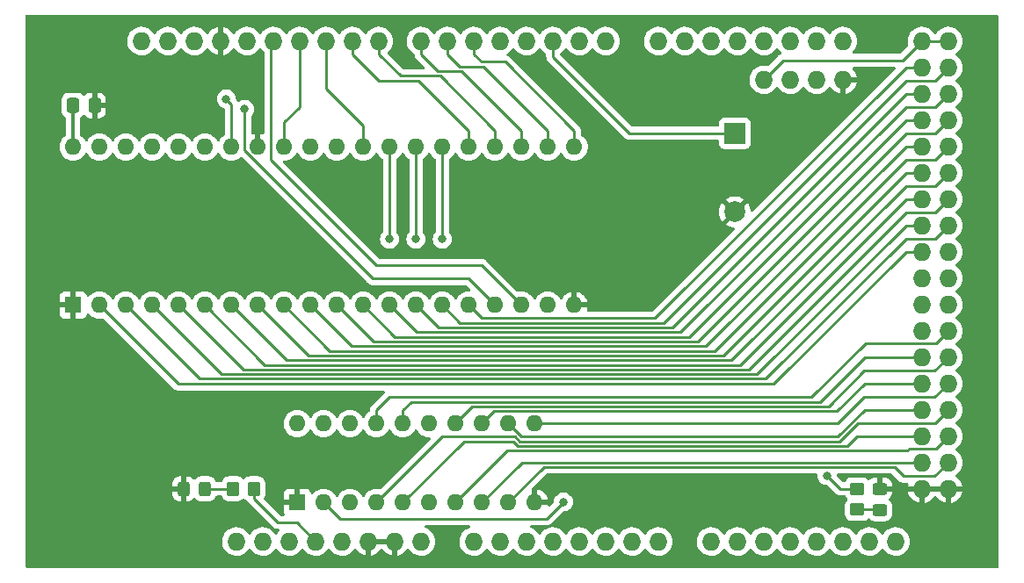
<source format=gtl>
%TF.GenerationSoftware,KiCad,Pcbnew,(6.0.7)*%
%TF.CreationDate,2024-05-09T09:52:52-04:00*%
%TF.ProjectId,ard8088,61726438-3038-4382-9e6b-696361645f70,1.1*%
%TF.SameCoordinates,Original*%
%TF.FileFunction,Copper,L1,Top*%
%TF.FilePolarity,Positive*%
%FSLAX46Y46*%
G04 Gerber Fmt 4.6, Leading zero omitted, Abs format (unit mm)*
G04 Created by KiCad (PCBNEW (6.0.7)) date 2024-05-09 09:52:52*
%MOMM*%
%LPD*%
G01*
G04 APERTURE LIST*
G04 Aperture macros list*
%AMRoundRect*
0 Rectangle with rounded corners*
0 $1 Rounding radius*
0 $2 $3 $4 $5 $6 $7 $8 $9 X,Y pos of 4 corners*
0 Add a 4 corners polygon primitive as box body*
4,1,4,$2,$3,$4,$5,$6,$7,$8,$9,$2,$3,0*
0 Add four circle primitives for the rounded corners*
1,1,$1+$1,$2,$3*
1,1,$1+$1,$4,$5*
1,1,$1+$1,$6,$7*
1,1,$1+$1,$8,$9*
0 Add four rect primitives between the rounded corners*
20,1,$1+$1,$2,$3,$4,$5,0*
20,1,$1+$1,$4,$5,$6,$7,0*
20,1,$1+$1,$6,$7,$8,$9,0*
20,1,$1+$1,$8,$9,$2,$3,0*%
G04 Aperture macros list end*
%TA.AperFunction,ComponentPad*%
%ADD10O,1.727200X1.727200*%
%TD*%
%TA.AperFunction,SMDPad,CuDef*%
%ADD11RoundRect,0.250000X0.350000X0.450000X-0.350000X0.450000X-0.350000X-0.450000X0.350000X-0.450000X0*%
%TD*%
%TA.AperFunction,SMDPad,CuDef*%
%ADD12RoundRect,0.250000X-0.325000X-0.450000X0.325000X-0.450000X0.325000X0.450000X-0.325000X0.450000X0*%
%TD*%
%TA.AperFunction,SMDPad,CuDef*%
%ADD13RoundRect,0.250000X-0.450000X0.350000X-0.450000X-0.350000X0.450000X-0.350000X0.450000X0.350000X0*%
%TD*%
%TA.AperFunction,ComponentPad*%
%ADD14R,1.600000X1.600000*%
%TD*%
%TA.AperFunction,ComponentPad*%
%ADD15O,1.600000X1.600000*%
%TD*%
%TA.AperFunction,SMDPad,CuDef*%
%ADD16RoundRect,0.250000X-0.337500X-0.475000X0.337500X-0.475000X0.337500X0.475000X-0.337500X0.475000X0*%
%TD*%
%TA.AperFunction,SMDPad,CuDef*%
%ADD17RoundRect,0.250000X-0.450000X0.325000X-0.450000X-0.325000X0.450000X-0.325000X0.450000X0.325000X0*%
%TD*%
%TA.AperFunction,ComponentPad*%
%ADD18R,2.000000X2.000000*%
%TD*%
%TA.AperFunction,ComponentPad*%
%ADD19C,2.000000*%
%TD*%
%TA.AperFunction,ViaPad*%
%ADD20C,0.800000*%
%TD*%
%TA.AperFunction,Conductor*%
%ADD21C,0.250000*%
%TD*%
%TA.AperFunction,Conductor*%
%ADD22C,0.350000*%
%TD*%
G04 APERTURE END LIST*
D10*
%TO.P,XA1,S3*%
%TO.N,GND*%
X175514000Y-69769223D03*
%TO.P,XA1,S2*%
%TO.N,/ser1*%
X172974000Y-69769223D03*
%TO.P,XA1,S1*%
%TO.N,/ser0*%
X170434000Y-69769223D03*
%TO.P,XA1,S0*%
%TO.N,/+5Vactual*%
X167894000Y-69769223D03*
%TO.P,XA1,*%
%TO.N,*%
X117094000Y-114300000D03*
%TO.P,XA1,3V3,3.3V*%
%TO.N,+5V*%
X124714000Y-114300000D03*
%TO.P,XA1,5V1,5V*%
%TO.N,unconnected-(XA1-Pad5V1)*%
X127254000Y-114300000D03*
%TO.P,XA1,5V3,5V*%
%TO.N,/+5Vactual*%
X183134000Y-66040000D03*
%TO.P,XA1,5V4,5V*%
X185674000Y-66040000D03*
%TO.P,XA1,A0,A0*%
%TO.N,/~{AEN}*%
X139954000Y-114300000D03*
%TO.P,XA1,A1,A1*%
%TO.N,/CEN*%
X142494000Y-114300000D03*
%TO.P,XA1,A2,A2*%
%TO.N,unconnected-(XA1-PadA2)*%
X145034000Y-114300000D03*
%TO.P,XA1,A3,A3*%
%TO.N,unconnected-(XA1-PadA3)*%
X147574000Y-114300000D03*
%TO.P,XA1,A4,A4*%
%TO.N,unconnected-(XA1-PadA4)*%
X150114000Y-114300000D03*
%TO.P,XA1,A5,A5*%
%TO.N,unconnected-(XA1-PadA5)*%
X152654000Y-114300000D03*
%TO.P,XA1,A6,A6*%
%TO.N,unconnected-(XA1-PadA6)*%
X155194000Y-114300000D03*
%TO.P,XA1,A7,A7*%
%TO.N,unconnected-(XA1-PadA7)*%
X157734000Y-114300000D03*
%TO.P,XA1,A8,A8*%
%TO.N,unconnected-(XA1-PadA8)*%
X162814000Y-114300000D03*
%TO.P,XA1,A9,A9*%
%TO.N,unconnected-(XA1-PadA9)*%
X165354000Y-114300000D03*
%TO.P,XA1,A10,A10*%
%TO.N,unconnected-(XA1-PadA10)*%
X167894000Y-114300000D03*
%TO.P,XA1,A11,A11*%
%TO.N,unconnected-(XA1-PadA11)*%
X170434000Y-114300000D03*
%TO.P,XA1,A12,A12*%
%TO.N,unconnected-(XA1-PadA12)*%
X172974000Y-114300000D03*
%TO.P,XA1,A13,A13*%
%TO.N,unconnected-(XA1-PadA13)*%
X175514000Y-114300000D03*
%TO.P,XA1,A14,A14*%
%TO.N,unconnected-(XA1-PadA14)*%
X178054000Y-114300000D03*
%TO.P,XA1,A15,A15*%
%TO.N,unconnected-(XA1-PadA15)*%
X180594000Y-114300000D03*
%TO.P,XA1,AREF,AREF*%
%TO.N,unconnected-(XA1-PadAREF)*%
X113030000Y-66040000D03*
%TO.P,XA1,D0,D0_RX0*%
%TO.N,unconnected-(XA1-PadD0)*%
X152654000Y-66040000D03*
%TO.P,XA1,D1,D1_TX0*%
%TO.N,unconnected-(XA1-PadD1)*%
X150114000Y-66040000D03*
%TO.P,XA1,D2,D2_INT0*%
%TO.N,unconnected-(BZ1-Pad1)*%
X147574000Y-66040000D03*
%TO.P,XA1,D3,D3_INT1*%
%TO.N,/~{RQ}{slash}~{GT1}*%
X145034000Y-66040000D03*
%TO.P,XA1,D4,D4*%
%TO.N,/CLK*%
X142494000Y-66040000D03*
%TO.P,XA1,D5,D5*%
%TO.N,/RESET*%
X139954000Y-66040000D03*
%TO.P,XA1,D6,D6*%
%TO.N,/READY*%
X137414000Y-66040000D03*
%TO.P,XA1,D7,D7*%
%TO.N,/~{TEST}*%
X134874000Y-66040000D03*
%TO.P,XA1,D8,D8*%
%TO.N,/QS1*%
X130810000Y-66040000D03*
%TO.P,XA1,D9,D9*%
%TO.N,/QSO*%
X128270000Y-66040000D03*
%TO.P,XA1,D10,D10*%
%TO.N,/~{LOCK}*%
X125730000Y-66040000D03*
%TO.P,XA1,D11,D11*%
%TO.N,/~{RD}*%
X123190000Y-66040000D03*
%TO.P,XA1,D12,D12*%
%TO.N,/INTR*%
X120650000Y-66040000D03*
%TO.P,XA1,D13,D13*%
%TO.N,/NMI*%
X118110000Y-66040000D03*
%TO.P,XA1,D14,D14_TX3*%
%TO.N,/S0*%
X157734000Y-66040000D03*
%TO.P,XA1,D15,D15_RX3*%
%TO.N,/S1*%
X160274000Y-66040000D03*
%TO.P,XA1,D16,D16_TX2*%
%TO.N,/S2*%
X162814000Y-66040000D03*
%TO.P,XA1,D17,D17_RX2*%
%TO.N,/~{BHE}*%
X165354000Y-66040000D03*
%TO.P,XA1,D18,D18_TX1*%
%TO.N,/ser0*%
X167894000Y-66040000D03*
%TO.P,XA1,D19,D19_RX1*%
%TO.N,/ser1*%
X170434000Y-66040000D03*
%TO.P,XA1,D20,D20_SDA*%
%TO.N,unconnected-(XA1-PadD20)*%
X172974000Y-66040000D03*
%TO.P,XA1,D21,D21_SCL*%
%TO.N,unconnected-(XA1-PadD21)*%
X175514000Y-66040000D03*
%TO.P,XA1,D22,D22*%
%TO.N,/AD0*%
X183134000Y-68580000D03*
%TO.P,XA1,D23,D23*%
%TO.N,/AD1*%
X185674000Y-68580000D03*
%TO.P,XA1,D24,D24*%
%TO.N,/AD2*%
X183134000Y-71120000D03*
%TO.P,XA1,D25,D25*%
%TO.N,/AD3*%
X185674000Y-71120000D03*
%TO.P,XA1,D26,D26*%
%TO.N,/AD4*%
X183134000Y-73660000D03*
%TO.P,XA1,D27,D27*%
%TO.N,/AD5*%
X185674000Y-73660000D03*
%TO.P,XA1,D28,D28*%
%TO.N,/AD6*%
X183134000Y-76200000D03*
%TO.P,XA1,D29,D29*%
%TO.N,/AD7*%
X185674000Y-76200000D03*
%TO.P,XA1,D30,D30*%
%TO.N,/A8*%
X183134000Y-78740000D03*
%TO.P,XA1,D31,D31*%
%TO.N,/A9*%
X185674000Y-78740000D03*
%TO.P,XA1,D32,D32*%
%TO.N,/A10*%
X183134000Y-81280000D03*
%TO.P,XA1,D33,D33*%
%TO.N,/A11*%
X185674000Y-81280000D03*
%TO.P,XA1,D34,D34*%
%TO.N,/A12*%
X183134000Y-83820000D03*
%TO.P,XA1,D35,D35*%
%TO.N,/A13*%
X185674000Y-83820000D03*
%TO.P,XA1,D36,D36*%
%TO.N,/A14*%
X183134000Y-86360000D03*
%TO.P,XA1,D37,D37*%
%TO.N,/A15*%
X185674000Y-86360000D03*
%TO.P,XA1,D38,D38*%
%TO.N,/A16*%
X183134000Y-88900000D03*
%TO.P,XA1,D39,D39*%
%TO.N,/A17*%
X185674000Y-88900000D03*
%TO.P,XA1,D40,D40*%
%TO.N,/A18*%
X183134000Y-91440000D03*
%TO.P,XA1,D41,D41*%
%TO.N,/A19*%
X185674000Y-91440000D03*
%TO.P,XA1,D42,D42*%
%TO.N,unconnected-(XA1-PadD42)*%
X183134000Y-93980000D03*
%TO.P,XA1,D43,D43*%
%TO.N,/MCE{slash}~{PDEN}*%
X185674000Y-93980000D03*
%TO.P,XA1,D44,D44*%
%TO.N,/DEN*%
X183134000Y-96520000D03*
%TO.P,XA1,D45,D45*%
%TO.N,/~{INTA}*%
X185674000Y-96520000D03*
%TO.P,XA1,D46,D46*%
%TO.N,/~{IORC}*%
X183134000Y-99060000D03*
%TO.P,XA1,D47,D47*%
%TO.N,/~{IOWC}*%
X185674000Y-99060000D03*
%TO.P,XA1,D48,D48*%
%TO.N,/~{AIOWC}*%
X183134000Y-101600000D03*
%TO.P,XA1,D49,D49*%
%TO.N,/DT{slash}~{R}*%
X185674000Y-101600000D03*
%TO.P,XA1,D50,D50*%
%TO.N,/ALE*%
X183134000Y-104140000D03*
%TO.P,XA1,D51,D51*%
%TO.N,/~{MRDC}*%
X185674000Y-104140000D03*
%TO.P,XA1,D52,D52*%
%TO.N,/~{AMWC}*%
X183134000Y-106680000D03*
%TO.P,XA1,D53,D53_SS*%
%TO.N,/~{MWTC}*%
X185674000Y-106680000D03*
%TO.P,XA1,GND1,GND*%
%TO.N,GND*%
X115570000Y-66040000D03*
%TO.P,XA1,GND2,GND*%
X129794000Y-114300000D03*
%TO.P,XA1,GND3,GND*%
X132334000Y-114300000D03*
%TO.P,XA1,GND5,GND*%
X183134000Y-109220000D03*
%TO.P,XA1,GND6,GND*%
X185674000Y-109220000D03*
%TO.P,XA1,IORF,IOREF*%
%TO.N,unconnected-(XA1-PadIORF)*%
X119634000Y-114300000D03*
%TO.P,XA1,RST1,RESET*%
%TO.N,unconnected-(XA1-PadRST1)*%
X122174000Y-114300000D03*
%TO.P,XA1,SCL,SCL*%
%TO.N,unconnected-(XA1-PadSCL)*%
X107950000Y-66040000D03*
%TO.P,XA1,SDA,SDA*%
%TO.N,unconnected-(XA1-PadSDA)*%
X110490000Y-66040000D03*
%TO.P,XA1,VIN,VIN*%
%TO.N,unconnected-(XA1-PadVIN)*%
X134874000Y-114300000D03*
%TD*%
D11*
%TO.P,R2,1*%
%TO.N,+5V*%
X118775000Y-109220000D03*
%TO.P,R2,2*%
%TO.N,Net-(D2-Pad2)*%
X116775000Y-109220000D03*
%TD*%
D12*
%TO.P,D2,1,K*%
%TO.N,GND*%
X112005000Y-109220000D03*
%TO.P,D2,2,A*%
%TO.N,Net-(D2-Pad2)*%
X114055000Y-109220000D03*
%TD*%
D13*
%TO.P,R1,1*%
%TO.N,/ALE*%
X176906289Y-109220000D03*
%TO.P,R1,2*%
%TO.N,Net-(D1-Pad2)*%
X176906289Y-111220000D03*
%TD*%
D14*
%TO.P,U1,1,GND*%
%TO.N,GND*%
X101369000Y-91505000D03*
D15*
%TO.P,U1,2,A14*%
%TO.N,/A14*%
X103909000Y-91505000D03*
%TO.P,U1,3,A13*%
%TO.N,/A13*%
X106449000Y-91505000D03*
%TO.P,U1,4,A12*%
%TO.N,/A12*%
X108989000Y-91505000D03*
%TO.P,U1,5,A11*%
%TO.N,/A11*%
X111529000Y-91505000D03*
%TO.P,U1,6,A10*%
%TO.N,/A10*%
X114069000Y-91505000D03*
%TO.P,U1,7,A9*%
%TO.N,/A9*%
X116609000Y-91505000D03*
%TO.P,U1,8,A8*%
%TO.N,/A8*%
X119149000Y-91505000D03*
%TO.P,U1,9,AD7*%
%TO.N,/AD7*%
X121689000Y-91505000D03*
%TO.P,U1,10,AD6*%
%TO.N,/AD6*%
X124229000Y-91505000D03*
%TO.P,U1,11,AD5*%
%TO.N,/AD5*%
X126769000Y-91505000D03*
%TO.P,U1,12,AD4*%
%TO.N,/AD4*%
X129309000Y-91505000D03*
%TO.P,U1,13,AD3*%
%TO.N,/AD3*%
X131849000Y-91505000D03*
%TO.P,U1,14,AD2*%
%TO.N,/AD2*%
X134389000Y-91505000D03*
%TO.P,U1,15,AD1*%
%TO.N,/AD1*%
X136929000Y-91505000D03*
%TO.P,U1,16,AD0*%
%TO.N,/AD0*%
X139469000Y-91505000D03*
%TO.P,U1,17,NMI*%
%TO.N,/NMI*%
X142009000Y-91505000D03*
%TO.P,U1,18,INTR*%
%TO.N,/INTR*%
X144549000Y-91505000D03*
%TO.P,U1,19,CLK*%
%TO.N,/CLK*%
X147089000Y-91505000D03*
%TO.P,U1,20,GND*%
%TO.N,GND*%
X149629000Y-91505000D03*
%TO.P,U1,21,RESET*%
%TO.N,/RESET*%
X149629000Y-76265000D03*
%TO.P,U1,22,READY*%
%TO.N,/READY*%
X147089000Y-76265000D03*
%TO.P,U1,23,~{TEST}*%
%TO.N,/~{TEST}*%
X144549000Y-76265000D03*
%TO.P,U1,24,QS1*%
%TO.N,/QS1*%
X142009000Y-76265000D03*
%TO.P,U1,25,QS0*%
%TO.N,/QSO*%
X139469000Y-76265000D03*
%TO.P,U1,26,~{S0}*%
%TO.N,/S0*%
X136929000Y-76265000D03*
%TO.P,U1,27,~{S1}*%
%TO.N,/S1*%
X134389000Y-76265000D03*
%TO.P,U1,28,~{S2}*%
%TO.N,/S2*%
X131849000Y-76265000D03*
%TO.P,U1,29,~{LOCK}*%
%TO.N,/~{LOCK}*%
X129309000Y-76265000D03*
%TO.P,U1,30,~{RQ}/~{GT1}*%
%TO.N,/~{RQ}{slash}~{GT1}*%
X126769000Y-76265000D03*
%TO.P,U1,31,~{RQ}/~{GT0}*%
%TO.N,unconnected-(U1-Pad31)*%
X124229000Y-76265000D03*
%TO.P,U1,32,~{RD}*%
%TO.N,/~{RD}*%
X121689000Y-76265000D03*
%TO.P,U1,33,MN/~{MX}*%
%TO.N,GND*%
X119149000Y-76265000D03*
%TO.P,U1,34,HIGH*%
%TO.N,/~{BHE}*%
X116609000Y-76265000D03*
%TO.P,U1,35,A19/S6*%
%TO.N,/A19*%
X114069000Y-76265000D03*
%TO.P,U1,36,A18/S5*%
%TO.N,/A18*%
X111529000Y-76265000D03*
%TO.P,U1,37,A17/S4*%
%TO.N,/A17*%
X108989000Y-76265000D03*
%TO.P,U1,38,A16/S3*%
%TO.N,/A16*%
X106449000Y-76265000D03*
%TO.P,U1,39,A15*%
%TO.N,/A15*%
X103909000Y-76265000D03*
%TO.P,U1,40,VCC*%
%TO.N,+5V*%
X101369000Y-76265000D03*
%TD*%
D16*
%TO.P,C1,1*%
%TO.N,+5V*%
X101351574Y-72254984D03*
%TO.P,C1,2*%
%TO.N,GND*%
X103426574Y-72254984D03*
%TD*%
D14*
%TO.P,U2,1,IOB*%
%TO.N,GND*%
X122959000Y-110540000D03*
D15*
%TO.P,U2,2,CLK*%
%TO.N,/CLK*%
X125499000Y-110540000D03*
%TO.P,U2,3,~{S1}*%
%TO.N,/S1*%
X128039000Y-110540000D03*
%TO.P,U2,4,DT/~{R}*%
%TO.N,/DT{slash}~{R}*%
X130579000Y-110540000D03*
%TO.P,U2,5,ALE*%
%TO.N,/ALE*%
X133119000Y-110540000D03*
%TO.P,U2,6,~{AEN}*%
%TO.N,/~{AEN}*%
X135659000Y-110540000D03*
%TO.P,U2,7,~{MRDC}*%
%TO.N,/~{MRDC}*%
X138199000Y-110540000D03*
%TO.P,U2,8,~{AMWC}*%
%TO.N,/~{AMWC}*%
X140739000Y-110540000D03*
%TO.P,U2,9,~{MWTC}*%
%TO.N,/~{MWTC}*%
X143279000Y-110540000D03*
%TO.P,U2,10,GND*%
%TO.N,GND*%
X145819000Y-110540000D03*
%TO.P,U2,11,~{IOWC}*%
%TO.N,/~{IOWC}*%
X145819000Y-102920000D03*
%TO.P,U2,12,~{AIOWC}*%
%TO.N,/~{AIOWC}*%
X143279000Y-102920000D03*
%TO.P,U2,13,~{IORC}*%
%TO.N,/~{IORC}*%
X140739000Y-102920000D03*
%TO.P,U2,14,~{INTA}*%
%TO.N,/~{INTA}*%
X138199000Y-102920000D03*
%TO.P,U2,15,CEN*%
%TO.N,/CEN*%
X135659000Y-102920000D03*
%TO.P,U2,16,DEN*%
%TO.N,/DEN*%
X133119000Y-102920000D03*
%TO.P,U2,17,MCE/~{PDEN}*%
%TO.N,/MCE{slash}~{PDEN}*%
X130579000Y-102920000D03*
%TO.P,U2,18,~{S2}*%
%TO.N,/S2*%
X128039000Y-102920000D03*
%TO.P,U2,19,~{S0}*%
%TO.N,/S0*%
X125499000Y-102920000D03*
%TO.P,U2,20,VCC*%
%TO.N,+5V*%
X122959000Y-102920000D03*
%TD*%
D17*
%TO.P,D1,1,K*%
%TO.N,GND*%
X179070000Y-109213995D03*
%TO.P,D1,2,A*%
%TO.N,Net-(D1-Pad2)*%
X179070000Y-111263995D03*
%TD*%
D18*
%TO.P,BZ1,1,-*%
%TO.N,unconnected-(BZ1-Pad1)*%
X165100000Y-74930000D03*
D19*
%TO.P,BZ1,2,+*%
%TO.N,GND*%
X165100000Y-82530000D03*
%TD*%
D20*
%TO.N,/~{BHE}*%
X116112569Y-71630852D03*
%TO.N,GND*%
X97790000Y-67310000D03*
X100467798Y-115530324D03*
X189230000Y-109220000D03*
X97790000Y-69850000D03*
X189230000Y-67310000D03*
X189230000Y-110490000D03*
X189230000Y-66040000D03*
X97790000Y-68580000D03*
X151130000Y-111760000D03*
X152400000Y-111760000D03*
X113030000Y-115570000D03*
X114300000Y-115570000D03*
X97927798Y-115530324D03*
X149860000Y-111760000D03*
X105410000Y-64770000D03*
X111760000Y-115570000D03*
X102870000Y-64770000D03*
X189230000Y-64770000D03*
X165100000Y-69850000D03*
X163830000Y-69850000D03*
X104140000Y-64770000D03*
X99197798Y-115530324D03*
X189230000Y-111760000D03*
%TO.N,/CLK*%
X148590000Y-110490000D03*
%TO.N,/S0*%
X136924000Y-85150000D03*
%TO.N,/S1*%
X134384000Y-85150000D03*
%TO.N,/S2*%
X131844000Y-85150000D03*
%TO.N,/NMI*%
X117874000Y-72626000D03*
%TO.N,/ALE*%
X173990000Y-107950000D03*
%TD*%
D21*
%TO.N,/+5Vactual*%
X169733000Y-67930223D02*
X167894000Y-69769223D01*
X181270743Y-67903257D02*
X169733000Y-67903257D01*
X183134000Y-66040000D02*
X181270743Y-67903257D01*
X169733000Y-67903257D02*
X169733000Y-67930223D01*
X183134000Y-66040000D02*
X185674000Y-66040000D01*
%TO.N,unconnected-(BZ1-Pad1)*%
X147574000Y-66040000D02*
X147574000Y-67564000D01*
X147574000Y-67564000D02*
X154940000Y-74930000D01*
X154940000Y-74930000D02*
X165100000Y-74930000D01*
%TO.N,GND*%
X112005000Y-115325000D02*
X111760000Y-115570000D01*
X112005000Y-109220000D02*
X112005000Y-115325000D01*
%TO.N,Net-(D2-Pad2)*%
X116775000Y-109220000D02*
X114055000Y-109220000D01*
%TO.N,+5V*%
X122897032Y-112449302D02*
X122897032Y-112483032D01*
X122883331Y-112463003D02*
X122897032Y-112449302D01*
X121088445Y-112463003D02*
X122883331Y-112463003D01*
X118775000Y-110149558D02*
X121088445Y-112463003D01*
X122897032Y-112483032D02*
X124714000Y-114300000D01*
X118775000Y-109220000D02*
X118775000Y-110149558D01*
%TO.N,/ALE*%
X175260000Y-109220000D02*
X176906289Y-109220000D01*
X173990000Y-107950000D02*
X175260000Y-109220000D01*
%TO.N,GND*%
X183127995Y-109213995D02*
X183134000Y-109220000D01*
X179070000Y-109213995D02*
X183127995Y-109213995D01*
%TO.N,/~{BHE}*%
X116112569Y-71630852D02*
X116609000Y-72127283D01*
X116609000Y-72127283D02*
X116609000Y-76265000D01*
%TO.N,Net-(D1-Pad2)*%
X179026005Y-111220000D02*
X179070000Y-111263995D01*
X176906289Y-111220000D02*
X179026005Y-111220000D01*
%TO.N,GND*%
X119149000Y-72159000D02*
X115570000Y-68580000D01*
X119149000Y-76265000D02*
X119149000Y-72159000D01*
X115570000Y-68580000D02*
X115570000Y-66040000D01*
%TO.N,+5V*%
X101369000Y-72595098D02*
X101385291Y-72578807D01*
D22*
X101369000Y-76265000D02*
X101369000Y-72595098D01*
D21*
%TO.N,/A14*%
X111524000Y-99120000D02*
X168850000Y-99120000D01*
X168850000Y-99120000D02*
X181610000Y-86360000D01*
X103909000Y-91505000D02*
X111524000Y-99120000D01*
X181610000Y-86360000D02*
X183134000Y-86360000D01*
%TO.N,/A13*%
X181610000Y-85090000D02*
X184404000Y-85090000D01*
X106449000Y-91505000D02*
X113564000Y-98620000D01*
X168080000Y-98620000D02*
X181610000Y-85090000D01*
X113564000Y-98620000D02*
X168080000Y-98620000D01*
X184404000Y-85090000D02*
X185674000Y-83820000D01*
%TO.N,/A12*%
X108989000Y-91505000D02*
X115654000Y-98170000D01*
X167260000Y-98170000D02*
X181610000Y-83820000D01*
X115654000Y-98170000D02*
X167260000Y-98170000D01*
X181610000Y-83820000D02*
X183134000Y-83820000D01*
%TO.N,/A11*%
X111529000Y-91505000D02*
X117744000Y-97720000D01*
X184404000Y-82550000D02*
X185674000Y-81280000D01*
X166440000Y-97720000D02*
X181610000Y-82550000D01*
X181610000Y-82550000D02*
X184404000Y-82550000D01*
X117744000Y-97720000D02*
X166440000Y-97720000D01*
%TO.N,/A10*%
X119834000Y-97270000D02*
X165620000Y-97270000D01*
X165620000Y-97270000D02*
X181610000Y-81280000D01*
X114069000Y-91505000D02*
X119834000Y-97270000D01*
X181610000Y-81280000D02*
X183134000Y-81280000D01*
%TO.N,/A9*%
X184404000Y-80010000D02*
X185674000Y-78740000D01*
X181610000Y-80010000D02*
X184404000Y-80010000D01*
X164800000Y-96820000D02*
X181610000Y-80010000D01*
X116609000Y-91505000D02*
X121924000Y-96820000D01*
X121924000Y-96820000D02*
X164800000Y-96820000D01*
%TO.N,/A8*%
X119149000Y-91505000D02*
X124014000Y-96370000D01*
X124014000Y-96370000D02*
X163980000Y-96370000D01*
X163980000Y-96370000D02*
X181610000Y-78740000D01*
X181610000Y-78740000D02*
X183134000Y-78740000D01*
%TO.N,/AD7*%
X181610000Y-77470000D02*
X184404000Y-77470000D01*
X163160000Y-95920000D02*
X181610000Y-77470000D01*
X121689000Y-91505000D02*
X126104000Y-95920000D01*
X126104000Y-95920000D02*
X163160000Y-95920000D01*
X184404000Y-77470000D02*
X185674000Y-76200000D01*
%TO.N,/AD6*%
X181610000Y-76200000D02*
X183134000Y-76200000D01*
X162340000Y-95470000D02*
X181610000Y-76200000D01*
X128194000Y-95470000D02*
X162340000Y-95470000D01*
X124229000Y-91505000D02*
X128194000Y-95470000D01*
%TO.N,/AD5*%
X126769000Y-91505000D02*
X130284000Y-95020000D01*
X184404000Y-74930000D02*
X185674000Y-73660000D01*
X161520000Y-95020000D02*
X181610000Y-74930000D01*
X181610000Y-74930000D02*
X184404000Y-74930000D01*
X130284000Y-95020000D02*
X161520000Y-95020000D01*
%TO.N,/AD4*%
X129309000Y-91505000D02*
X132374000Y-94570000D01*
X132374000Y-94570000D02*
X160700000Y-94570000D01*
X160700000Y-94570000D02*
X181610000Y-73660000D01*
X181610000Y-73660000D02*
X183134000Y-73660000D01*
%TO.N,/AD3*%
X134464000Y-94120000D02*
X159880000Y-94120000D01*
X181610000Y-72390000D02*
X184404000Y-72390000D01*
X131849000Y-91505000D02*
X134464000Y-94120000D01*
X159880000Y-94120000D02*
X181610000Y-72390000D01*
X184404000Y-72390000D02*
X185674000Y-71120000D01*
%TO.N,/AD2*%
X136554000Y-93670000D02*
X159060000Y-93670000D01*
X134389000Y-91505000D02*
X136554000Y-93670000D01*
X159060000Y-93670000D02*
X181610000Y-71120000D01*
X181610000Y-71120000D02*
X183134000Y-71120000D01*
%TO.N,/AD1*%
X138644000Y-93220000D02*
X158240000Y-93220000D01*
X184404000Y-69850000D02*
X185674000Y-68580000D01*
X181610000Y-69850000D02*
X184404000Y-69850000D01*
X136929000Y-91505000D02*
X138644000Y-93220000D01*
X158240000Y-93220000D02*
X181610000Y-69850000D01*
%TO.N,/AD0*%
X139469000Y-91505000D02*
X140734000Y-92770000D01*
X157420000Y-92770000D02*
X181610000Y-68580000D01*
X140734000Y-92770000D02*
X157420000Y-92770000D01*
X181610000Y-68580000D02*
X183134000Y-68580000D01*
%TO.N,/~{TEST}*%
X138800000Y-68950000D02*
X136514000Y-68950000D01*
X136514000Y-68950000D02*
X134874000Y-67310000D01*
X144549000Y-74699000D02*
X138800000Y-68950000D01*
X134874000Y-67310000D02*
X134874000Y-66040000D01*
X144549000Y-76265000D02*
X144549000Y-74699000D01*
%TO.N,/INTR*%
X130574000Y-87690000D02*
X120414000Y-77530000D01*
X140734000Y-87690000D02*
X130574000Y-87690000D01*
X120414000Y-77530000D02*
X120414000Y-66276000D01*
X144549000Y-91505000D02*
X140734000Y-87690000D01*
X120414000Y-66276000D02*
X120650000Y-66040000D01*
%TO.N,/CLK*%
X148590000Y-110490000D02*
X146966253Y-112113747D01*
X127072747Y-112113747D02*
X125499000Y-110540000D01*
X146966253Y-112113747D02*
X127072747Y-112113747D01*
%TO.N,/RESET*%
X149629000Y-74699000D02*
X142980000Y-68050000D01*
X142980000Y-68050000D02*
X140694000Y-68050000D01*
X149629000Y-76265000D02*
X149629000Y-74699000D01*
X139954000Y-67310000D02*
X139954000Y-66040000D01*
X140694000Y-68050000D02*
X139954000Y-67310000D01*
%TO.N,/READY*%
X147089000Y-76265000D02*
X147089000Y-74699000D01*
X147089000Y-74699000D02*
X140890000Y-68500000D01*
X140890000Y-68500000D02*
X138604000Y-68500000D01*
X137414000Y-67310000D02*
X137414000Y-66040000D01*
X138604000Y-68500000D02*
X137414000Y-67310000D01*
%TO.N,/QS1*%
X142009000Y-76265000D02*
X142009000Y-74699000D01*
X132900000Y-69400000D02*
X130810000Y-67310000D01*
X142009000Y-74699000D02*
X136710000Y-69400000D01*
X136710000Y-69400000D02*
X132900000Y-69400000D01*
X130810000Y-67310000D02*
X130810000Y-66040000D01*
%TO.N,/QSO*%
X130810000Y-69850000D02*
X128270000Y-67310000D01*
X128270000Y-67310000D02*
X128270000Y-66040000D01*
X134620000Y-69850000D02*
X130810000Y-69850000D01*
X139469000Y-74699000D02*
X134620000Y-69850000D01*
X139469000Y-76265000D02*
X139469000Y-74699000D01*
%TO.N,/S0*%
X136929000Y-85145000D02*
X136929000Y-76265000D01*
X136924000Y-85150000D02*
X136929000Y-85145000D01*
%TO.N,/S1*%
X134384000Y-85150000D02*
X134389000Y-85145000D01*
X134389000Y-85145000D02*
X134389000Y-76265000D01*
%TO.N,/S2*%
X131844000Y-85150000D02*
X131849000Y-85145000D01*
X131849000Y-85145000D02*
X131849000Y-76265000D01*
%TO.N,/~{LOCK}*%
X125730000Y-66040000D02*
X125730000Y-70633000D01*
X125730000Y-70633000D02*
X129309000Y-74212000D01*
X129309000Y-74212000D02*
X129309000Y-76265000D01*
%TO.N,/~{RD}*%
X123190000Y-72390000D02*
X121689000Y-73891000D01*
X123190000Y-66040000D02*
X123190000Y-72390000D01*
X121689000Y-73891000D02*
X121689000Y-76265000D01*
%TO.N,/MCE{slash}~{PDEN}*%
X130579000Y-102920000D02*
X130579000Y-101655000D01*
X172484000Y-100390000D02*
X177705400Y-95168600D01*
X131844000Y-100390000D02*
X172484000Y-100390000D01*
X177705400Y-95168600D02*
X184485400Y-95168600D01*
X184485400Y-95168600D02*
X185674000Y-93980000D01*
X130579000Y-101655000D02*
X131844000Y-100390000D01*
%TO.N,/NMI*%
X117874000Y-76580991D02*
X117874000Y-72626000D01*
X139464000Y-88960000D02*
X130253009Y-88960000D01*
X142009000Y-91505000D02*
X139464000Y-88960000D01*
X130253009Y-88960000D02*
X117874000Y-76580991D01*
%TO.N,/DT{slash}~{R}*%
X175210396Y-104650000D02*
X176997432Y-102862964D01*
X136919000Y-104200000D02*
X143922604Y-104200000D01*
X130579000Y-110540000D02*
X136919000Y-104200000D01*
X144372604Y-104650000D02*
X175210396Y-104650000D01*
X184411036Y-102862964D02*
X185674000Y-101600000D01*
X143922604Y-104200000D02*
X144372604Y-104650000D01*
X176997432Y-102862964D02*
X184411036Y-102862964D01*
%TO.N,/ALE*%
X175925396Y-105100000D02*
X176885396Y-104140000D01*
X176885396Y-104140000D02*
X183014000Y-104140000D01*
X143736208Y-104650000D02*
X144186208Y-105100000D01*
X139009000Y-104650000D02*
X143736208Y-104650000D01*
X133119000Y-110540000D02*
X139009000Y-104650000D01*
X144186208Y-105100000D02*
X175925396Y-105100000D01*
%TO.N,/~{MRDC}*%
X138199000Y-110540000D02*
X143189000Y-105550000D01*
X181709928Y-105550000D02*
X181912929Y-105346999D01*
X184467001Y-105346999D02*
X185674000Y-104140000D01*
X143189000Y-105550000D02*
X181709928Y-105550000D01*
X181912929Y-105346999D02*
X184467001Y-105346999D01*
%TO.N,/~{AMWC}*%
X140739000Y-110540000D02*
X144599000Y-106680000D01*
X144599000Y-106680000D02*
X183134000Y-106680000D01*
%TO.N,/~{MWTC}*%
X146689000Y-107130000D02*
X180494000Y-107130000D01*
X181374000Y-108010000D02*
X184344000Y-108010000D01*
X184344000Y-108010000D02*
X185674000Y-106680000D01*
X180494000Y-107130000D02*
X181374000Y-108010000D01*
X143279000Y-110540000D02*
X146689000Y-107130000D01*
%TO.N,/~{IOWC}*%
X175034000Y-102920000D02*
X177564000Y-100390000D01*
X184344000Y-100390000D02*
X185674000Y-99060000D01*
X145819000Y-102920000D02*
X175034000Y-102920000D01*
X177564000Y-100390000D02*
X184344000Y-100390000D01*
%TO.N,/~{AIOWC}*%
X175024000Y-104200000D02*
X177624000Y-101600000D01*
X144559000Y-104200000D02*
X175024000Y-104200000D01*
X143279000Y-102920000D02*
X144559000Y-104200000D01*
X177624000Y-101600000D02*
X183134000Y-101600000D01*
%TO.N,/~{IORC}*%
X141919000Y-101740000D02*
X174944000Y-101740000D01*
X174944000Y-101740000D02*
X177624000Y-99060000D01*
X177624000Y-99060000D02*
X183134000Y-99060000D01*
X140739000Y-102920000D02*
X141919000Y-101740000D01*
%TO.N,/~{INTA}*%
X177564000Y-97850000D02*
X184344000Y-97850000D01*
X184344000Y-97850000D02*
X185674000Y-96520000D01*
X139829000Y-101290000D02*
X174124000Y-101290000D01*
X174124000Y-101290000D02*
X177564000Y-97850000D01*
X138199000Y-102920000D02*
X139829000Y-101290000D01*
%TO.N,/DEN*%
X173304000Y-100840000D02*
X177624000Y-96520000D01*
X177624000Y-96520000D02*
X183134000Y-96520000D01*
X133934000Y-100840000D02*
X173304000Y-100840000D01*
X133114000Y-101660000D02*
X133934000Y-100840000D01*
X133119000Y-102920000D02*
X133119000Y-101665000D01*
X133119000Y-101665000D02*
X133114000Y-101660000D01*
%TD*%
%TA.AperFunction,Conductor*%
%TO.N,GND*%
G36*
X190442121Y-63520002D02*
G01*
X190488614Y-63573658D01*
X190500000Y-63626000D01*
X190500000Y-116714000D01*
X190479998Y-116782121D01*
X190426342Y-116828614D01*
X190374000Y-116840000D01*
X96921596Y-116840000D01*
X96853475Y-116819998D01*
X96806982Y-116766342D01*
X96795596Y-116714000D01*
X96795596Y-109717095D01*
X110922001Y-109717095D01*
X110922338Y-109723614D01*
X110932257Y-109819206D01*
X110935149Y-109832600D01*
X110986588Y-109986784D01*
X110992761Y-109999962D01*
X111078063Y-110137807D01*
X111087099Y-110149208D01*
X111201829Y-110263739D01*
X111213240Y-110272751D01*
X111351243Y-110357816D01*
X111364424Y-110363963D01*
X111518710Y-110415138D01*
X111532086Y-110418005D01*
X111626438Y-110427672D01*
X111632854Y-110428000D01*
X111732885Y-110428000D01*
X111748124Y-110423525D01*
X111749329Y-110422135D01*
X111751000Y-110414452D01*
X111751000Y-109492115D01*
X111746525Y-109476876D01*
X111745135Y-109475671D01*
X111737452Y-109474000D01*
X110940116Y-109474000D01*
X110924877Y-109478475D01*
X110923672Y-109479865D01*
X110922001Y-109487548D01*
X110922001Y-109717095D01*
X96795596Y-109717095D01*
X96795596Y-108947885D01*
X110922000Y-108947885D01*
X110926475Y-108963124D01*
X110927865Y-108964329D01*
X110935548Y-108966000D01*
X111732885Y-108966000D01*
X111748124Y-108961525D01*
X111749329Y-108960135D01*
X111751000Y-108952452D01*
X111751000Y-108030116D01*
X111746525Y-108014877D01*
X111745135Y-108013672D01*
X111737452Y-108012001D01*
X111632905Y-108012001D01*
X111626386Y-108012338D01*
X111530794Y-108022257D01*
X111517400Y-108025149D01*
X111363216Y-108076588D01*
X111350038Y-108082761D01*
X111212193Y-108168063D01*
X111200792Y-108177099D01*
X111086261Y-108291829D01*
X111077249Y-108303240D01*
X110992184Y-108441243D01*
X110986037Y-108454424D01*
X110934862Y-108608710D01*
X110931995Y-108622086D01*
X110922328Y-108716438D01*
X110922000Y-108722855D01*
X110922000Y-108947885D01*
X96795596Y-108947885D01*
X96795596Y-92349669D01*
X100061001Y-92349669D01*
X100061371Y-92356490D01*
X100066895Y-92407352D01*
X100070521Y-92422604D01*
X100115676Y-92543054D01*
X100124214Y-92558649D01*
X100200715Y-92660724D01*
X100213276Y-92673285D01*
X100315351Y-92749786D01*
X100330946Y-92758324D01*
X100451394Y-92803478D01*
X100466649Y-92807105D01*
X100517514Y-92812631D01*
X100524328Y-92813000D01*
X101096885Y-92813000D01*
X101112124Y-92808525D01*
X101113329Y-92807135D01*
X101115000Y-92799452D01*
X101115000Y-91777115D01*
X101110525Y-91761876D01*
X101109135Y-91760671D01*
X101101452Y-91759000D01*
X100079116Y-91759000D01*
X100063877Y-91763475D01*
X100062672Y-91764865D01*
X100061001Y-91772548D01*
X100061001Y-92349669D01*
X96795596Y-92349669D01*
X96795596Y-91232885D01*
X100061000Y-91232885D01*
X100065475Y-91248124D01*
X100066865Y-91249329D01*
X100074548Y-91251000D01*
X101096885Y-91251000D01*
X101112124Y-91246525D01*
X101113329Y-91245135D01*
X101115000Y-91237452D01*
X101115000Y-90215116D01*
X101110525Y-90199877D01*
X101109135Y-90198672D01*
X101101452Y-90197001D01*
X100524331Y-90197001D01*
X100517510Y-90197371D01*
X100466648Y-90202895D01*
X100451396Y-90206521D01*
X100330946Y-90251676D01*
X100315351Y-90260214D01*
X100213276Y-90336715D01*
X100200715Y-90349276D01*
X100124214Y-90451351D01*
X100115676Y-90466946D01*
X100070522Y-90587394D01*
X100066895Y-90602649D01*
X100061369Y-90653514D01*
X100061000Y-90660328D01*
X100061000Y-91232885D01*
X96795596Y-91232885D01*
X96795596Y-76265000D01*
X100055502Y-76265000D01*
X100075457Y-76493087D01*
X100076881Y-76498400D01*
X100076881Y-76498402D01*
X100079350Y-76507614D01*
X100134716Y-76714243D01*
X100137039Y-76719224D01*
X100137039Y-76719225D01*
X100229151Y-76916762D01*
X100229154Y-76916767D01*
X100231477Y-76921749D01*
X100234634Y-76926257D01*
X100350922Y-77092333D01*
X100362802Y-77109300D01*
X100524700Y-77271198D01*
X100529207Y-77274354D01*
X100529211Y-77274357D01*
X100607389Y-77329098D01*
X100712251Y-77402523D01*
X100717233Y-77404846D01*
X100717238Y-77404849D01*
X100887825Y-77484394D01*
X100919757Y-77499284D01*
X100925065Y-77500706D01*
X100925067Y-77500707D01*
X101135598Y-77557119D01*
X101135600Y-77557119D01*
X101140913Y-77558543D01*
X101369000Y-77578498D01*
X101597087Y-77558543D01*
X101602400Y-77557119D01*
X101602402Y-77557119D01*
X101812933Y-77500707D01*
X101812935Y-77500706D01*
X101818243Y-77499284D01*
X101850175Y-77484394D01*
X102020762Y-77404849D01*
X102020767Y-77404846D01*
X102025749Y-77402523D01*
X102130611Y-77329098D01*
X102208789Y-77274357D01*
X102208793Y-77274354D01*
X102213300Y-77271198D01*
X102375198Y-77109300D01*
X102387079Y-77092333D01*
X102503366Y-76926257D01*
X102506523Y-76921749D01*
X102508846Y-76916767D01*
X102508849Y-76916762D01*
X102524805Y-76882543D01*
X102571722Y-76829258D01*
X102639999Y-76809797D01*
X102707959Y-76830339D01*
X102753195Y-76882543D01*
X102769151Y-76916762D01*
X102769154Y-76916767D01*
X102771477Y-76921749D01*
X102774634Y-76926257D01*
X102890922Y-77092333D01*
X102902802Y-77109300D01*
X103064700Y-77271198D01*
X103069207Y-77274354D01*
X103069211Y-77274357D01*
X103147389Y-77329098D01*
X103252251Y-77402523D01*
X103257233Y-77404846D01*
X103257238Y-77404849D01*
X103427825Y-77484394D01*
X103459757Y-77499284D01*
X103465065Y-77500706D01*
X103465067Y-77500707D01*
X103675598Y-77557119D01*
X103675600Y-77557119D01*
X103680913Y-77558543D01*
X103909000Y-77578498D01*
X104137087Y-77558543D01*
X104142400Y-77557119D01*
X104142402Y-77557119D01*
X104352933Y-77500707D01*
X104352935Y-77500706D01*
X104358243Y-77499284D01*
X104390175Y-77484394D01*
X104560762Y-77404849D01*
X104560767Y-77404846D01*
X104565749Y-77402523D01*
X104670611Y-77329098D01*
X104748789Y-77274357D01*
X104748793Y-77274354D01*
X104753300Y-77271198D01*
X104915198Y-77109300D01*
X104927079Y-77092333D01*
X105043366Y-76926257D01*
X105046523Y-76921749D01*
X105048846Y-76916767D01*
X105048849Y-76916762D01*
X105064805Y-76882543D01*
X105111722Y-76829258D01*
X105179999Y-76809797D01*
X105247959Y-76830339D01*
X105293195Y-76882543D01*
X105309151Y-76916762D01*
X105309154Y-76916767D01*
X105311477Y-76921749D01*
X105314634Y-76926257D01*
X105430922Y-77092333D01*
X105442802Y-77109300D01*
X105604700Y-77271198D01*
X105609207Y-77274354D01*
X105609211Y-77274357D01*
X105687389Y-77329098D01*
X105792251Y-77402523D01*
X105797233Y-77404846D01*
X105797238Y-77404849D01*
X105967825Y-77484394D01*
X105999757Y-77499284D01*
X106005065Y-77500706D01*
X106005067Y-77500707D01*
X106215598Y-77557119D01*
X106215600Y-77557119D01*
X106220913Y-77558543D01*
X106449000Y-77578498D01*
X106677087Y-77558543D01*
X106682400Y-77557119D01*
X106682402Y-77557119D01*
X106892933Y-77500707D01*
X106892935Y-77500706D01*
X106898243Y-77499284D01*
X106930175Y-77484394D01*
X107100762Y-77404849D01*
X107100767Y-77404846D01*
X107105749Y-77402523D01*
X107210611Y-77329098D01*
X107288789Y-77274357D01*
X107288793Y-77274354D01*
X107293300Y-77271198D01*
X107455198Y-77109300D01*
X107467079Y-77092333D01*
X107583366Y-76926257D01*
X107586523Y-76921749D01*
X107588846Y-76916767D01*
X107588849Y-76916762D01*
X107604805Y-76882543D01*
X107651722Y-76829258D01*
X107719999Y-76809797D01*
X107787959Y-76830339D01*
X107833195Y-76882543D01*
X107849151Y-76916762D01*
X107849154Y-76916767D01*
X107851477Y-76921749D01*
X107854634Y-76926257D01*
X107970922Y-77092333D01*
X107982802Y-77109300D01*
X108144700Y-77271198D01*
X108149207Y-77274354D01*
X108149211Y-77274357D01*
X108227389Y-77329098D01*
X108332251Y-77402523D01*
X108337233Y-77404846D01*
X108337238Y-77404849D01*
X108507825Y-77484394D01*
X108539757Y-77499284D01*
X108545065Y-77500706D01*
X108545067Y-77500707D01*
X108755598Y-77557119D01*
X108755600Y-77557119D01*
X108760913Y-77558543D01*
X108989000Y-77578498D01*
X109217087Y-77558543D01*
X109222400Y-77557119D01*
X109222402Y-77557119D01*
X109432933Y-77500707D01*
X109432935Y-77500706D01*
X109438243Y-77499284D01*
X109470175Y-77484394D01*
X109640762Y-77404849D01*
X109640767Y-77404846D01*
X109645749Y-77402523D01*
X109750611Y-77329098D01*
X109828789Y-77274357D01*
X109828793Y-77274354D01*
X109833300Y-77271198D01*
X109995198Y-77109300D01*
X110007079Y-77092333D01*
X110123366Y-76926257D01*
X110126523Y-76921749D01*
X110128846Y-76916767D01*
X110128849Y-76916762D01*
X110144805Y-76882543D01*
X110191722Y-76829258D01*
X110259999Y-76809797D01*
X110327959Y-76830339D01*
X110373195Y-76882543D01*
X110389151Y-76916762D01*
X110389154Y-76916767D01*
X110391477Y-76921749D01*
X110394634Y-76926257D01*
X110510922Y-77092333D01*
X110522802Y-77109300D01*
X110684700Y-77271198D01*
X110689207Y-77274354D01*
X110689211Y-77274357D01*
X110767389Y-77329098D01*
X110872251Y-77402523D01*
X110877233Y-77404846D01*
X110877238Y-77404849D01*
X111047825Y-77484394D01*
X111079757Y-77499284D01*
X111085065Y-77500706D01*
X111085067Y-77500707D01*
X111295598Y-77557119D01*
X111295600Y-77557119D01*
X111300913Y-77558543D01*
X111529000Y-77578498D01*
X111757087Y-77558543D01*
X111762400Y-77557119D01*
X111762402Y-77557119D01*
X111972933Y-77500707D01*
X111972935Y-77500706D01*
X111978243Y-77499284D01*
X112010175Y-77484394D01*
X112180762Y-77404849D01*
X112180767Y-77404846D01*
X112185749Y-77402523D01*
X112290611Y-77329098D01*
X112368789Y-77274357D01*
X112368793Y-77274354D01*
X112373300Y-77271198D01*
X112535198Y-77109300D01*
X112547079Y-77092333D01*
X112663366Y-76926257D01*
X112666523Y-76921749D01*
X112668846Y-76916767D01*
X112668849Y-76916762D01*
X112684805Y-76882543D01*
X112731722Y-76829258D01*
X112799999Y-76809797D01*
X112867959Y-76830339D01*
X112913195Y-76882543D01*
X112929151Y-76916762D01*
X112929154Y-76916767D01*
X112931477Y-76921749D01*
X112934634Y-76926257D01*
X113050922Y-77092333D01*
X113062802Y-77109300D01*
X113224700Y-77271198D01*
X113229207Y-77274354D01*
X113229211Y-77274357D01*
X113307389Y-77329098D01*
X113412251Y-77402523D01*
X113417233Y-77404846D01*
X113417238Y-77404849D01*
X113587825Y-77484394D01*
X113619757Y-77499284D01*
X113625065Y-77500706D01*
X113625067Y-77500707D01*
X113835598Y-77557119D01*
X113835600Y-77557119D01*
X113840913Y-77558543D01*
X114069000Y-77578498D01*
X114297087Y-77558543D01*
X114302400Y-77557119D01*
X114302402Y-77557119D01*
X114512933Y-77500707D01*
X114512935Y-77500706D01*
X114518243Y-77499284D01*
X114550175Y-77484394D01*
X114720762Y-77404849D01*
X114720767Y-77404846D01*
X114725749Y-77402523D01*
X114830611Y-77329098D01*
X114908789Y-77274357D01*
X114908793Y-77274354D01*
X114913300Y-77271198D01*
X115075198Y-77109300D01*
X115087079Y-77092333D01*
X115203366Y-76926257D01*
X115206523Y-76921749D01*
X115208846Y-76916767D01*
X115208849Y-76916762D01*
X115224805Y-76882543D01*
X115271722Y-76829258D01*
X115339999Y-76809797D01*
X115407959Y-76830339D01*
X115453195Y-76882543D01*
X115469151Y-76916762D01*
X115469154Y-76916767D01*
X115471477Y-76921749D01*
X115474634Y-76926257D01*
X115590922Y-77092333D01*
X115602802Y-77109300D01*
X115764700Y-77271198D01*
X115769207Y-77274354D01*
X115769211Y-77274357D01*
X115847389Y-77329098D01*
X115952251Y-77402523D01*
X115957233Y-77404846D01*
X115957238Y-77404849D01*
X116127825Y-77484394D01*
X116159757Y-77499284D01*
X116165065Y-77500706D01*
X116165067Y-77500707D01*
X116375598Y-77557119D01*
X116375600Y-77557119D01*
X116380913Y-77558543D01*
X116609000Y-77578498D01*
X116837087Y-77558543D01*
X116842400Y-77557119D01*
X116842402Y-77557119D01*
X117052933Y-77500707D01*
X117052935Y-77500706D01*
X117058243Y-77499284D01*
X117090175Y-77484394D01*
X117260762Y-77404849D01*
X117260767Y-77404846D01*
X117265749Y-77402523D01*
X117403327Y-77306190D01*
X117448793Y-77274354D01*
X117448794Y-77274353D01*
X117453300Y-77271198D01*
X117457190Y-77267308D01*
X117457196Y-77267303D01*
X117471707Y-77252792D01*
X117534019Y-77218766D01*
X117604834Y-77223831D01*
X117649897Y-77252792D01*
X129749352Y-89352247D01*
X129756896Y-89360537D01*
X129761009Y-89367018D01*
X129766786Y-89372443D01*
X129810676Y-89413658D01*
X129813518Y-89416413D01*
X129833239Y-89436134D01*
X129836434Y-89438612D01*
X129845456Y-89446318D01*
X129877688Y-89476586D01*
X129884637Y-89480406D01*
X129895441Y-89486346D01*
X129911965Y-89497199D01*
X129927968Y-89509613D01*
X129968552Y-89527176D01*
X129979182Y-89532383D01*
X130017949Y-89553695D01*
X130025626Y-89555666D01*
X130025631Y-89555668D01*
X130037567Y-89558732D01*
X130056275Y-89565137D01*
X130074864Y-89573181D01*
X130082689Y-89574420D01*
X130082691Y-89574421D01*
X130118528Y-89580097D01*
X130130149Y-89582504D01*
X130165298Y-89591528D01*
X130172979Y-89593500D01*
X130193240Y-89593500D01*
X130212949Y-89595051D01*
X130232952Y-89598219D01*
X130240844Y-89597473D01*
X130246071Y-89596979D01*
X130276963Y-89594059D01*
X130288820Y-89593500D01*
X139149406Y-89593500D01*
X139217527Y-89613502D01*
X139238501Y-89630405D01*
X139586507Y-89978411D01*
X139620533Y-90040723D01*
X139615468Y-90111538D01*
X139572921Y-90168374D01*
X139506401Y-90193185D01*
X139486430Y-90193026D01*
X139474486Y-90191981D01*
X139474475Y-90191981D01*
X139469000Y-90191502D01*
X139240913Y-90211457D01*
X139235600Y-90212881D01*
X139235598Y-90212881D01*
X139025067Y-90269293D01*
X139025065Y-90269294D01*
X139019757Y-90270716D01*
X139014776Y-90273039D01*
X139014775Y-90273039D01*
X138817238Y-90365151D01*
X138817233Y-90365154D01*
X138812251Y-90367477D01*
X138750908Y-90410430D01*
X138629211Y-90495643D01*
X138629208Y-90495645D01*
X138624700Y-90498802D01*
X138462802Y-90660700D01*
X138459645Y-90665208D01*
X138459643Y-90665211D01*
X138409402Y-90736963D01*
X138331477Y-90848251D01*
X138329154Y-90853233D01*
X138329151Y-90853238D01*
X138313195Y-90887457D01*
X138266278Y-90940742D01*
X138198001Y-90960203D01*
X138130041Y-90939661D01*
X138084805Y-90887457D01*
X138068849Y-90853238D01*
X138068846Y-90853233D01*
X138066523Y-90848251D01*
X137988598Y-90736963D01*
X137938357Y-90665211D01*
X137938355Y-90665208D01*
X137935198Y-90660700D01*
X137773300Y-90498802D01*
X137768792Y-90495645D01*
X137768789Y-90495643D01*
X137647092Y-90410430D01*
X137585749Y-90367477D01*
X137580767Y-90365154D01*
X137580762Y-90365151D01*
X137383225Y-90273039D01*
X137383224Y-90273039D01*
X137378243Y-90270716D01*
X137372935Y-90269294D01*
X137372933Y-90269293D01*
X137162402Y-90212881D01*
X137162400Y-90212881D01*
X137157087Y-90211457D01*
X136929000Y-90191502D01*
X136700913Y-90211457D01*
X136695600Y-90212881D01*
X136695598Y-90212881D01*
X136485067Y-90269293D01*
X136485065Y-90269294D01*
X136479757Y-90270716D01*
X136474776Y-90273039D01*
X136474775Y-90273039D01*
X136277238Y-90365151D01*
X136277233Y-90365154D01*
X136272251Y-90367477D01*
X136210908Y-90410430D01*
X136089211Y-90495643D01*
X136089208Y-90495645D01*
X136084700Y-90498802D01*
X135922802Y-90660700D01*
X135919645Y-90665208D01*
X135919643Y-90665211D01*
X135869402Y-90736963D01*
X135791477Y-90848251D01*
X135789154Y-90853233D01*
X135789151Y-90853238D01*
X135773195Y-90887457D01*
X135726278Y-90940742D01*
X135658001Y-90960203D01*
X135590041Y-90939661D01*
X135544805Y-90887457D01*
X135528849Y-90853238D01*
X135528846Y-90853233D01*
X135526523Y-90848251D01*
X135448598Y-90736963D01*
X135398357Y-90665211D01*
X135398355Y-90665208D01*
X135395198Y-90660700D01*
X135233300Y-90498802D01*
X135228792Y-90495645D01*
X135228789Y-90495643D01*
X135107092Y-90410430D01*
X135045749Y-90367477D01*
X135040767Y-90365154D01*
X135040762Y-90365151D01*
X134843225Y-90273039D01*
X134843224Y-90273039D01*
X134838243Y-90270716D01*
X134832935Y-90269294D01*
X134832933Y-90269293D01*
X134622402Y-90212881D01*
X134622400Y-90212881D01*
X134617087Y-90211457D01*
X134389000Y-90191502D01*
X134160913Y-90211457D01*
X134155600Y-90212881D01*
X134155598Y-90212881D01*
X133945067Y-90269293D01*
X133945065Y-90269294D01*
X133939757Y-90270716D01*
X133934776Y-90273039D01*
X133934775Y-90273039D01*
X133737238Y-90365151D01*
X133737233Y-90365154D01*
X133732251Y-90367477D01*
X133670908Y-90410430D01*
X133549211Y-90495643D01*
X133549208Y-90495645D01*
X133544700Y-90498802D01*
X133382802Y-90660700D01*
X133379645Y-90665208D01*
X133379643Y-90665211D01*
X133329402Y-90736963D01*
X133251477Y-90848251D01*
X133249154Y-90853233D01*
X133249151Y-90853238D01*
X133233195Y-90887457D01*
X133186278Y-90940742D01*
X133118001Y-90960203D01*
X133050041Y-90939661D01*
X133004805Y-90887457D01*
X132988849Y-90853238D01*
X132988846Y-90853233D01*
X132986523Y-90848251D01*
X132908598Y-90736963D01*
X132858357Y-90665211D01*
X132858355Y-90665208D01*
X132855198Y-90660700D01*
X132693300Y-90498802D01*
X132688792Y-90495645D01*
X132688789Y-90495643D01*
X132567092Y-90410430D01*
X132505749Y-90367477D01*
X132500767Y-90365154D01*
X132500762Y-90365151D01*
X132303225Y-90273039D01*
X132303224Y-90273039D01*
X132298243Y-90270716D01*
X132292935Y-90269294D01*
X132292933Y-90269293D01*
X132082402Y-90212881D01*
X132082400Y-90212881D01*
X132077087Y-90211457D01*
X131849000Y-90191502D01*
X131620913Y-90211457D01*
X131615600Y-90212881D01*
X131615598Y-90212881D01*
X131405067Y-90269293D01*
X131405065Y-90269294D01*
X131399757Y-90270716D01*
X131394776Y-90273039D01*
X131394775Y-90273039D01*
X131197238Y-90365151D01*
X131197233Y-90365154D01*
X131192251Y-90367477D01*
X131130908Y-90410430D01*
X131009211Y-90495643D01*
X131009208Y-90495645D01*
X131004700Y-90498802D01*
X130842802Y-90660700D01*
X130839645Y-90665208D01*
X130839643Y-90665211D01*
X130789402Y-90736963D01*
X130711477Y-90848251D01*
X130709154Y-90853233D01*
X130709151Y-90853238D01*
X130693195Y-90887457D01*
X130646278Y-90940742D01*
X130578001Y-90960203D01*
X130510041Y-90939661D01*
X130464805Y-90887457D01*
X130448849Y-90853238D01*
X130448846Y-90853233D01*
X130446523Y-90848251D01*
X130368598Y-90736963D01*
X130318357Y-90665211D01*
X130318355Y-90665208D01*
X130315198Y-90660700D01*
X130153300Y-90498802D01*
X130148792Y-90495645D01*
X130148789Y-90495643D01*
X130027092Y-90410430D01*
X129965749Y-90367477D01*
X129960767Y-90365154D01*
X129960762Y-90365151D01*
X129763225Y-90273039D01*
X129763224Y-90273039D01*
X129758243Y-90270716D01*
X129752935Y-90269294D01*
X129752933Y-90269293D01*
X129542402Y-90212881D01*
X129542400Y-90212881D01*
X129537087Y-90211457D01*
X129309000Y-90191502D01*
X129080913Y-90211457D01*
X129075600Y-90212881D01*
X129075598Y-90212881D01*
X128865067Y-90269293D01*
X128865065Y-90269294D01*
X128859757Y-90270716D01*
X128854776Y-90273039D01*
X128854775Y-90273039D01*
X128657238Y-90365151D01*
X128657233Y-90365154D01*
X128652251Y-90367477D01*
X128590908Y-90410430D01*
X128469211Y-90495643D01*
X128469208Y-90495645D01*
X128464700Y-90498802D01*
X128302802Y-90660700D01*
X128299645Y-90665208D01*
X128299643Y-90665211D01*
X128249402Y-90736963D01*
X128171477Y-90848251D01*
X128169154Y-90853233D01*
X128169151Y-90853238D01*
X128153195Y-90887457D01*
X128106278Y-90940742D01*
X128038001Y-90960203D01*
X127970041Y-90939661D01*
X127924805Y-90887457D01*
X127908849Y-90853238D01*
X127908846Y-90853233D01*
X127906523Y-90848251D01*
X127828598Y-90736963D01*
X127778357Y-90665211D01*
X127778355Y-90665208D01*
X127775198Y-90660700D01*
X127613300Y-90498802D01*
X127608792Y-90495645D01*
X127608789Y-90495643D01*
X127487092Y-90410430D01*
X127425749Y-90367477D01*
X127420767Y-90365154D01*
X127420762Y-90365151D01*
X127223225Y-90273039D01*
X127223224Y-90273039D01*
X127218243Y-90270716D01*
X127212935Y-90269294D01*
X127212933Y-90269293D01*
X127002402Y-90212881D01*
X127002400Y-90212881D01*
X126997087Y-90211457D01*
X126769000Y-90191502D01*
X126540913Y-90211457D01*
X126535600Y-90212881D01*
X126535598Y-90212881D01*
X126325067Y-90269293D01*
X126325065Y-90269294D01*
X126319757Y-90270716D01*
X126314776Y-90273039D01*
X126314775Y-90273039D01*
X126117238Y-90365151D01*
X126117233Y-90365154D01*
X126112251Y-90367477D01*
X126050908Y-90410430D01*
X125929211Y-90495643D01*
X125929208Y-90495645D01*
X125924700Y-90498802D01*
X125762802Y-90660700D01*
X125759645Y-90665208D01*
X125759643Y-90665211D01*
X125709402Y-90736963D01*
X125631477Y-90848251D01*
X125629154Y-90853233D01*
X125629151Y-90853238D01*
X125613195Y-90887457D01*
X125566278Y-90940742D01*
X125498001Y-90960203D01*
X125430041Y-90939661D01*
X125384805Y-90887457D01*
X125368849Y-90853238D01*
X125368846Y-90853233D01*
X125366523Y-90848251D01*
X125288598Y-90736963D01*
X125238357Y-90665211D01*
X125238355Y-90665208D01*
X125235198Y-90660700D01*
X125073300Y-90498802D01*
X125068792Y-90495645D01*
X125068789Y-90495643D01*
X124947092Y-90410430D01*
X124885749Y-90367477D01*
X124880767Y-90365154D01*
X124880762Y-90365151D01*
X124683225Y-90273039D01*
X124683224Y-90273039D01*
X124678243Y-90270716D01*
X124672935Y-90269294D01*
X124672933Y-90269293D01*
X124462402Y-90212881D01*
X124462400Y-90212881D01*
X124457087Y-90211457D01*
X124229000Y-90191502D01*
X124000913Y-90211457D01*
X123995600Y-90212881D01*
X123995598Y-90212881D01*
X123785067Y-90269293D01*
X123785065Y-90269294D01*
X123779757Y-90270716D01*
X123774776Y-90273039D01*
X123774775Y-90273039D01*
X123577238Y-90365151D01*
X123577233Y-90365154D01*
X123572251Y-90367477D01*
X123510908Y-90410430D01*
X123389211Y-90495643D01*
X123389208Y-90495645D01*
X123384700Y-90498802D01*
X123222802Y-90660700D01*
X123219645Y-90665208D01*
X123219643Y-90665211D01*
X123169402Y-90736963D01*
X123091477Y-90848251D01*
X123089154Y-90853233D01*
X123089151Y-90853238D01*
X123073195Y-90887457D01*
X123026278Y-90940742D01*
X122958001Y-90960203D01*
X122890041Y-90939661D01*
X122844805Y-90887457D01*
X122828849Y-90853238D01*
X122828846Y-90853233D01*
X122826523Y-90848251D01*
X122748598Y-90736963D01*
X122698357Y-90665211D01*
X122698355Y-90665208D01*
X122695198Y-90660700D01*
X122533300Y-90498802D01*
X122528792Y-90495645D01*
X122528789Y-90495643D01*
X122407092Y-90410430D01*
X122345749Y-90367477D01*
X122340767Y-90365154D01*
X122340762Y-90365151D01*
X122143225Y-90273039D01*
X122143224Y-90273039D01*
X122138243Y-90270716D01*
X122132935Y-90269294D01*
X122132933Y-90269293D01*
X121922402Y-90212881D01*
X121922400Y-90212881D01*
X121917087Y-90211457D01*
X121689000Y-90191502D01*
X121460913Y-90211457D01*
X121455600Y-90212881D01*
X121455598Y-90212881D01*
X121245067Y-90269293D01*
X121245065Y-90269294D01*
X121239757Y-90270716D01*
X121234776Y-90273039D01*
X121234775Y-90273039D01*
X121037238Y-90365151D01*
X121037233Y-90365154D01*
X121032251Y-90367477D01*
X120970908Y-90410430D01*
X120849211Y-90495643D01*
X120849208Y-90495645D01*
X120844700Y-90498802D01*
X120682802Y-90660700D01*
X120679645Y-90665208D01*
X120679643Y-90665211D01*
X120629402Y-90736963D01*
X120551477Y-90848251D01*
X120549154Y-90853233D01*
X120549151Y-90853238D01*
X120533195Y-90887457D01*
X120486278Y-90940742D01*
X120418001Y-90960203D01*
X120350041Y-90939661D01*
X120304805Y-90887457D01*
X120288849Y-90853238D01*
X120288846Y-90853233D01*
X120286523Y-90848251D01*
X120208598Y-90736963D01*
X120158357Y-90665211D01*
X120158355Y-90665208D01*
X120155198Y-90660700D01*
X119993300Y-90498802D01*
X119988792Y-90495645D01*
X119988789Y-90495643D01*
X119867092Y-90410430D01*
X119805749Y-90367477D01*
X119800767Y-90365154D01*
X119800762Y-90365151D01*
X119603225Y-90273039D01*
X119603224Y-90273039D01*
X119598243Y-90270716D01*
X119592935Y-90269294D01*
X119592933Y-90269293D01*
X119382402Y-90212881D01*
X119382400Y-90212881D01*
X119377087Y-90211457D01*
X119149000Y-90191502D01*
X118920913Y-90211457D01*
X118915600Y-90212881D01*
X118915598Y-90212881D01*
X118705067Y-90269293D01*
X118705065Y-90269294D01*
X118699757Y-90270716D01*
X118694776Y-90273039D01*
X118694775Y-90273039D01*
X118497238Y-90365151D01*
X118497233Y-90365154D01*
X118492251Y-90367477D01*
X118430908Y-90410430D01*
X118309211Y-90495643D01*
X118309208Y-90495645D01*
X118304700Y-90498802D01*
X118142802Y-90660700D01*
X118139645Y-90665208D01*
X118139643Y-90665211D01*
X118089402Y-90736963D01*
X118011477Y-90848251D01*
X118009154Y-90853233D01*
X118009151Y-90853238D01*
X117993195Y-90887457D01*
X117946278Y-90940742D01*
X117878001Y-90960203D01*
X117810041Y-90939661D01*
X117764805Y-90887457D01*
X117748849Y-90853238D01*
X117748846Y-90853233D01*
X117746523Y-90848251D01*
X117668598Y-90736963D01*
X117618357Y-90665211D01*
X117618355Y-90665208D01*
X117615198Y-90660700D01*
X117453300Y-90498802D01*
X117448792Y-90495645D01*
X117448789Y-90495643D01*
X117327092Y-90410430D01*
X117265749Y-90367477D01*
X117260767Y-90365154D01*
X117260762Y-90365151D01*
X117063225Y-90273039D01*
X117063224Y-90273039D01*
X117058243Y-90270716D01*
X117052935Y-90269294D01*
X117052933Y-90269293D01*
X116842402Y-90212881D01*
X116842400Y-90212881D01*
X116837087Y-90211457D01*
X116609000Y-90191502D01*
X116380913Y-90211457D01*
X116375600Y-90212881D01*
X116375598Y-90212881D01*
X116165067Y-90269293D01*
X116165065Y-90269294D01*
X116159757Y-90270716D01*
X116154776Y-90273039D01*
X116154775Y-90273039D01*
X115957238Y-90365151D01*
X115957233Y-90365154D01*
X115952251Y-90367477D01*
X115890908Y-90410430D01*
X115769211Y-90495643D01*
X115769208Y-90495645D01*
X115764700Y-90498802D01*
X115602802Y-90660700D01*
X115599645Y-90665208D01*
X115599643Y-90665211D01*
X115549402Y-90736963D01*
X115471477Y-90848251D01*
X115469154Y-90853233D01*
X115469151Y-90853238D01*
X115453195Y-90887457D01*
X115406278Y-90940742D01*
X115338001Y-90960203D01*
X115270041Y-90939661D01*
X115224805Y-90887457D01*
X115208849Y-90853238D01*
X115208846Y-90853233D01*
X115206523Y-90848251D01*
X115128598Y-90736963D01*
X115078357Y-90665211D01*
X115078355Y-90665208D01*
X115075198Y-90660700D01*
X114913300Y-90498802D01*
X114908792Y-90495645D01*
X114908789Y-90495643D01*
X114787092Y-90410430D01*
X114725749Y-90367477D01*
X114720767Y-90365154D01*
X114720762Y-90365151D01*
X114523225Y-90273039D01*
X114523224Y-90273039D01*
X114518243Y-90270716D01*
X114512935Y-90269294D01*
X114512933Y-90269293D01*
X114302402Y-90212881D01*
X114302400Y-90212881D01*
X114297087Y-90211457D01*
X114069000Y-90191502D01*
X113840913Y-90211457D01*
X113835600Y-90212881D01*
X113835598Y-90212881D01*
X113625067Y-90269293D01*
X113625065Y-90269294D01*
X113619757Y-90270716D01*
X113614776Y-90273039D01*
X113614775Y-90273039D01*
X113417238Y-90365151D01*
X113417233Y-90365154D01*
X113412251Y-90367477D01*
X113350908Y-90410430D01*
X113229211Y-90495643D01*
X113229208Y-90495645D01*
X113224700Y-90498802D01*
X113062802Y-90660700D01*
X113059645Y-90665208D01*
X113059643Y-90665211D01*
X113009402Y-90736963D01*
X112931477Y-90848251D01*
X112929154Y-90853233D01*
X112929151Y-90853238D01*
X112913195Y-90887457D01*
X112866278Y-90940742D01*
X112798001Y-90960203D01*
X112730041Y-90939661D01*
X112684805Y-90887457D01*
X112668849Y-90853238D01*
X112668846Y-90853233D01*
X112666523Y-90848251D01*
X112588598Y-90736963D01*
X112538357Y-90665211D01*
X112538355Y-90665208D01*
X112535198Y-90660700D01*
X112373300Y-90498802D01*
X112368792Y-90495645D01*
X112368789Y-90495643D01*
X112247092Y-90410430D01*
X112185749Y-90367477D01*
X112180767Y-90365154D01*
X112180762Y-90365151D01*
X111983225Y-90273039D01*
X111983224Y-90273039D01*
X111978243Y-90270716D01*
X111972935Y-90269294D01*
X111972933Y-90269293D01*
X111762402Y-90212881D01*
X111762400Y-90212881D01*
X111757087Y-90211457D01*
X111529000Y-90191502D01*
X111300913Y-90211457D01*
X111295600Y-90212881D01*
X111295598Y-90212881D01*
X111085067Y-90269293D01*
X111085065Y-90269294D01*
X111079757Y-90270716D01*
X111074776Y-90273039D01*
X111074775Y-90273039D01*
X110877238Y-90365151D01*
X110877233Y-90365154D01*
X110872251Y-90367477D01*
X110810908Y-90410430D01*
X110689211Y-90495643D01*
X110689208Y-90495645D01*
X110684700Y-90498802D01*
X110522802Y-90660700D01*
X110519645Y-90665208D01*
X110519643Y-90665211D01*
X110469402Y-90736963D01*
X110391477Y-90848251D01*
X110389154Y-90853233D01*
X110389151Y-90853238D01*
X110373195Y-90887457D01*
X110326278Y-90940742D01*
X110258001Y-90960203D01*
X110190041Y-90939661D01*
X110144805Y-90887457D01*
X110128849Y-90853238D01*
X110128846Y-90853233D01*
X110126523Y-90848251D01*
X110048598Y-90736963D01*
X109998357Y-90665211D01*
X109998355Y-90665208D01*
X109995198Y-90660700D01*
X109833300Y-90498802D01*
X109828792Y-90495645D01*
X109828789Y-90495643D01*
X109707092Y-90410430D01*
X109645749Y-90367477D01*
X109640767Y-90365154D01*
X109640762Y-90365151D01*
X109443225Y-90273039D01*
X109443224Y-90273039D01*
X109438243Y-90270716D01*
X109432935Y-90269294D01*
X109432933Y-90269293D01*
X109222402Y-90212881D01*
X109222400Y-90212881D01*
X109217087Y-90211457D01*
X108989000Y-90191502D01*
X108760913Y-90211457D01*
X108755600Y-90212881D01*
X108755598Y-90212881D01*
X108545067Y-90269293D01*
X108545065Y-90269294D01*
X108539757Y-90270716D01*
X108534776Y-90273039D01*
X108534775Y-90273039D01*
X108337238Y-90365151D01*
X108337233Y-90365154D01*
X108332251Y-90367477D01*
X108270908Y-90410430D01*
X108149211Y-90495643D01*
X108149208Y-90495645D01*
X108144700Y-90498802D01*
X107982802Y-90660700D01*
X107979645Y-90665208D01*
X107979643Y-90665211D01*
X107929402Y-90736963D01*
X107851477Y-90848251D01*
X107849154Y-90853233D01*
X107849151Y-90853238D01*
X107833195Y-90887457D01*
X107786278Y-90940742D01*
X107718001Y-90960203D01*
X107650041Y-90939661D01*
X107604805Y-90887457D01*
X107588849Y-90853238D01*
X107588846Y-90853233D01*
X107586523Y-90848251D01*
X107508598Y-90736963D01*
X107458357Y-90665211D01*
X107458355Y-90665208D01*
X107455198Y-90660700D01*
X107293300Y-90498802D01*
X107288792Y-90495645D01*
X107288789Y-90495643D01*
X107167092Y-90410430D01*
X107105749Y-90367477D01*
X107100767Y-90365154D01*
X107100762Y-90365151D01*
X106903225Y-90273039D01*
X106903224Y-90273039D01*
X106898243Y-90270716D01*
X106892935Y-90269294D01*
X106892933Y-90269293D01*
X106682402Y-90212881D01*
X106682400Y-90212881D01*
X106677087Y-90211457D01*
X106449000Y-90191502D01*
X106220913Y-90211457D01*
X106215600Y-90212881D01*
X106215598Y-90212881D01*
X106005067Y-90269293D01*
X106005065Y-90269294D01*
X105999757Y-90270716D01*
X105994776Y-90273039D01*
X105994775Y-90273039D01*
X105797238Y-90365151D01*
X105797233Y-90365154D01*
X105792251Y-90367477D01*
X105730908Y-90410430D01*
X105609211Y-90495643D01*
X105609208Y-90495645D01*
X105604700Y-90498802D01*
X105442802Y-90660700D01*
X105439645Y-90665208D01*
X105439643Y-90665211D01*
X105389402Y-90736963D01*
X105311477Y-90848251D01*
X105309154Y-90853233D01*
X105309151Y-90853238D01*
X105293195Y-90887457D01*
X105246278Y-90940742D01*
X105178001Y-90960203D01*
X105110041Y-90939661D01*
X105064805Y-90887457D01*
X105048849Y-90853238D01*
X105048846Y-90853233D01*
X105046523Y-90848251D01*
X104968598Y-90736963D01*
X104918357Y-90665211D01*
X104918355Y-90665208D01*
X104915198Y-90660700D01*
X104753300Y-90498802D01*
X104748792Y-90495645D01*
X104748789Y-90495643D01*
X104627092Y-90410430D01*
X104565749Y-90367477D01*
X104560767Y-90365154D01*
X104560762Y-90365151D01*
X104363225Y-90273039D01*
X104363224Y-90273039D01*
X104358243Y-90270716D01*
X104352935Y-90269294D01*
X104352933Y-90269293D01*
X104142402Y-90212881D01*
X104142400Y-90212881D01*
X104137087Y-90211457D01*
X103909000Y-90191502D01*
X103680913Y-90211457D01*
X103675600Y-90212881D01*
X103675598Y-90212881D01*
X103465067Y-90269293D01*
X103465065Y-90269294D01*
X103459757Y-90270716D01*
X103454776Y-90273039D01*
X103454775Y-90273039D01*
X103257238Y-90365151D01*
X103257233Y-90365154D01*
X103252251Y-90367477D01*
X103190908Y-90410430D01*
X103069211Y-90495643D01*
X103069208Y-90495645D01*
X103064700Y-90498802D01*
X102902802Y-90660700D01*
X102899643Y-90665211D01*
X102896108Y-90669424D01*
X102895140Y-90668612D01*
X102844506Y-90709090D01*
X102773887Y-90716404D01*
X102710524Y-90684376D01*
X102674536Y-90623177D01*
X102671480Y-90606099D01*
X102671105Y-90602648D01*
X102667479Y-90587396D01*
X102622324Y-90466946D01*
X102613786Y-90451351D01*
X102537285Y-90349276D01*
X102524724Y-90336715D01*
X102422649Y-90260214D01*
X102407054Y-90251676D01*
X102286606Y-90206522D01*
X102271351Y-90202895D01*
X102220486Y-90197369D01*
X102213672Y-90197000D01*
X101641115Y-90197000D01*
X101625876Y-90201475D01*
X101624671Y-90202865D01*
X101623000Y-90210548D01*
X101623000Y-92794884D01*
X101627475Y-92810123D01*
X101628865Y-92811328D01*
X101636548Y-92812999D01*
X102213669Y-92812999D01*
X102220490Y-92812629D01*
X102271352Y-92807105D01*
X102286604Y-92803479D01*
X102407054Y-92758324D01*
X102422649Y-92749786D01*
X102524724Y-92673285D01*
X102537285Y-92660724D01*
X102613786Y-92558649D01*
X102622324Y-92543054D01*
X102667478Y-92422606D01*
X102671104Y-92407357D01*
X102671479Y-92403904D01*
X102672522Y-92401394D01*
X102672932Y-92399669D01*
X102673211Y-92399735D01*
X102698719Y-92338341D01*
X102757080Y-92297912D01*
X102828034Y-92295454D01*
X102889054Y-92331747D01*
X102898344Y-92343240D01*
X102899641Y-92344786D01*
X102902802Y-92349300D01*
X103064700Y-92511198D01*
X103069208Y-92514355D01*
X103069211Y-92514357D01*
X103110195Y-92543054D01*
X103252251Y-92642523D01*
X103257233Y-92644846D01*
X103257238Y-92644849D01*
X103454775Y-92736961D01*
X103459757Y-92739284D01*
X103465065Y-92740706D01*
X103465067Y-92740707D01*
X103675598Y-92797119D01*
X103675600Y-92797119D01*
X103680913Y-92798543D01*
X103909000Y-92818498D01*
X104137087Y-92798543D01*
X104142398Y-92797120D01*
X104142409Y-92797118D01*
X104200541Y-92781541D01*
X104271517Y-92783230D01*
X104322248Y-92814152D01*
X111020343Y-99512247D01*
X111027887Y-99520537D01*
X111032000Y-99527018D01*
X111037777Y-99532443D01*
X111081667Y-99573658D01*
X111084509Y-99576413D01*
X111104230Y-99596134D01*
X111107425Y-99598612D01*
X111116447Y-99606318D01*
X111148679Y-99636586D01*
X111155628Y-99640406D01*
X111166432Y-99646346D01*
X111182956Y-99657199D01*
X111198959Y-99669613D01*
X111239543Y-99687176D01*
X111250173Y-99692383D01*
X111288940Y-99713695D01*
X111296617Y-99715666D01*
X111296622Y-99715668D01*
X111308558Y-99718732D01*
X111327266Y-99725137D01*
X111345855Y-99733181D01*
X111353683Y-99734421D01*
X111353690Y-99734423D01*
X111389524Y-99740099D01*
X111401144Y-99742505D01*
X111432959Y-99750673D01*
X111443970Y-99753500D01*
X111464224Y-99753500D01*
X111483934Y-99755051D01*
X111503943Y-99758220D01*
X111511835Y-99757474D01*
X111547961Y-99754059D01*
X111559819Y-99753500D01*
X131280405Y-99753500D01*
X131348526Y-99773502D01*
X131395019Y-99827158D01*
X131405123Y-99897432D01*
X131375629Y-99962012D01*
X131369500Y-99968595D01*
X130186747Y-101151348D01*
X130178461Y-101158888D01*
X130171982Y-101163000D01*
X130166557Y-101168777D01*
X130125357Y-101212651D01*
X130122602Y-101215493D01*
X130102865Y-101235230D01*
X130100385Y-101238427D01*
X130092682Y-101247447D01*
X130062414Y-101279679D01*
X130058595Y-101286625D01*
X130058593Y-101286628D01*
X130052652Y-101297434D01*
X130041801Y-101313953D01*
X130029386Y-101329959D01*
X130026241Y-101337228D01*
X130026238Y-101337232D01*
X130011826Y-101370537D01*
X130006609Y-101381187D01*
X129985305Y-101419940D01*
X129983334Y-101427615D01*
X129983334Y-101427616D01*
X129980267Y-101439562D01*
X129973863Y-101458266D01*
X129965819Y-101476855D01*
X129964580Y-101484678D01*
X129964577Y-101484688D01*
X129958901Y-101520524D01*
X129956495Y-101532144D01*
X129947472Y-101567289D01*
X129945500Y-101574970D01*
X129945500Y-101595224D01*
X129943949Y-101614934D01*
X129940780Y-101634943D01*
X129941526Y-101642835D01*
X129944941Y-101678961D01*
X129945500Y-101690819D01*
X129945500Y-101700606D01*
X129925498Y-101768727D01*
X129891771Y-101803819D01*
X129739211Y-101910643D01*
X129739208Y-101910645D01*
X129734700Y-101913802D01*
X129572802Y-102075700D01*
X129569645Y-102080208D01*
X129569643Y-102080211D01*
X129514902Y-102158389D01*
X129441477Y-102263251D01*
X129439154Y-102268233D01*
X129439151Y-102268238D01*
X129423195Y-102302457D01*
X129376278Y-102355742D01*
X129308001Y-102375203D01*
X129240041Y-102354661D01*
X129194805Y-102302457D01*
X129178849Y-102268238D01*
X129178846Y-102268233D01*
X129176523Y-102263251D01*
X129103098Y-102158389D01*
X129048357Y-102080211D01*
X129048355Y-102080208D01*
X129045198Y-102075700D01*
X128883300Y-101913802D01*
X128878792Y-101910645D01*
X128878789Y-101910643D01*
X128790575Y-101848875D01*
X128695749Y-101782477D01*
X128690767Y-101780154D01*
X128690762Y-101780151D01*
X128493225Y-101688039D01*
X128493224Y-101688039D01*
X128488243Y-101685716D01*
X128482935Y-101684294D01*
X128482933Y-101684293D01*
X128272402Y-101627881D01*
X128272400Y-101627881D01*
X128267087Y-101626457D01*
X128039000Y-101606502D01*
X127810913Y-101626457D01*
X127805600Y-101627881D01*
X127805598Y-101627881D01*
X127595067Y-101684293D01*
X127595065Y-101684294D01*
X127589757Y-101685716D01*
X127584776Y-101688039D01*
X127584775Y-101688039D01*
X127387238Y-101780151D01*
X127387233Y-101780154D01*
X127382251Y-101782477D01*
X127287425Y-101848875D01*
X127199211Y-101910643D01*
X127199208Y-101910645D01*
X127194700Y-101913802D01*
X127032802Y-102075700D01*
X127029645Y-102080208D01*
X127029643Y-102080211D01*
X126974902Y-102158389D01*
X126901477Y-102263251D01*
X126899154Y-102268233D01*
X126899151Y-102268238D01*
X126883195Y-102302457D01*
X126836278Y-102355742D01*
X126768001Y-102375203D01*
X126700041Y-102354661D01*
X126654805Y-102302457D01*
X126638849Y-102268238D01*
X126638846Y-102268233D01*
X126636523Y-102263251D01*
X126563098Y-102158389D01*
X126508357Y-102080211D01*
X126508355Y-102080208D01*
X126505198Y-102075700D01*
X126343300Y-101913802D01*
X126338792Y-101910645D01*
X126338789Y-101910643D01*
X126250575Y-101848875D01*
X126155749Y-101782477D01*
X126150767Y-101780154D01*
X126150762Y-101780151D01*
X125953225Y-101688039D01*
X125953224Y-101688039D01*
X125948243Y-101685716D01*
X125942935Y-101684294D01*
X125942933Y-101684293D01*
X125732402Y-101627881D01*
X125732400Y-101627881D01*
X125727087Y-101626457D01*
X125499000Y-101606502D01*
X125270913Y-101626457D01*
X125265600Y-101627881D01*
X125265598Y-101627881D01*
X125055067Y-101684293D01*
X125055065Y-101684294D01*
X125049757Y-101685716D01*
X125044776Y-101688039D01*
X125044775Y-101688039D01*
X124847238Y-101780151D01*
X124847233Y-101780154D01*
X124842251Y-101782477D01*
X124747425Y-101848875D01*
X124659211Y-101910643D01*
X124659208Y-101910645D01*
X124654700Y-101913802D01*
X124492802Y-102075700D01*
X124489645Y-102080208D01*
X124489643Y-102080211D01*
X124434902Y-102158389D01*
X124361477Y-102263251D01*
X124359154Y-102268233D01*
X124359151Y-102268238D01*
X124343195Y-102302457D01*
X124296278Y-102355742D01*
X124228001Y-102375203D01*
X124160041Y-102354661D01*
X124114805Y-102302457D01*
X124098849Y-102268238D01*
X124098846Y-102268233D01*
X124096523Y-102263251D01*
X124023098Y-102158389D01*
X123968357Y-102080211D01*
X123968355Y-102080208D01*
X123965198Y-102075700D01*
X123803300Y-101913802D01*
X123798792Y-101910645D01*
X123798789Y-101910643D01*
X123710575Y-101848875D01*
X123615749Y-101782477D01*
X123610767Y-101780154D01*
X123610762Y-101780151D01*
X123413225Y-101688039D01*
X123413224Y-101688039D01*
X123408243Y-101685716D01*
X123402935Y-101684294D01*
X123402933Y-101684293D01*
X123192402Y-101627881D01*
X123192400Y-101627881D01*
X123187087Y-101626457D01*
X122959000Y-101606502D01*
X122730913Y-101626457D01*
X122725600Y-101627881D01*
X122725598Y-101627881D01*
X122515067Y-101684293D01*
X122515065Y-101684294D01*
X122509757Y-101685716D01*
X122504776Y-101688039D01*
X122504775Y-101688039D01*
X122307238Y-101780151D01*
X122307233Y-101780154D01*
X122302251Y-101782477D01*
X122207425Y-101848875D01*
X122119211Y-101910643D01*
X122119208Y-101910645D01*
X122114700Y-101913802D01*
X121952802Y-102075700D01*
X121949645Y-102080208D01*
X121949643Y-102080211D01*
X121894902Y-102158389D01*
X121821477Y-102263251D01*
X121819154Y-102268233D01*
X121819151Y-102268238D01*
X121800095Y-102309105D01*
X121724716Y-102470757D01*
X121665457Y-102691913D01*
X121645502Y-102920000D01*
X121665457Y-103148087D01*
X121666881Y-103153400D01*
X121666881Y-103153402D01*
X121705126Y-103296131D01*
X121724716Y-103369243D01*
X121727039Y-103374224D01*
X121727039Y-103374225D01*
X121819151Y-103571762D01*
X121819154Y-103571767D01*
X121821477Y-103576749D01*
X121824634Y-103581257D01*
X121905191Y-103696304D01*
X121952802Y-103764300D01*
X122114700Y-103926198D01*
X122119208Y-103929355D01*
X122119211Y-103929357D01*
X122197389Y-103984098D01*
X122302251Y-104057523D01*
X122307233Y-104059846D01*
X122307238Y-104059849D01*
X122504775Y-104151961D01*
X122509757Y-104154284D01*
X122515065Y-104155706D01*
X122515067Y-104155707D01*
X122725598Y-104212119D01*
X122725600Y-104212119D01*
X122730913Y-104213543D01*
X122959000Y-104233498D01*
X123187087Y-104213543D01*
X123192400Y-104212119D01*
X123192402Y-104212119D01*
X123402933Y-104155707D01*
X123402935Y-104155706D01*
X123408243Y-104154284D01*
X123413225Y-104151961D01*
X123610762Y-104059849D01*
X123610767Y-104059846D01*
X123615749Y-104057523D01*
X123720611Y-103984098D01*
X123798789Y-103929357D01*
X123798792Y-103929355D01*
X123803300Y-103926198D01*
X123965198Y-103764300D01*
X124012810Y-103696304D01*
X124093366Y-103581257D01*
X124096523Y-103576749D01*
X124098846Y-103571767D01*
X124098849Y-103571762D01*
X124114805Y-103537543D01*
X124161722Y-103484258D01*
X124229999Y-103464797D01*
X124297959Y-103485339D01*
X124343195Y-103537543D01*
X124359151Y-103571762D01*
X124359154Y-103571767D01*
X124361477Y-103576749D01*
X124364634Y-103581257D01*
X124445191Y-103696304D01*
X124492802Y-103764300D01*
X124654700Y-103926198D01*
X124659208Y-103929355D01*
X124659211Y-103929357D01*
X124737389Y-103984098D01*
X124842251Y-104057523D01*
X124847233Y-104059846D01*
X124847238Y-104059849D01*
X125044775Y-104151961D01*
X125049757Y-104154284D01*
X125055065Y-104155706D01*
X125055067Y-104155707D01*
X125265598Y-104212119D01*
X125265600Y-104212119D01*
X125270913Y-104213543D01*
X125499000Y-104233498D01*
X125727087Y-104213543D01*
X125732400Y-104212119D01*
X125732402Y-104212119D01*
X125942933Y-104155707D01*
X125942935Y-104155706D01*
X125948243Y-104154284D01*
X125953225Y-104151961D01*
X126150762Y-104059849D01*
X126150767Y-104059846D01*
X126155749Y-104057523D01*
X126260611Y-103984098D01*
X126338789Y-103929357D01*
X126338792Y-103929355D01*
X126343300Y-103926198D01*
X126505198Y-103764300D01*
X126552810Y-103696304D01*
X126633366Y-103581257D01*
X126636523Y-103576749D01*
X126638846Y-103571767D01*
X126638849Y-103571762D01*
X126654805Y-103537543D01*
X126701722Y-103484258D01*
X126769999Y-103464797D01*
X126837959Y-103485339D01*
X126883195Y-103537543D01*
X126899151Y-103571762D01*
X126899154Y-103571767D01*
X126901477Y-103576749D01*
X126904634Y-103581257D01*
X126985191Y-103696304D01*
X127032802Y-103764300D01*
X127194700Y-103926198D01*
X127199208Y-103929355D01*
X127199211Y-103929357D01*
X127277389Y-103984098D01*
X127382251Y-104057523D01*
X127387233Y-104059846D01*
X127387238Y-104059849D01*
X127584775Y-104151961D01*
X127589757Y-104154284D01*
X127595065Y-104155706D01*
X127595067Y-104155707D01*
X127805598Y-104212119D01*
X127805600Y-104212119D01*
X127810913Y-104213543D01*
X128039000Y-104233498D01*
X128267087Y-104213543D01*
X128272400Y-104212119D01*
X128272402Y-104212119D01*
X128482933Y-104155707D01*
X128482935Y-104155706D01*
X128488243Y-104154284D01*
X128493225Y-104151961D01*
X128690762Y-104059849D01*
X128690767Y-104059846D01*
X128695749Y-104057523D01*
X128800611Y-103984098D01*
X128878789Y-103929357D01*
X128878792Y-103929355D01*
X128883300Y-103926198D01*
X129045198Y-103764300D01*
X129092810Y-103696304D01*
X129173366Y-103581257D01*
X129176523Y-103576749D01*
X129178846Y-103571767D01*
X129178849Y-103571762D01*
X129194805Y-103537543D01*
X129241722Y-103484258D01*
X129309999Y-103464797D01*
X129377959Y-103485339D01*
X129423195Y-103537543D01*
X129439151Y-103571762D01*
X129439154Y-103571767D01*
X129441477Y-103576749D01*
X129444634Y-103581257D01*
X129525191Y-103696304D01*
X129572802Y-103764300D01*
X129734700Y-103926198D01*
X129739208Y-103929355D01*
X129739211Y-103929357D01*
X129817389Y-103984098D01*
X129922251Y-104057523D01*
X129927233Y-104059846D01*
X129927238Y-104059849D01*
X130124775Y-104151961D01*
X130129757Y-104154284D01*
X130135065Y-104155706D01*
X130135067Y-104155707D01*
X130345598Y-104212119D01*
X130345600Y-104212119D01*
X130350913Y-104213543D01*
X130579000Y-104233498D01*
X130807087Y-104213543D01*
X130812400Y-104212119D01*
X130812402Y-104212119D01*
X131022933Y-104155707D01*
X131022935Y-104155706D01*
X131028243Y-104154284D01*
X131033225Y-104151961D01*
X131230762Y-104059849D01*
X131230767Y-104059846D01*
X131235749Y-104057523D01*
X131340611Y-103984098D01*
X131418789Y-103929357D01*
X131418792Y-103929355D01*
X131423300Y-103926198D01*
X131585198Y-103764300D01*
X131632810Y-103696304D01*
X131713366Y-103581257D01*
X131716523Y-103576749D01*
X131718846Y-103571767D01*
X131718849Y-103571762D01*
X131734805Y-103537543D01*
X131781722Y-103484258D01*
X131849999Y-103464797D01*
X131917959Y-103485339D01*
X131963195Y-103537543D01*
X131979151Y-103571762D01*
X131979154Y-103571767D01*
X131981477Y-103576749D01*
X131984634Y-103581257D01*
X132065191Y-103696304D01*
X132112802Y-103764300D01*
X132274700Y-103926198D01*
X132279208Y-103929355D01*
X132279211Y-103929357D01*
X132357389Y-103984098D01*
X132462251Y-104057523D01*
X132467233Y-104059846D01*
X132467238Y-104059849D01*
X132664775Y-104151961D01*
X132669757Y-104154284D01*
X132675065Y-104155706D01*
X132675067Y-104155707D01*
X132885598Y-104212119D01*
X132885600Y-104212119D01*
X132890913Y-104213543D01*
X133119000Y-104233498D01*
X133347087Y-104213543D01*
X133352400Y-104212119D01*
X133352402Y-104212119D01*
X133562933Y-104155707D01*
X133562935Y-104155706D01*
X133568243Y-104154284D01*
X133573225Y-104151961D01*
X133770762Y-104059849D01*
X133770767Y-104059846D01*
X133775749Y-104057523D01*
X133880611Y-103984098D01*
X133958789Y-103929357D01*
X133958792Y-103929355D01*
X133963300Y-103926198D01*
X134125198Y-103764300D01*
X134172810Y-103696304D01*
X134253366Y-103581257D01*
X134256523Y-103576749D01*
X134258846Y-103571767D01*
X134258849Y-103571762D01*
X134274805Y-103537543D01*
X134321722Y-103484258D01*
X134389999Y-103464797D01*
X134457959Y-103485339D01*
X134503195Y-103537543D01*
X134519151Y-103571762D01*
X134519154Y-103571767D01*
X134521477Y-103576749D01*
X134524634Y-103581257D01*
X134605191Y-103696304D01*
X134652802Y-103764300D01*
X134814700Y-103926198D01*
X134819208Y-103929355D01*
X134819211Y-103929357D01*
X134897389Y-103984098D01*
X135002251Y-104057523D01*
X135007233Y-104059846D01*
X135007238Y-104059849D01*
X135204775Y-104151961D01*
X135209757Y-104154284D01*
X135215065Y-104155706D01*
X135215067Y-104155707D01*
X135425598Y-104212119D01*
X135425600Y-104212119D01*
X135430913Y-104213543D01*
X135659000Y-104233498D01*
X135664475Y-104233019D01*
X135664486Y-104233019D01*
X135676430Y-104231974D01*
X135746035Y-104245962D01*
X135797027Y-104295361D01*
X135813218Y-104364487D01*
X135789466Y-104431393D01*
X135776507Y-104446589D01*
X130992248Y-109230848D01*
X130929936Y-109264874D01*
X130870541Y-109263459D01*
X130812409Y-109247882D01*
X130812398Y-109247880D01*
X130807087Y-109246457D01*
X130579000Y-109226502D01*
X130350913Y-109246457D01*
X130345600Y-109247881D01*
X130345598Y-109247881D01*
X130135067Y-109304293D01*
X130135065Y-109304294D01*
X130129757Y-109305716D01*
X130124776Y-109308039D01*
X130124775Y-109308039D01*
X129927238Y-109400151D01*
X129927233Y-109400154D01*
X129922251Y-109402477D01*
X129857248Y-109447993D01*
X129739211Y-109530643D01*
X129739208Y-109530645D01*
X129734700Y-109533802D01*
X129572802Y-109695700D01*
X129569645Y-109700208D01*
X129569643Y-109700211D01*
X129529740Y-109757199D01*
X129441477Y-109883251D01*
X129439154Y-109888233D01*
X129439151Y-109888238D01*
X129423195Y-109922457D01*
X129376278Y-109975742D01*
X129308001Y-109995203D01*
X129240041Y-109974661D01*
X129194805Y-109922457D01*
X129178849Y-109888238D01*
X129178846Y-109888233D01*
X129176523Y-109883251D01*
X129088260Y-109757199D01*
X129048357Y-109700211D01*
X129048355Y-109700208D01*
X129045198Y-109695700D01*
X128883300Y-109533802D01*
X128878792Y-109530645D01*
X128878789Y-109530643D01*
X128760752Y-109447993D01*
X128695749Y-109402477D01*
X128690767Y-109400154D01*
X128690762Y-109400151D01*
X128493225Y-109308039D01*
X128493224Y-109308039D01*
X128488243Y-109305716D01*
X128482935Y-109304294D01*
X128482933Y-109304293D01*
X128272402Y-109247881D01*
X128272400Y-109247881D01*
X128267087Y-109246457D01*
X128039000Y-109226502D01*
X127810913Y-109246457D01*
X127805600Y-109247881D01*
X127805598Y-109247881D01*
X127595067Y-109304293D01*
X127595065Y-109304294D01*
X127589757Y-109305716D01*
X127584776Y-109308039D01*
X127584775Y-109308039D01*
X127387238Y-109400151D01*
X127387233Y-109400154D01*
X127382251Y-109402477D01*
X127317248Y-109447993D01*
X127199211Y-109530643D01*
X127199208Y-109530645D01*
X127194700Y-109533802D01*
X127032802Y-109695700D01*
X127029645Y-109700208D01*
X127029643Y-109700211D01*
X126989740Y-109757199D01*
X126901477Y-109883251D01*
X126899154Y-109888233D01*
X126899151Y-109888238D01*
X126883195Y-109922457D01*
X126836278Y-109975742D01*
X126768001Y-109995203D01*
X126700041Y-109974661D01*
X126654805Y-109922457D01*
X126638849Y-109888238D01*
X126638846Y-109888233D01*
X126636523Y-109883251D01*
X126548260Y-109757199D01*
X126508357Y-109700211D01*
X126508355Y-109700208D01*
X126505198Y-109695700D01*
X126343300Y-109533802D01*
X126338792Y-109530645D01*
X126338789Y-109530643D01*
X126220752Y-109447993D01*
X126155749Y-109402477D01*
X126150767Y-109400154D01*
X126150762Y-109400151D01*
X125953225Y-109308039D01*
X125953224Y-109308039D01*
X125948243Y-109305716D01*
X125942935Y-109304294D01*
X125942933Y-109304293D01*
X125732402Y-109247881D01*
X125732400Y-109247881D01*
X125727087Y-109246457D01*
X125499000Y-109226502D01*
X125270913Y-109246457D01*
X125265600Y-109247881D01*
X125265598Y-109247881D01*
X125055067Y-109304293D01*
X125055065Y-109304294D01*
X125049757Y-109305716D01*
X125044776Y-109308039D01*
X125044775Y-109308039D01*
X124847238Y-109400151D01*
X124847233Y-109400154D01*
X124842251Y-109402477D01*
X124777248Y-109447993D01*
X124659211Y-109530643D01*
X124659208Y-109530645D01*
X124654700Y-109533802D01*
X124492802Y-109695700D01*
X124489643Y-109700211D01*
X124486108Y-109704424D01*
X124485140Y-109703612D01*
X124434506Y-109744090D01*
X124363887Y-109751404D01*
X124300524Y-109719376D01*
X124264536Y-109658177D01*
X124261480Y-109641099D01*
X124261105Y-109637648D01*
X124257479Y-109622396D01*
X124212324Y-109501946D01*
X124203786Y-109486351D01*
X124127285Y-109384276D01*
X124114724Y-109371715D01*
X124012649Y-109295214D01*
X123997054Y-109286676D01*
X123876606Y-109241522D01*
X123861351Y-109237895D01*
X123810486Y-109232369D01*
X123803672Y-109232000D01*
X123231115Y-109232000D01*
X123215876Y-109236475D01*
X123214671Y-109237865D01*
X123213000Y-109245548D01*
X123213000Y-110668000D01*
X123192998Y-110736121D01*
X123139342Y-110782614D01*
X123087000Y-110794000D01*
X121669116Y-110794000D01*
X121653877Y-110798475D01*
X121652672Y-110799865D01*
X121651001Y-110807548D01*
X121651001Y-111384669D01*
X121651371Y-111391490D01*
X121656895Y-111442352D01*
X121660521Y-111457604D01*
X121705676Y-111578054D01*
X121714214Y-111593648D01*
X121739913Y-111627939D01*
X121764760Y-111694445D01*
X121749707Y-111763828D01*
X121699532Y-111814057D01*
X121639086Y-111829503D01*
X121403040Y-111829503D01*
X121334919Y-111809501D01*
X121313945Y-111792598D01*
X119789232Y-110267885D01*
X121651000Y-110267885D01*
X121655475Y-110283124D01*
X121656865Y-110284329D01*
X121664548Y-110286000D01*
X122686885Y-110286000D01*
X122702124Y-110281525D01*
X122703329Y-110280135D01*
X122705000Y-110272452D01*
X122705000Y-109250116D01*
X122700525Y-109234877D01*
X122699135Y-109233672D01*
X122691452Y-109232001D01*
X122114331Y-109232001D01*
X122107510Y-109232371D01*
X122056648Y-109237895D01*
X122041396Y-109241521D01*
X121920946Y-109286676D01*
X121905351Y-109295214D01*
X121803276Y-109371715D01*
X121790715Y-109384276D01*
X121714214Y-109486351D01*
X121705676Y-109501946D01*
X121660522Y-109622394D01*
X121656895Y-109637649D01*
X121651369Y-109688514D01*
X121651000Y-109695328D01*
X121651000Y-110267885D01*
X119789232Y-110267885D01*
X119771983Y-110250636D01*
X119737957Y-110188324D01*
X119743022Y-110117509D01*
X119753818Y-110095425D01*
X119813275Y-109998968D01*
X119813276Y-109998966D01*
X119817115Y-109992738D01*
X119858571Y-109867752D01*
X119870632Y-109831389D01*
X119870632Y-109831387D01*
X119872797Y-109824861D01*
X119873701Y-109816045D01*
X119878956Y-109764753D01*
X119883500Y-109720400D01*
X119883500Y-108719600D01*
X119882902Y-108713834D01*
X119873238Y-108620692D01*
X119873237Y-108620688D01*
X119872526Y-108613834D01*
X119869144Y-108603695D01*
X119818868Y-108453002D01*
X119816550Y-108446054D01*
X119723478Y-108295652D01*
X119703658Y-108275866D01*
X119603483Y-108175866D01*
X119598303Y-108170695D01*
X119592072Y-108166854D01*
X119453968Y-108081725D01*
X119453966Y-108081724D01*
X119447738Y-108077885D01*
X119354975Y-108047117D01*
X119286389Y-108024368D01*
X119286387Y-108024368D01*
X119279861Y-108022203D01*
X119273025Y-108021503D01*
X119273022Y-108021502D01*
X119229969Y-108017091D01*
X119175400Y-108011500D01*
X118374600Y-108011500D01*
X118371354Y-108011837D01*
X118371350Y-108011837D01*
X118275692Y-108021762D01*
X118275688Y-108021763D01*
X118268834Y-108022474D01*
X118262298Y-108024655D01*
X118262296Y-108024655D01*
X118245928Y-108030116D01*
X118101054Y-108078450D01*
X117950652Y-108171522D01*
X117945479Y-108176704D01*
X117864216Y-108258109D01*
X117801934Y-108292188D01*
X117731114Y-108287185D01*
X117686025Y-108258264D01*
X117603483Y-108175866D01*
X117598303Y-108170695D01*
X117592072Y-108166854D01*
X117453968Y-108081725D01*
X117453966Y-108081724D01*
X117447738Y-108077885D01*
X117354975Y-108047117D01*
X117286389Y-108024368D01*
X117286387Y-108024368D01*
X117279861Y-108022203D01*
X117273025Y-108021503D01*
X117273022Y-108021502D01*
X117229969Y-108017091D01*
X117175400Y-108011500D01*
X116374600Y-108011500D01*
X116371354Y-108011837D01*
X116371350Y-108011837D01*
X116275692Y-108021762D01*
X116275688Y-108021763D01*
X116268834Y-108022474D01*
X116262298Y-108024655D01*
X116262296Y-108024655D01*
X116245928Y-108030116D01*
X116101054Y-108078450D01*
X115950652Y-108171522D01*
X115825695Y-108296697D01*
X115821855Y-108302927D01*
X115821854Y-108302928D01*
X115756780Y-108408498D01*
X115732885Y-108447262D01*
X115719171Y-108488608D01*
X115715337Y-108500168D01*
X115674906Y-108558527D01*
X115609342Y-108585764D01*
X115595744Y-108586500D01*
X115209197Y-108586500D01*
X115141076Y-108566498D01*
X115094583Y-108512842D01*
X115089674Y-108500377D01*
X115073867Y-108452998D01*
X115073866Y-108452996D01*
X115071550Y-108446054D01*
X115056163Y-108421188D01*
X114982332Y-108301880D01*
X114978478Y-108295652D01*
X114958658Y-108275866D01*
X114858483Y-108175866D01*
X114853303Y-108170695D01*
X114847072Y-108166854D01*
X114708968Y-108081725D01*
X114708966Y-108081724D01*
X114702738Y-108077885D01*
X114609975Y-108047117D01*
X114541389Y-108024368D01*
X114541387Y-108024368D01*
X114534861Y-108022203D01*
X114528025Y-108021503D01*
X114528022Y-108021502D01*
X114484969Y-108017091D01*
X114430400Y-108011500D01*
X113679600Y-108011500D01*
X113676354Y-108011837D01*
X113676350Y-108011837D01*
X113580692Y-108021762D01*
X113580688Y-108021763D01*
X113573834Y-108022474D01*
X113567298Y-108024655D01*
X113567296Y-108024655D01*
X113550928Y-108030116D01*
X113406054Y-108078450D01*
X113255652Y-108171522D01*
X113130695Y-108296697D01*
X113127898Y-108301235D01*
X113070647Y-108341824D01*
X112999724Y-108345054D01*
X112938313Y-108309428D01*
X112930938Y-108300932D01*
X112922902Y-108290793D01*
X112808171Y-108176261D01*
X112796760Y-108167249D01*
X112658757Y-108082184D01*
X112645576Y-108076037D01*
X112491290Y-108024862D01*
X112477914Y-108021995D01*
X112383562Y-108012328D01*
X112377145Y-108012000D01*
X112277115Y-108012000D01*
X112261876Y-108016475D01*
X112260671Y-108017865D01*
X112259000Y-108025548D01*
X112259000Y-110409884D01*
X112263475Y-110425123D01*
X112264865Y-110426328D01*
X112272548Y-110427999D01*
X112377095Y-110427999D01*
X112383614Y-110427662D01*
X112479206Y-110417743D01*
X112492600Y-110414851D01*
X112646784Y-110363412D01*
X112659962Y-110357239D01*
X112797807Y-110271937D01*
X112809208Y-110262901D01*
X112923738Y-110148172D01*
X112930794Y-110139238D01*
X112988712Y-110098177D01*
X113059635Y-110094947D01*
X113121046Y-110130574D01*
X113127846Y-110138407D01*
X113131522Y-110144348D01*
X113256697Y-110269305D01*
X113262927Y-110273145D01*
X113262928Y-110273146D01*
X113400288Y-110357816D01*
X113407262Y-110362115D01*
X113487005Y-110388564D01*
X113568611Y-110415632D01*
X113568613Y-110415632D01*
X113575139Y-110417797D01*
X113581975Y-110418497D01*
X113581978Y-110418498D01*
X113625031Y-110422909D01*
X113679600Y-110428500D01*
X114430400Y-110428500D01*
X114433646Y-110428163D01*
X114433650Y-110428163D01*
X114529308Y-110418238D01*
X114529312Y-110418237D01*
X114536166Y-110417526D01*
X114542702Y-110415345D01*
X114542704Y-110415345D01*
X114674806Y-110371272D01*
X114703946Y-110361550D01*
X114854348Y-110268478D01*
X114979305Y-110143303D01*
X114990754Y-110124729D01*
X115068275Y-109998968D01*
X115068276Y-109998966D01*
X115072115Y-109992738D01*
X115089663Y-109939832D01*
X115130094Y-109881473D01*
X115195658Y-109854236D01*
X115209256Y-109853500D01*
X115595803Y-109853500D01*
X115663924Y-109873502D01*
X115710417Y-109927158D01*
X115715326Y-109939623D01*
X115731061Y-109986784D01*
X115733450Y-109993946D01*
X115737301Y-110000170D01*
X115737302Y-110000171D01*
X115760786Y-110038120D01*
X115826522Y-110144348D01*
X115951697Y-110269305D01*
X115957927Y-110273145D01*
X115957928Y-110273146D01*
X116095288Y-110357816D01*
X116102262Y-110362115D01*
X116182005Y-110388564D01*
X116263611Y-110415632D01*
X116263613Y-110415632D01*
X116270139Y-110417797D01*
X116276975Y-110418497D01*
X116276978Y-110418498D01*
X116320031Y-110422909D01*
X116374600Y-110428500D01*
X117175400Y-110428500D01*
X117178646Y-110428163D01*
X117178650Y-110428163D01*
X117274308Y-110418238D01*
X117274312Y-110418237D01*
X117281166Y-110417526D01*
X117287702Y-110415345D01*
X117287704Y-110415345D01*
X117419806Y-110371272D01*
X117448946Y-110361550D01*
X117599348Y-110268478D01*
X117685784Y-110181891D01*
X117748066Y-110147812D01*
X117818886Y-110152815D01*
X117863976Y-110181736D01*
X117951697Y-110269305D01*
X117957927Y-110273145D01*
X117957928Y-110273146D01*
X118095288Y-110357816D01*
X118102262Y-110362115D01*
X118109207Y-110364419D01*
X118109208Y-110364419D01*
X118133403Y-110372444D01*
X118191763Y-110412876D01*
X118210886Y-110445652D01*
X118215448Y-110457175D01*
X118220110Y-110463591D01*
X118220110Y-110463592D01*
X118241436Y-110492945D01*
X118247952Y-110502865D01*
X118270458Y-110540920D01*
X118284779Y-110555241D01*
X118297619Y-110570274D01*
X118309528Y-110586665D01*
X118315634Y-110591716D01*
X118343605Y-110614856D01*
X118352384Y-110622846D01*
X120584788Y-112855250D01*
X120592332Y-112863540D01*
X120596445Y-112870021D01*
X120602222Y-112875446D01*
X120646112Y-112916661D01*
X120648954Y-112919416D01*
X120668675Y-112939137D01*
X120671870Y-112941615D01*
X120680892Y-112949321D01*
X120713124Y-112979589D01*
X120720073Y-112983409D01*
X120730877Y-112989349D01*
X120747401Y-113000202D01*
X120763404Y-113012616D01*
X120803988Y-113030179D01*
X120814618Y-113035386D01*
X120853385Y-113056698D01*
X120861062Y-113058669D01*
X120861067Y-113058671D01*
X120873003Y-113061735D01*
X120891711Y-113068140D01*
X120910300Y-113076184D01*
X120918128Y-113077424D01*
X120918135Y-113077426D01*
X120953969Y-113083102D01*
X120965589Y-113085508D01*
X121000734Y-113094531D01*
X121008415Y-113096503D01*
X121028669Y-113096503D01*
X121048379Y-113098054D01*
X121068388Y-113101223D01*
X121076280Y-113100477D01*
X121112406Y-113097062D01*
X121124264Y-113096503D01*
X121131423Y-113096503D01*
X121199544Y-113116505D01*
X121246037Y-113170161D01*
X121256141Y-113240435D01*
X121222517Y-113309554D01*
X121104024Y-113433550D01*
X121101112Y-113437819D01*
X121101106Y-113437827D01*
X121007503Y-113575043D01*
X120952592Y-113620046D01*
X120882067Y-113628217D01*
X120818320Y-113596963D01*
X120797623Y-113572479D01*
X120727634Y-113464291D01*
X120727632Y-113464288D01*
X120724826Y-113459951D01*
X120572977Y-113293071D01*
X120568926Y-113289872D01*
X120568922Y-113289868D01*
X120399966Y-113156434D01*
X120399962Y-113156432D01*
X120395911Y-113153232D01*
X120198383Y-113044191D01*
X119985698Y-112968876D01*
X119935297Y-112959898D01*
X119768657Y-112930214D01*
X119768653Y-112930214D01*
X119763569Y-112929308D01*
X119691574Y-112928429D01*
X119543129Y-112926615D01*
X119543127Y-112926615D01*
X119537959Y-112926552D01*
X119314929Y-112960680D01*
X119100468Y-113030777D01*
X119095876Y-113033167D01*
X119095877Y-113033167D01*
X118935787Y-113116505D01*
X118900335Y-113134960D01*
X118896202Y-113138063D01*
X118896199Y-113138065D01*
X118724040Y-113267325D01*
X118719905Y-113270430D01*
X118564024Y-113433550D01*
X118561112Y-113437819D01*
X118561106Y-113437827D01*
X118467503Y-113575043D01*
X118412592Y-113620046D01*
X118342067Y-113628217D01*
X118278320Y-113596963D01*
X118257623Y-113572479D01*
X118187634Y-113464291D01*
X118187632Y-113464288D01*
X118184826Y-113459951D01*
X118032977Y-113293071D01*
X118028926Y-113289872D01*
X118028922Y-113289868D01*
X117859966Y-113156434D01*
X117859962Y-113156432D01*
X117855911Y-113153232D01*
X117658383Y-113044191D01*
X117445698Y-112968876D01*
X117395297Y-112959898D01*
X117228657Y-112930214D01*
X117228653Y-112930214D01*
X117223569Y-112929308D01*
X117151574Y-112928429D01*
X117003129Y-112926615D01*
X117003127Y-112926615D01*
X116997959Y-112926552D01*
X116774929Y-112960680D01*
X116560468Y-113030777D01*
X116555876Y-113033167D01*
X116555877Y-113033167D01*
X116395787Y-113116505D01*
X116360335Y-113134960D01*
X116356202Y-113138063D01*
X116356199Y-113138065D01*
X116184040Y-113267325D01*
X116179905Y-113270430D01*
X116024024Y-113433550D01*
X115896878Y-113619940D01*
X115894704Y-113624624D01*
X115894702Y-113624627D01*
X115823402Y-113778231D01*
X115801881Y-113824593D01*
X115741585Y-114042013D01*
X115717609Y-114266362D01*
X115717906Y-114271514D01*
X115717906Y-114271518D01*
X115723618Y-114370578D01*
X115730597Y-114491614D01*
X115731734Y-114496660D01*
X115731735Y-114496666D01*
X115752984Y-114590952D01*
X115780200Y-114711720D01*
X115782142Y-114716502D01*
X115782143Y-114716506D01*
X115818822Y-114806835D01*
X115865086Y-114920769D01*
X115901394Y-114980019D01*
X115980091Y-115108440D01*
X115982975Y-115113147D01*
X116130702Y-115283687D01*
X116304299Y-115427810D01*
X116308751Y-115430412D01*
X116308756Y-115430415D01*
X116398091Y-115482618D01*
X116499103Y-115541645D01*
X116709884Y-115622134D01*
X116714952Y-115623165D01*
X116714955Y-115623166D01*
X116763021Y-115632945D01*
X116930981Y-115667117D01*
X116936156Y-115667307D01*
X116936158Y-115667307D01*
X117151292Y-115675196D01*
X117151296Y-115675196D01*
X117156456Y-115675385D01*
X117161576Y-115674729D01*
X117161578Y-115674729D01*
X117230985Y-115665838D01*
X117380253Y-115646716D01*
X117385202Y-115645231D01*
X117385208Y-115645230D01*
X117591413Y-115583365D01*
X117591412Y-115583365D01*
X117596363Y-115581880D01*
X117691419Y-115535312D01*
X117794331Y-115484897D01*
X117794336Y-115484894D01*
X117798982Y-115482618D01*
X117803192Y-115479615D01*
X117803197Y-115479612D01*
X117978455Y-115354601D01*
X117978459Y-115354597D01*
X117982667Y-115351596D01*
X118142487Y-115192333D01*
X118263370Y-115024107D01*
X118319364Y-114980459D01*
X118390068Y-114974013D01*
X118453032Y-115006816D01*
X118473125Y-115031799D01*
X118520275Y-115108743D01*
X118520279Y-115108748D01*
X118522975Y-115113147D01*
X118670702Y-115283687D01*
X118844299Y-115427810D01*
X118848751Y-115430412D01*
X118848756Y-115430415D01*
X118938091Y-115482618D01*
X119039103Y-115541645D01*
X119249884Y-115622134D01*
X119254952Y-115623165D01*
X119254955Y-115623166D01*
X119303021Y-115632945D01*
X119470981Y-115667117D01*
X119476156Y-115667307D01*
X119476158Y-115667307D01*
X119691292Y-115675196D01*
X119691296Y-115675196D01*
X119696456Y-115675385D01*
X119701576Y-115674729D01*
X119701578Y-115674729D01*
X119770985Y-115665838D01*
X119920253Y-115646716D01*
X119925202Y-115645231D01*
X119925208Y-115645230D01*
X120131413Y-115583365D01*
X120131412Y-115583365D01*
X120136363Y-115581880D01*
X120231419Y-115535312D01*
X120334331Y-115484897D01*
X120334336Y-115484894D01*
X120338982Y-115482618D01*
X120343192Y-115479615D01*
X120343197Y-115479612D01*
X120518455Y-115354601D01*
X120518459Y-115354597D01*
X120522667Y-115351596D01*
X120682487Y-115192333D01*
X120803370Y-115024107D01*
X120859364Y-114980459D01*
X120930068Y-114974013D01*
X120993032Y-115006816D01*
X121013125Y-115031799D01*
X121060275Y-115108743D01*
X121060279Y-115108748D01*
X121062975Y-115113147D01*
X121210702Y-115283687D01*
X121384299Y-115427810D01*
X121388751Y-115430412D01*
X121388756Y-115430415D01*
X121478091Y-115482618D01*
X121579103Y-115541645D01*
X121789884Y-115622134D01*
X121794952Y-115623165D01*
X121794955Y-115623166D01*
X121843021Y-115632945D01*
X122010981Y-115667117D01*
X122016156Y-115667307D01*
X122016158Y-115667307D01*
X122231292Y-115675196D01*
X122231296Y-115675196D01*
X122236456Y-115675385D01*
X122241576Y-115674729D01*
X122241578Y-115674729D01*
X122310985Y-115665838D01*
X122460253Y-115646716D01*
X122465202Y-115645231D01*
X122465208Y-115645230D01*
X122671413Y-115583365D01*
X122671412Y-115583365D01*
X122676363Y-115581880D01*
X122771419Y-115535312D01*
X122874331Y-115484897D01*
X122874336Y-115484894D01*
X122878982Y-115482618D01*
X122883192Y-115479615D01*
X122883197Y-115479612D01*
X123058455Y-115354601D01*
X123058459Y-115354597D01*
X123062667Y-115351596D01*
X123222487Y-115192333D01*
X123343370Y-115024107D01*
X123399364Y-114980459D01*
X123470068Y-114974013D01*
X123533032Y-115006816D01*
X123553125Y-115031799D01*
X123600275Y-115108743D01*
X123600279Y-115108748D01*
X123602975Y-115113147D01*
X123750702Y-115283687D01*
X123924299Y-115427810D01*
X123928751Y-115430412D01*
X123928756Y-115430415D01*
X124018091Y-115482618D01*
X124119103Y-115541645D01*
X124329884Y-115622134D01*
X124334952Y-115623165D01*
X124334955Y-115623166D01*
X124383021Y-115632945D01*
X124550981Y-115667117D01*
X124556156Y-115667307D01*
X124556158Y-115667307D01*
X124771292Y-115675196D01*
X124771296Y-115675196D01*
X124776456Y-115675385D01*
X124781576Y-115674729D01*
X124781578Y-115674729D01*
X124850985Y-115665838D01*
X125000253Y-115646716D01*
X125005202Y-115645231D01*
X125005208Y-115645230D01*
X125211413Y-115583365D01*
X125211412Y-115583365D01*
X125216363Y-115581880D01*
X125311419Y-115535312D01*
X125414331Y-115484897D01*
X125414336Y-115484894D01*
X125418982Y-115482618D01*
X125423192Y-115479615D01*
X125423197Y-115479612D01*
X125598455Y-115354601D01*
X125598459Y-115354597D01*
X125602667Y-115351596D01*
X125762487Y-115192333D01*
X125883370Y-115024107D01*
X125939364Y-114980459D01*
X126010068Y-114974013D01*
X126073032Y-115006816D01*
X126093125Y-115031799D01*
X126140275Y-115108743D01*
X126140279Y-115108748D01*
X126142975Y-115113147D01*
X126290702Y-115283687D01*
X126464299Y-115427810D01*
X126468751Y-115430412D01*
X126468756Y-115430415D01*
X126558091Y-115482618D01*
X126659103Y-115541645D01*
X126869884Y-115622134D01*
X126874952Y-115623165D01*
X126874955Y-115623166D01*
X126923021Y-115632945D01*
X127090981Y-115667117D01*
X127096156Y-115667307D01*
X127096158Y-115667307D01*
X127311292Y-115675196D01*
X127311296Y-115675196D01*
X127316456Y-115675385D01*
X127321576Y-115674729D01*
X127321578Y-115674729D01*
X127390985Y-115665838D01*
X127540253Y-115646716D01*
X127545202Y-115645231D01*
X127545208Y-115645230D01*
X127751413Y-115583365D01*
X127751412Y-115583365D01*
X127756363Y-115581880D01*
X127851419Y-115535312D01*
X127954331Y-115484897D01*
X127954336Y-115484894D01*
X127958982Y-115482618D01*
X127963192Y-115479615D01*
X127963197Y-115479612D01*
X128138455Y-115354601D01*
X128138459Y-115354597D01*
X128142667Y-115351596D01*
X128302487Y-115192333D01*
X128423686Y-115023667D01*
X128479680Y-114980019D01*
X128550384Y-114973573D01*
X128613348Y-115006376D01*
X128633441Y-115031358D01*
X128680682Y-115108448D01*
X128686765Y-115116759D01*
X128827665Y-115279417D01*
X128835032Y-115286633D01*
X129000606Y-115424095D01*
X129009053Y-115430010D01*
X129194859Y-115538586D01*
X129204146Y-115543036D01*
X129405198Y-115619810D01*
X129415091Y-115622684D01*
X129522248Y-115644485D01*
X129536300Y-115643290D01*
X129540000Y-115632945D01*
X129540000Y-115632229D01*
X130048000Y-115632229D01*
X130052064Y-115646071D01*
X130065479Y-115648105D01*
X130075025Y-115646882D01*
X130085095Y-115644742D01*
X130291225Y-115582900D01*
X130300832Y-115579134D01*
X130494076Y-115484464D01*
X130502934Y-115479185D01*
X130678141Y-115354211D01*
X130686003Y-115347567D01*
X130838445Y-115195656D01*
X130845122Y-115187811D01*
X130963402Y-115023206D01*
X131019397Y-114979558D01*
X131090100Y-114973112D01*
X131153065Y-115005915D01*
X131173157Y-115030897D01*
X131220676Y-115108440D01*
X131226765Y-115116759D01*
X131367665Y-115279417D01*
X131375032Y-115286633D01*
X131540606Y-115424095D01*
X131549053Y-115430010D01*
X131734859Y-115538586D01*
X131744146Y-115543036D01*
X131945198Y-115619810D01*
X131955091Y-115622684D01*
X132062248Y-115644485D01*
X132076300Y-115643290D01*
X132080000Y-115632945D01*
X132080000Y-114572115D01*
X132075525Y-114556876D01*
X132074135Y-114555671D01*
X132066452Y-114554000D01*
X130066115Y-114554000D01*
X130050876Y-114558475D01*
X130049671Y-114559865D01*
X130048000Y-114567548D01*
X130048000Y-115632229D01*
X129540000Y-115632229D01*
X129540000Y-114172000D01*
X129560002Y-114103879D01*
X129613658Y-114057386D01*
X129666000Y-114046000D01*
X132462000Y-114046000D01*
X132530121Y-114066002D01*
X132576614Y-114119658D01*
X132588000Y-114172000D01*
X132588000Y-115632229D01*
X132592064Y-115646071D01*
X132605479Y-115648105D01*
X132615025Y-115646882D01*
X132625095Y-115644742D01*
X132831225Y-115582900D01*
X132840832Y-115579134D01*
X133034076Y-115484464D01*
X133042934Y-115479185D01*
X133218141Y-115354211D01*
X133226003Y-115347567D01*
X133378445Y-115195656D01*
X133385122Y-115187811D01*
X133503086Y-115023646D01*
X133559081Y-114979998D01*
X133629784Y-114973552D01*
X133692749Y-115006355D01*
X133712842Y-115031337D01*
X133760091Y-115108440D01*
X133762975Y-115113147D01*
X133910702Y-115283687D01*
X134084299Y-115427810D01*
X134088751Y-115430412D01*
X134088756Y-115430415D01*
X134178091Y-115482618D01*
X134279103Y-115541645D01*
X134489884Y-115622134D01*
X134494952Y-115623165D01*
X134494955Y-115623166D01*
X134543021Y-115632945D01*
X134710981Y-115667117D01*
X134716156Y-115667307D01*
X134716158Y-115667307D01*
X134931292Y-115675196D01*
X134931296Y-115675196D01*
X134936456Y-115675385D01*
X134941576Y-115674729D01*
X134941578Y-115674729D01*
X135010985Y-115665838D01*
X135160253Y-115646716D01*
X135165202Y-115645231D01*
X135165208Y-115645230D01*
X135371413Y-115583365D01*
X135371412Y-115583365D01*
X135376363Y-115581880D01*
X135471419Y-115535312D01*
X135574331Y-115484897D01*
X135574336Y-115484894D01*
X135578982Y-115482618D01*
X135583192Y-115479615D01*
X135583197Y-115479612D01*
X135758455Y-115354601D01*
X135758459Y-115354597D01*
X135762667Y-115351596D01*
X135922487Y-115192333D01*
X136054150Y-115009105D01*
X136154118Y-114806835D01*
X136219708Y-114590952D01*
X136249158Y-114367256D01*
X136250802Y-114300000D01*
X136232315Y-114075132D01*
X136177349Y-113856304D01*
X136087380Y-113649391D01*
X136037913Y-113572926D01*
X135967634Y-113464291D01*
X135967632Y-113464288D01*
X135964826Y-113459951D01*
X135812977Y-113293071D01*
X135808926Y-113289872D01*
X135808922Y-113289868D01*
X135639966Y-113156434D01*
X135639962Y-113156432D01*
X135635911Y-113153232D01*
X135438383Y-113044191D01*
X135291055Y-112992020D01*
X135233518Y-112950426D01*
X135207602Y-112884329D01*
X135221536Y-112814713D01*
X135270894Y-112763681D01*
X135333114Y-112747247D01*
X139496865Y-112747247D01*
X139564986Y-112767249D01*
X139611479Y-112820905D01*
X139621583Y-112891179D01*
X139592089Y-112955759D01*
X139536010Y-112993012D01*
X139420468Y-113030777D01*
X139415876Y-113033167D01*
X139415877Y-113033167D01*
X139255787Y-113116505D01*
X139220335Y-113134960D01*
X139216202Y-113138063D01*
X139216199Y-113138065D01*
X139044040Y-113267325D01*
X139039905Y-113270430D01*
X138884024Y-113433550D01*
X138756878Y-113619940D01*
X138754704Y-113624624D01*
X138754702Y-113624627D01*
X138683402Y-113778231D01*
X138661881Y-113824593D01*
X138601585Y-114042013D01*
X138577609Y-114266362D01*
X138577906Y-114271514D01*
X138577906Y-114271518D01*
X138583618Y-114370578D01*
X138590597Y-114491614D01*
X138591734Y-114496660D01*
X138591735Y-114496666D01*
X138612984Y-114590952D01*
X138640200Y-114711720D01*
X138642142Y-114716502D01*
X138642143Y-114716506D01*
X138678822Y-114806835D01*
X138725086Y-114920769D01*
X138761394Y-114980019D01*
X138840091Y-115108440D01*
X138842975Y-115113147D01*
X138990702Y-115283687D01*
X139164299Y-115427810D01*
X139168751Y-115430412D01*
X139168756Y-115430415D01*
X139258091Y-115482618D01*
X139359103Y-115541645D01*
X139569884Y-115622134D01*
X139574952Y-115623165D01*
X139574955Y-115623166D01*
X139623021Y-115632945D01*
X139790981Y-115667117D01*
X139796156Y-115667307D01*
X139796158Y-115667307D01*
X140011292Y-115675196D01*
X140011296Y-115675196D01*
X140016456Y-115675385D01*
X140021576Y-115674729D01*
X140021578Y-115674729D01*
X140090985Y-115665838D01*
X140240253Y-115646716D01*
X140245202Y-115645231D01*
X140245208Y-115645230D01*
X140451413Y-115583365D01*
X140451412Y-115583365D01*
X140456363Y-115581880D01*
X140551419Y-115535312D01*
X140654331Y-115484897D01*
X140654336Y-115484894D01*
X140658982Y-115482618D01*
X140663192Y-115479615D01*
X140663197Y-115479612D01*
X140838455Y-115354601D01*
X140838459Y-115354597D01*
X140842667Y-115351596D01*
X141002487Y-115192333D01*
X141123370Y-115024107D01*
X141179364Y-114980459D01*
X141250068Y-114974013D01*
X141313032Y-115006816D01*
X141333125Y-115031799D01*
X141380275Y-115108743D01*
X141380279Y-115108748D01*
X141382975Y-115113147D01*
X141530702Y-115283687D01*
X141704299Y-115427810D01*
X141708751Y-115430412D01*
X141708756Y-115430415D01*
X141798091Y-115482618D01*
X141899103Y-115541645D01*
X142109884Y-115622134D01*
X142114952Y-115623165D01*
X142114955Y-115623166D01*
X142163021Y-115632945D01*
X142330981Y-115667117D01*
X142336156Y-115667307D01*
X142336158Y-115667307D01*
X142551292Y-115675196D01*
X142551296Y-115675196D01*
X142556456Y-115675385D01*
X142561576Y-115674729D01*
X142561578Y-115674729D01*
X142630985Y-115665838D01*
X142780253Y-115646716D01*
X142785202Y-115645231D01*
X142785208Y-115645230D01*
X142991413Y-115583365D01*
X142991412Y-115583365D01*
X142996363Y-115581880D01*
X143091419Y-115535312D01*
X143194331Y-115484897D01*
X143194336Y-115484894D01*
X143198982Y-115482618D01*
X143203192Y-115479615D01*
X143203197Y-115479612D01*
X143378455Y-115354601D01*
X143378459Y-115354597D01*
X143382667Y-115351596D01*
X143542487Y-115192333D01*
X143663370Y-115024107D01*
X143719364Y-114980459D01*
X143790068Y-114974013D01*
X143853032Y-115006816D01*
X143873125Y-115031799D01*
X143920275Y-115108743D01*
X143920279Y-115108748D01*
X143922975Y-115113147D01*
X144070702Y-115283687D01*
X144244299Y-115427810D01*
X144248751Y-115430412D01*
X144248756Y-115430415D01*
X144338091Y-115482618D01*
X144439103Y-115541645D01*
X144649884Y-115622134D01*
X144654952Y-115623165D01*
X144654955Y-115623166D01*
X144703021Y-115632945D01*
X144870981Y-115667117D01*
X144876156Y-115667307D01*
X144876158Y-115667307D01*
X145091292Y-115675196D01*
X145091296Y-115675196D01*
X145096456Y-115675385D01*
X145101576Y-115674729D01*
X145101578Y-115674729D01*
X145170985Y-115665838D01*
X145320253Y-115646716D01*
X145325202Y-115645231D01*
X145325208Y-115645230D01*
X145531413Y-115583365D01*
X145531412Y-115583365D01*
X145536363Y-115581880D01*
X145631419Y-115535312D01*
X145734331Y-115484897D01*
X145734336Y-115484894D01*
X145738982Y-115482618D01*
X145743192Y-115479615D01*
X145743197Y-115479612D01*
X145918455Y-115354601D01*
X145918459Y-115354597D01*
X145922667Y-115351596D01*
X146082487Y-115192333D01*
X146203370Y-115024107D01*
X146259364Y-114980459D01*
X146330068Y-114974013D01*
X146393032Y-115006816D01*
X146413125Y-115031799D01*
X146460275Y-115108743D01*
X146460279Y-115108748D01*
X146462975Y-115113147D01*
X146610702Y-115283687D01*
X146784299Y-115427810D01*
X146788751Y-115430412D01*
X146788756Y-115430415D01*
X146878091Y-115482618D01*
X146979103Y-115541645D01*
X147189884Y-115622134D01*
X147194952Y-115623165D01*
X147194955Y-115623166D01*
X147243021Y-115632945D01*
X147410981Y-115667117D01*
X147416156Y-115667307D01*
X147416158Y-115667307D01*
X147631292Y-115675196D01*
X147631296Y-115675196D01*
X147636456Y-115675385D01*
X147641576Y-115674729D01*
X147641578Y-115674729D01*
X147710985Y-115665838D01*
X147860253Y-115646716D01*
X147865202Y-115645231D01*
X147865208Y-115645230D01*
X148071413Y-115583365D01*
X148071412Y-115583365D01*
X148076363Y-115581880D01*
X148171419Y-115535312D01*
X148274331Y-115484897D01*
X148274336Y-115484894D01*
X148278982Y-115482618D01*
X148283192Y-115479615D01*
X148283197Y-115479612D01*
X148458455Y-115354601D01*
X148458459Y-115354597D01*
X148462667Y-115351596D01*
X148622487Y-115192333D01*
X148743370Y-115024107D01*
X148799364Y-114980459D01*
X148870068Y-114974013D01*
X148933032Y-115006816D01*
X148953125Y-115031799D01*
X149000275Y-115108743D01*
X149000279Y-115108748D01*
X149002975Y-115113147D01*
X149150702Y-115283687D01*
X149324299Y-115427810D01*
X149328751Y-115430412D01*
X149328756Y-115430415D01*
X149418091Y-115482618D01*
X149519103Y-115541645D01*
X149729884Y-115622134D01*
X149734952Y-115623165D01*
X149734955Y-115623166D01*
X149783021Y-115632945D01*
X149950981Y-115667117D01*
X149956156Y-115667307D01*
X149956158Y-115667307D01*
X150171292Y-115675196D01*
X150171296Y-115675196D01*
X150176456Y-115675385D01*
X150181576Y-115674729D01*
X150181578Y-115674729D01*
X150250985Y-115665838D01*
X150400253Y-115646716D01*
X150405202Y-115645231D01*
X150405208Y-115645230D01*
X150611413Y-115583365D01*
X150611412Y-115583365D01*
X150616363Y-115581880D01*
X150711419Y-115535312D01*
X150814331Y-115484897D01*
X150814336Y-115484894D01*
X150818982Y-115482618D01*
X150823192Y-115479615D01*
X150823197Y-115479612D01*
X150998455Y-115354601D01*
X150998459Y-115354597D01*
X151002667Y-115351596D01*
X151162487Y-115192333D01*
X151283370Y-115024107D01*
X151339364Y-114980459D01*
X151410068Y-114974013D01*
X151473032Y-115006816D01*
X151493125Y-115031799D01*
X151540275Y-115108743D01*
X151540279Y-115108748D01*
X151542975Y-115113147D01*
X151690702Y-115283687D01*
X151864299Y-115427810D01*
X151868751Y-115430412D01*
X151868756Y-115430415D01*
X151958091Y-115482618D01*
X152059103Y-115541645D01*
X152269884Y-115622134D01*
X152274952Y-115623165D01*
X152274955Y-115623166D01*
X152323021Y-115632945D01*
X152490981Y-115667117D01*
X152496156Y-115667307D01*
X152496158Y-115667307D01*
X152711292Y-115675196D01*
X152711296Y-115675196D01*
X152716456Y-115675385D01*
X152721576Y-115674729D01*
X152721578Y-115674729D01*
X152790985Y-115665838D01*
X152940253Y-115646716D01*
X152945202Y-115645231D01*
X152945208Y-115645230D01*
X153151413Y-115583365D01*
X153151412Y-115583365D01*
X153156363Y-115581880D01*
X153251419Y-115535312D01*
X153354331Y-115484897D01*
X153354336Y-115484894D01*
X153358982Y-115482618D01*
X153363192Y-115479615D01*
X153363197Y-115479612D01*
X153538455Y-115354601D01*
X153538459Y-115354597D01*
X153542667Y-115351596D01*
X153702487Y-115192333D01*
X153823370Y-115024107D01*
X153879364Y-114980459D01*
X153950068Y-114974013D01*
X154013032Y-115006816D01*
X154033125Y-115031799D01*
X154080275Y-115108743D01*
X154080279Y-115108748D01*
X154082975Y-115113147D01*
X154230702Y-115283687D01*
X154404299Y-115427810D01*
X154408751Y-115430412D01*
X154408756Y-115430415D01*
X154498091Y-115482618D01*
X154599103Y-115541645D01*
X154809884Y-115622134D01*
X154814952Y-115623165D01*
X154814955Y-115623166D01*
X154863021Y-115632945D01*
X155030981Y-115667117D01*
X155036156Y-115667307D01*
X155036158Y-115667307D01*
X155251292Y-115675196D01*
X155251296Y-115675196D01*
X155256456Y-115675385D01*
X155261576Y-115674729D01*
X155261578Y-115674729D01*
X155330985Y-115665838D01*
X155480253Y-115646716D01*
X155485202Y-115645231D01*
X155485208Y-115645230D01*
X155691413Y-115583365D01*
X155691412Y-115583365D01*
X155696363Y-115581880D01*
X155791419Y-115535312D01*
X155894331Y-115484897D01*
X155894336Y-115484894D01*
X155898982Y-115482618D01*
X155903192Y-115479615D01*
X155903197Y-115479612D01*
X156078455Y-115354601D01*
X156078459Y-115354597D01*
X156082667Y-115351596D01*
X156242487Y-115192333D01*
X156363370Y-115024107D01*
X156419364Y-114980459D01*
X156490068Y-114974013D01*
X156553032Y-115006816D01*
X156573125Y-115031799D01*
X156620275Y-115108743D01*
X156620279Y-115108748D01*
X156622975Y-115113147D01*
X156770702Y-115283687D01*
X156944299Y-115427810D01*
X156948751Y-115430412D01*
X156948756Y-115430415D01*
X157038091Y-115482618D01*
X157139103Y-115541645D01*
X157349884Y-115622134D01*
X157354952Y-115623165D01*
X157354955Y-115623166D01*
X157403021Y-115632945D01*
X157570981Y-115667117D01*
X157576156Y-115667307D01*
X157576158Y-115667307D01*
X157791292Y-115675196D01*
X157791296Y-115675196D01*
X157796456Y-115675385D01*
X157801576Y-115674729D01*
X157801578Y-115674729D01*
X157870985Y-115665838D01*
X158020253Y-115646716D01*
X158025202Y-115645231D01*
X158025208Y-115645230D01*
X158231413Y-115583365D01*
X158231412Y-115583365D01*
X158236363Y-115581880D01*
X158331419Y-115535312D01*
X158434331Y-115484897D01*
X158434336Y-115484894D01*
X158438982Y-115482618D01*
X158443192Y-115479615D01*
X158443197Y-115479612D01*
X158618455Y-115354601D01*
X158618459Y-115354597D01*
X158622667Y-115351596D01*
X158782487Y-115192333D01*
X158914150Y-115009105D01*
X159014118Y-114806835D01*
X159079708Y-114590952D01*
X159109158Y-114367256D01*
X159110802Y-114300000D01*
X159108037Y-114266362D01*
X161437609Y-114266362D01*
X161437906Y-114271514D01*
X161437906Y-114271518D01*
X161443618Y-114370578D01*
X161450597Y-114491614D01*
X161451734Y-114496660D01*
X161451735Y-114496666D01*
X161472984Y-114590952D01*
X161500200Y-114711720D01*
X161502142Y-114716502D01*
X161502143Y-114716506D01*
X161538822Y-114806835D01*
X161585086Y-114920769D01*
X161621394Y-114980019D01*
X161700091Y-115108440D01*
X161702975Y-115113147D01*
X161850702Y-115283687D01*
X162024299Y-115427810D01*
X162028751Y-115430412D01*
X162028756Y-115430415D01*
X162118091Y-115482618D01*
X162219103Y-115541645D01*
X162429884Y-115622134D01*
X162434952Y-115623165D01*
X162434955Y-115623166D01*
X162483021Y-115632945D01*
X162650981Y-115667117D01*
X162656156Y-115667307D01*
X162656158Y-115667307D01*
X162871292Y-115675196D01*
X162871296Y-115675196D01*
X162876456Y-115675385D01*
X162881576Y-115674729D01*
X162881578Y-115674729D01*
X162950985Y-115665838D01*
X163100253Y-115646716D01*
X163105202Y-115645231D01*
X163105208Y-115645230D01*
X163311413Y-115583365D01*
X163311412Y-115583365D01*
X163316363Y-115581880D01*
X163411419Y-115535312D01*
X163514331Y-115484897D01*
X163514336Y-115484894D01*
X163518982Y-115482618D01*
X163523192Y-115479615D01*
X163523197Y-115479612D01*
X163698455Y-115354601D01*
X163698459Y-115354597D01*
X163702667Y-115351596D01*
X163862487Y-115192333D01*
X163983370Y-115024107D01*
X164039364Y-114980459D01*
X164110068Y-114974013D01*
X164173032Y-115006816D01*
X164193125Y-115031799D01*
X164240275Y-115108743D01*
X164240279Y-115108748D01*
X164242975Y-115113147D01*
X164390702Y-115283687D01*
X164564299Y-115427810D01*
X164568751Y-115430412D01*
X164568756Y-115430415D01*
X164658091Y-115482618D01*
X164759103Y-115541645D01*
X164969884Y-115622134D01*
X164974952Y-115623165D01*
X164974955Y-115623166D01*
X165023021Y-115632945D01*
X165190981Y-115667117D01*
X165196156Y-115667307D01*
X165196158Y-115667307D01*
X165411292Y-115675196D01*
X165411296Y-115675196D01*
X165416456Y-115675385D01*
X165421576Y-115674729D01*
X165421578Y-115674729D01*
X165490985Y-115665838D01*
X165640253Y-115646716D01*
X165645202Y-115645231D01*
X165645208Y-115645230D01*
X165851413Y-115583365D01*
X165851412Y-115583365D01*
X165856363Y-115581880D01*
X165951419Y-115535312D01*
X166054331Y-115484897D01*
X166054336Y-115484894D01*
X166058982Y-115482618D01*
X166063192Y-115479615D01*
X166063197Y-115479612D01*
X166238455Y-115354601D01*
X166238459Y-115354597D01*
X166242667Y-115351596D01*
X166402487Y-115192333D01*
X166523370Y-115024107D01*
X166579364Y-114980459D01*
X166650068Y-114974013D01*
X166713032Y-115006816D01*
X166733125Y-115031799D01*
X166780275Y-115108743D01*
X166780279Y-115108748D01*
X166782975Y-115113147D01*
X166930702Y-115283687D01*
X167104299Y-115427810D01*
X167108751Y-115430412D01*
X167108756Y-115430415D01*
X167198091Y-115482618D01*
X167299103Y-115541645D01*
X167509884Y-115622134D01*
X167514952Y-115623165D01*
X167514955Y-115623166D01*
X167563021Y-115632945D01*
X167730981Y-115667117D01*
X167736156Y-115667307D01*
X167736158Y-115667307D01*
X167951292Y-115675196D01*
X167951296Y-115675196D01*
X167956456Y-115675385D01*
X167961576Y-115674729D01*
X167961578Y-115674729D01*
X168030985Y-115665838D01*
X168180253Y-115646716D01*
X168185202Y-115645231D01*
X168185208Y-115645230D01*
X168391413Y-115583365D01*
X168391412Y-115583365D01*
X168396363Y-115581880D01*
X168491419Y-115535312D01*
X168594331Y-115484897D01*
X168594336Y-115484894D01*
X168598982Y-115482618D01*
X168603192Y-115479615D01*
X168603197Y-115479612D01*
X168778455Y-115354601D01*
X168778459Y-115354597D01*
X168782667Y-115351596D01*
X168942487Y-115192333D01*
X169063370Y-115024107D01*
X169119364Y-114980459D01*
X169190068Y-114974013D01*
X169253032Y-115006816D01*
X169273125Y-115031799D01*
X169320275Y-115108743D01*
X169320279Y-115108748D01*
X169322975Y-115113147D01*
X169470702Y-115283687D01*
X169644299Y-115427810D01*
X169648751Y-115430412D01*
X169648756Y-115430415D01*
X169738091Y-115482618D01*
X169839103Y-115541645D01*
X170049884Y-115622134D01*
X170054952Y-115623165D01*
X170054955Y-115623166D01*
X170103021Y-115632945D01*
X170270981Y-115667117D01*
X170276156Y-115667307D01*
X170276158Y-115667307D01*
X170491292Y-115675196D01*
X170491296Y-115675196D01*
X170496456Y-115675385D01*
X170501576Y-115674729D01*
X170501578Y-115674729D01*
X170570985Y-115665838D01*
X170720253Y-115646716D01*
X170725202Y-115645231D01*
X170725208Y-115645230D01*
X170931413Y-115583365D01*
X170931412Y-115583365D01*
X170936363Y-115581880D01*
X171031419Y-115535312D01*
X171134331Y-115484897D01*
X171134336Y-115484894D01*
X171138982Y-115482618D01*
X171143192Y-115479615D01*
X171143197Y-115479612D01*
X171318455Y-115354601D01*
X171318459Y-115354597D01*
X171322667Y-115351596D01*
X171482487Y-115192333D01*
X171603370Y-115024107D01*
X171659364Y-114980459D01*
X171730068Y-114974013D01*
X171793032Y-115006816D01*
X171813125Y-115031799D01*
X171860275Y-115108743D01*
X171860279Y-115108748D01*
X171862975Y-115113147D01*
X172010702Y-115283687D01*
X172184299Y-115427810D01*
X172188751Y-115430412D01*
X172188756Y-115430415D01*
X172278091Y-115482618D01*
X172379103Y-115541645D01*
X172589884Y-115622134D01*
X172594952Y-115623165D01*
X172594955Y-115623166D01*
X172643021Y-115632945D01*
X172810981Y-115667117D01*
X172816156Y-115667307D01*
X172816158Y-115667307D01*
X173031292Y-115675196D01*
X173031296Y-115675196D01*
X173036456Y-115675385D01*
X173041576Y-115674729D01*
X173041578Y-115674729D01*
X173110985Y-115665838D01*
X173260253Y-115646716D01*
X173265202Y-115645231D01*
X173265208Y-115645230D01*
X173471413Y-115583365D01*
X173471412Y-115583365D01*
X173476363Y-115581880D01*
X173571419Y-115535312D01*
X173674331Y-115484897D01*
X173674336Y-115484894D01*
X173678982Y-115482618D01*
X173683192Y-115479615D01*
X173683197Y-115479612D01*
X173858455Y-115354601D01*
X173858459Y-115354597D01*
X173862667Y-115351596D01*
X174022487Y-115192333D01*
X174143370Y-115024107D01*
X174199364Y-114980459D01*
X174270068Y-114974013D01*
X174333032Y-115006816D01*
X174353125Y-115031799D01*
X174400275Y-115108743D01*
X174400279Y-115108748D01*
X174402975Y-115113147D01*
X174550702Y-115283687D01*
X174724299Y-115427810D01*
X174728751Y-115430412D01*
X174728756Y-115430415D01*
X174818091Y-115482618D01*
X174919103Y-115541645D01*
X175129884Y-115622134D01*
X175134952Y-115623165D01*
X175134955Y-115623166D01*
X175183021Y-115632945D01*
X175350981Y-115667117D01*
X175356156Y-115667307D01*
X175356158Y-115667307D01*
X175571292Y-115675196D01*
X175571296Y-115675196D01*
X175576456Y-115675385D01*
X175581576Y-115674729D01*
X175581578Y-115674729D01*
X175650985Y-115665838D01*
X175800253Y-115646716D01*
X175805202Y-115645231D01*
X175805208Y-115645230D01*
X176011413Y-115583365D01*
X176011412Y-115583365D01*
X176016363Y-115581880D01*
X176111419Y-115535312D01*
X176214331Y-115484897D01*
X176214336Y-115484894D01*
X176218982Y-115482618D01*
X176223192Y-115479615D01*
X176223197Y-115479612D01*
X176398455Y-115354601D01*
X176398459Y-115354597D01*
X176402667Y-115351596D01*
X176562487Y-115192333D01*
X176683370Y-115024107D01*
X176739364Y-114980459D01*
X176810068Y-114974013D01*
X176873032Y-115006816D01*
X176893125Y-115031799D01*
X176940275Y-115108743D01*
X176940279Y-115108748D01*
X176942975Y-115113147D01*
X177090702Y-115283687D01*
X177264299Y-115427810D01*
X177268751Y-115430412D01*
X177268756Y-115430415D01*
X177358091Y-115482618D01*
X177459103Y-115541645D01*
X177669884Y-115622134D01*
X177674952Y-115623165D01*
X177674955Y-115623166D01*
X177723021Y-115632945D01*
X177890981Y-115667117D01*
X177896156Y-115667307D01*
X177896158Y-115667307D01*
X178111292Y-115675196D01*
X178111296Y-115675196D01*
X178116456Y-115675385D01*
X178121576Y-115674729D01*
X178121578Y-115674729D01*
X178190985Y-115665838D01*
X178340253Y-115646716D01*
X178345202Y-115645231D01*
X178345208Y-115645230D01*
X178551413Y-115583365D01*
X178551412Y-115583365D01*
X178556363Y-115581880D01*
X178651419Y-115535312D01*
X178754331Y-115484897D01*
X178754336Y-115484894D01*
X178758982Y-115482618D01*
X178763192Y-115479615D01*
X178763197Y-115479612D01*
X178938455Y-115354601D01*
X178938459Y-115354597D01*
X178942667Y-115351596D01*
X179102487Y-115192333D01*
X179223370Y-115024107D01*
X179279364Y-114980459D01*
X179350068Y-114974013D01*
X179413032Y-115006816D01*
X179433125Y-115031799D01*
X179480275Y-115108743D01*
X179480279Y-115108748D01*
X179482975Y-115113147D01*
X179630702Y-115283687D01*
X179804299Y-115427810D01*
X179808751Y-115430412D01*
X179808756Y-115430415D01*
X179898091Y-115482618D01*
X179999103Y-115541645D01*
X180209884Y-115622134D01*
X180214952Y-115623165D01*
X180214955Y-115623166D01*
X180263021Y-115632945D01*
X180430981Y-115667117D01*
X180436156Y-115667307D01*
X180436158Y-115667307D01*
X180651292Y-115675196D01*
X180651296Y-115675196D01*
X180656456Y-115675385D01*
X180661576Y-115674729D01*
X180661578Y-115674729D01*
X180730985Y-115665838D01*
X180880253Y-115646716D01*
X180885202Y-115645231D01*
X180885208Y-115645230D01*
X181091413Y-115583365D01*
X181091412Y-115583365D01*
X181096363Y-115581880D01*
X181191419Y-115535312D01*
X181294331Y-115484897D01*
X181294336Y-115484894D01*
X181298982Y-115482618D01*
X181303192Y-115479615D01*
X181303197Y-115479612D01*
X181478455Y-115354601D01*
X181478459Y-115354597D01*
X181482667Y-115351596D01*
X181642487Y-115192333D01*
X181774150Y-115009105D01*
X181874118Y-114806835D01*
X181939708Y-114590952D01*
X181969158Y-114367256D01*
X181970802Y-114300000D01*
X181952315Y-114075132D01*
X181897349Y-113856304D01*
X181807380Y-113649391D01*
X181757913Y-113572926D01*
X181687634Y-113464291D01*
X181687632Y-113464288D01*
X181684826Y-113459951D01*
X181532977Y-113293071D01*
X181528926Y-113289872D01*
X181528922Y-113289868D01*
X181359966Y-113156434D01*
X181359962Y-113156432D01*
X181355911Y-113153232D01*
X181158383Y-113044191D01*
X180945698Y-112968876D01*
X180895297Y-112959898D01*
X180728657Y-112930214D01*
X180728653Y-112930214D01*
X180723569Y-112929308D01*
X180651574Y-112928429D01*
X180503129Y-112926615D01*
X180503127Y-112926615D01*
X180497959Y-112926552D01*
X180274929Y-112960680D01*
X180060468Y-113030777D01*
X180055876Y-113033167D01*
X180055877Y-113033167D01*
X179895787Y-113116505D01*
X179860335Y-113134960D01*
X179856202Y-113138063D01*
X179856199Y-113138065D01*
X179684040Y-113267325D01*
X179679905Y-113270430D01*
X179524024Y-113433550D01*
X179521112Y-113437819D01*
X179521106Y-113437827D01*
X179427503Y-113575043D01*
X179372592Y-113620046D01*
X179302067Y-113628217D01*
X179238320Y-113596963D01*
X179217623Y-113572479D01*
X179147634Y-113464291D01*
X179147632Y-113464288D01*
X179144826Y-113459951D01*
X178992977Y-113293071D01*
X178988926Y-113289872D01*
X178988922Y-113289868D01*
X178819966Y-113156434D01*
X178819962Y-113156432D01*
X178815911Y-113153232D01*
X178618383Y-113044191D01*
X178405698Y-112968876D01*
X178355297Y-112959898D01*
X178188657Y-112930214D01*
X178188653Y-112930214D01*
X178183569Y-112929308D01*
X178111574Y-112928429D01*
X177963129Y-112926615D01*
X177963127Y-112926615D01*
X177957959Y-112926552D01*
X177734929Y-112960680D01*
X177520468Y-113030777D01*
X177515876Y-113033167D01*
X177515877Y-113033167D01*
X177355787Y-113116505D01*
X177320335Y-113134960D01*
X177316202Y-113138063D01*
X177316199Y-113138065D01*
X177144040Y-113267325D01*
X177139905Y-113270430D01*
X176984024Y-113433550D01*
X176981112Y-113437819D01*
X176981106Y-113437827D01*
X176887503Y-113575043D01*
X176832592Y-113620046D01*
X176762067Y-113628217D01*
X176698320Y-113596963D01*
X176677623Y-113572479D01*
X176607634Y-113464291D01*
X176607632Y-113464288D01*
X176604826Y-113459951D01*
X176452977Y-113293071D01*
X176448926Y-113289872D01*
X176448922Y-113289868D01*
X176279966Y-113156434D01*
X176279962Y-113156432D01*
X176275911Y-113153232D01*
X176078383Y-113044191D01*
X175865698Y-112968876D01*
X175815297Y-112959898D01*
X175648657Y-112930214D01*
X175648653Y-112930214D01*
X175643569Y-112929308D01*
X175571574Y-112928429D01*
X175423129Y-112926615D01*
X175423127Y-112926615D01*
X175417959Y-112926552D01*
X175194929Y-112960680D01*
X174980468Y-113030777D01*
X174975876Y-113033167D01*
X174975877Y-113033167D01*
X174815787Y-113116505D01*
X174780335Y-113134960D01*
X174776202Y-113138063D01*
X174776199Y-113138065D01*
X174604040Y-113267325D01*
X174599905Y-113270430D01*
X174444024Y-113433550D01*
X174441112Y-113437819D01*
X174441106Y-113437827D01*
X174347503Y-113575043D01*
X174292592Y-113620046D01*
X174222067Y-113628217D01*
X174158320Y-113596963D01*
X174137623Y-113572479D01*
X174067634Y-113464291D01*
X174067632Y-113464288D01*
X174064826Y-113459951D01*
X173912977Y-113293071D01*
X173908926Y-113289872D01*
X173908922Y-113289868D01*
X173739966Y-113156434D01*
X173739962Y-113156432D01*
X173735911Y-113153232D01*
X173538383Y-113044191D01*
X173325698Y-112968876D01*
X173275297Y-112959898D01*
X173108657Y-112930214D01*
X173108653Y-112930214D01*
X173103569Y-112929308D01*
X173031574Y-112928429D01*
X172883129Y-112926615D01*
X172883127Y-112926615D01*
X172877959Y-112926552D01*
X172654929Y-112960680D01*
X172440468Y-113030777D01*
X172435876Y-113033167D01*
X172435877Y-113033167D01*
X172275787Y-113116505D01*
X172240335Y-113134960D01*
X172236202Y-113138063D01*
X172236199Y-113138065D01*
X172064040Y-113267325D01*
X172059905Y-113270430D01*
X171904024Y-113433550D01*
X171901112Y-113437819D01*
X171901106Y-113437827D01*
X171807503Y-113575043D01*
X171752592Y-113620046D01*
X171682067Y-113628217D01*
X171618320Y-113596963D01*
X171597623Y-113572479D01*
X171527634Y-113464291D01*
X171527632Y-113464288D01*
X171524826Y-113459951D01*
X171372977Y-113293071D01*
X171368926Y-113289872D01*
X171368922Y-113289868D01*
X171199966Y-113156434D01*
X171199962Y-113156432D01*
X171195911Y-113153232D01*
X170998383Y-113044191D01*
X170785698Y-112968876D01*
X170735297Y-112959898D01*
X170568657Y-112930214D01*
X170568653Y-112930214D01*
X170563569Y-112929308D01*
X170491574Y-112928429D01*
X170343129Y-112926615D01*
X170343127Y-112926615D01*
X170337959Y-112926552D01*
X170114929Y-112960680D01*
X169900468Y-113030777D01*
X169895876Y-113033167D01*
X169895877Y-113033167D01*
X169735787Y-113116505D01*
X169700335Y-113134960D01*
X169696202Y-113138063D01*
X169696199Y-113138065D01*
X169524040Y-113267325D01*
X169519905Y-113270430D01*
X169364024Y-113433550D01*
X169361112Y-113437819D01*
X169361106Y-113437827D01*
X169267503Y-113575043D01*
X169212592Y-113620046D01*
X169142067Y-113628217D01*
X169078320Y-113596963D01*
X169057623Y-113572479D01*
X168987634Y-113464291D01*
X168987632Y-113464288D01*
X168984826Y-113459951D01*
X168832977Y-113293071D01*
X168828926Y-113289872D01*
X168828922Y-113289868D01*
X168659966Y-113156434D01*
X168659962Y-113156432D01*
X168655911Y-113153232D01*
X168458383Y-113044191D01*
X168245698Y-112968876D01*
X168195297Y-112959898D01*
X168028657Y-112930214D01*
X168028653Y-112930214D01*
X168023569Y-112929308D01*
X167951574Y-112928429D01*
X167803129Y-112926615D01*
X167803127Y-112926615D01*
X167797959Y-112926552D01*
X167574929Y-112960680D01*
X167360468Y-113030777D01*
X167355876Y-113033167D01*
X167355877Y-113033167D01*
X167195787Y-113116505D01*
X167160335Y-113134960D01*
X167156202Y-113138063D01*
X167156199Y-113138065D01*
X166984040Y-113267325D01*
X166979905Y-113270430D01*
X166824024Y-113433550D01*
X166821112Y-113437819D01*
X166821106Y-113437827D01*
X166727503Y-113575043D01*
X166672592Y-113620046D01*
X166602067Y-113628217D01*
X166538320Y-113596963D01*
X166517623Y-113572479D01*
X166447634Y-113464291D01*
X166447632Y-113464288D01*
X166444826Y-113459951D01*
X166292977Y-113293071D01*
X166288926Y-113289872D01*
X166288922Y-113289868D01*
X166119966Y-113156434D01*
X166119962Y-113156432D01*
X166115911Y-113153232D01*
X165918383Y-113044191D01*
X165705698Y-112968876D01*
X165655297Y-112959898D01*
X165488657Y-112930214D01*
X165488653Y-112930214D01*
X165483569Y-112929308D01*
X165411574Y-112928429D01*
X165263129Y-112926615D01*
X165263127Y-112926615D01*
X165257959Y-112926552D01*
X165034929Y-112960680D01*
X164820468Y-113030777D01*
X164815876Y-113033167D01*
X164815877Y-113033167D01*
X164655787Y-113116505D01*
X164620335Y-113134960D01*
X164616202Y-113138063D01*
X164616199Y-113138065D01*
X164444040Y-113267325D01*
X164439905Y-113270430D01*
X164284024Y-113433550D01*
X164281112Y-113437819D01*
X164281106Y-113437827D01*
X164187503Y-113575043D01*
X164132592Y-113620046D01*
X164062067Y-113628217D01*
X163998320Y-113596963D01*
X163977623Y-113572479D01*
X163907634Y-113464291D01*
X163907632Y-113464288D01*
X163904826Y-113459951D01*
X163752977Y-113293071D01*
X163748926Y-113289872D01*
X163748922Y-113289868D01*
X163579966Y-113156434D01*
X163579962Y-113156432D01*
X163575911Y-113153232D01*
X163378383Y-113044191D01*
X163165698Y-112968876D01*
X163115297Y-112959898D01*
X162948657Y-112930214D01*
X162948653Y-112930214D01*
X162943569Y-112929308D01*
X162871574Y-112928429D01*
X162723129Y-112926615D01*
X162723127Y-112926615D01*
X162717959Y-112926552D01*
X162494929Y-112960680D01*
X162280468Y-113030777D01*
X162275876Y-113033167D01*
X162275877Y-113033167D01*
X162115787Y-113116505D01*
X162080335Y-113134960D01*
X162076202Y-113138063D01*
X162076199Y-113138065D01*
X161904040Y-113267325D01*
X161899905Y-113270430D01*
X161744024Y-113433550D01*
X161616878Y-113619940D01*
X161614704Y-113624624D01*
X161614702Y-113624627D01*
X161543402Y-113778231D01*
X161521881Y-113824593D01*
X161461585Y-114042013D01*
X161437609Y-114266362D01*
X159108037Y-114266362D01*
X159092315Y-114075132D01*
X159037349Y-113856304D01*
X158947380Y-113649391D01*
X158897913Y-113572926D01*
X158827634Y-113464291D01*
X158827632Y-113464288D01*
X158824826Y-113459951D01*
X158672977Y-113293071D01*
X158668926Y-113289872D01*
X158668922Y-113289868D01*
X158499966Y-113156434D01*
X158499962Y-113156432D01*
X158495911Y-113153232D01*
X158298383Y-113044191D01*
X158085698Y-112968876D01*
X158035297Y-112959898D01*
X157868657Y-112930214D01*
X157868653Y-112930214D01*
X157863569Y-112929308D01*
X157791574Y-112928429D01*
X157643129Y-112926615D01*
X157643127Y-112926615D01*
X157637959Y-112926552D01*
X157414929Y-112960680D01*
X157200468Y-113030777D01*
X157195876Y-113033167D01*
X157195877Y-113033167D01*
X157035787Y-113116505D01*
X157000335Y-113134960D01*
X156996202Y-113138063D01*
X156996199Y-113138065D01*
X156824040Y-113267325D01*
X156819905Y-113270430D01*
X156664024Y-113433550D01*
X156661112Y-113437819D01*
X156661106Y-113437827D01*
X156567503Y-113575043D01*
X156512592Y-113620046D01*
X156442067Y-113628217D01*
X156378320Y-113596963D01*
X156357623Y-113572479D01*
X156287634Y-113464291D01*
X156287632Y-113464288D01*
X156284826Y-113459951D01*
X156132977Y-113293071D01*
X156128926Y-113289872D01*
X156128922Y-113289868D01*
X155959966Y-113156434D01*
X155959962Y-113156432D01*
X155955911Y-113153232D01*
X155758383Y-113044191D01*
X155545698Y-112968876D01*
X155495297Y-112959898D01*
X155328657Y-112930214D01*
X155328653Y-112930214D01*
X155323569Y-112929308D01*
X155251574Y-112928429D01*
X155103129Y-112926615D01*
X155103127Y-112926615D01*
X155097959Y-112926552D01*
X154874929Y-112960680D01*
X154660468Y-113030777D01*
X154655876Y-113033167D01*
X154655877Y-113033167D01*
X154495787Y-113116505D01*
X154460335Y-113134960D01*
X154456202Y-113138063D01*
X154456199Y-113138065D01*
X154284040Y-113267325D01*
X154279905Y-113270430D01*
X154124024Y-113433550D01*
X154121112Y-113437819D01*
X154121106Y-113437827D01*
X154027503Y-113575043D01*
X153972592Y-113620046D01*
X153902067Y-113628217D01*
X153838320Y-113596963D01*
X153817623Y-113572479D01*
X153747634Y-113464291D01*
X153747632Y-113464288D01*
X153744826Y-113459951D01*
X153592977Y-113293071D01*
X153588926Y-113289872D01*
X153588922Y-113289868D01*
X153419966Y-113156434D01*
X153419962Y-113156432D01*
X153415911Y-113153232D01*
X153218383Y-113044191D01*
X153005698Y-112968876D01*
X152955297Y-112959898D01*
X152788657Y-112930214D01*
X152788653Y-112930214D01*
X152783569Y-112929308D01*
X152711574Y-112928429D01*
X152563129Y-112926615D01*
X152563127Y-112926615D01*
X152557959Y-112926552D01*
X152334929Y-112960680D01*
X152120468Y-113030777D01*
X152115876Y-113033167D01*
X152115877Y-113033167D01*
X151955787Y-113116505D01*
X151920335Y-113134960D01*
X151916202Y-113138063D01*
X151916199Y-113138065D01*
X151744040Y-113267325D01*
X151739905Y-113270430D01*
X151584024Y-113433550D01*
X151581112Y-113437819D01*
X151581106Y-113437827D01*
X151487503Y-113575043D01*
X151432592Y-113620046D01*
X151362067Y-113628217D01*
X151298320Y-113596963D01*
X151277623Y-113572479D01*
X151207634Y-113464291D01*
X151207632Y-113464288D01*
X151204826Y-113459951D01*
X151052977Y-113293071D01*
X151048926Y-113289872D01*
X151048922Y-113289868D01*
X150879966Y-113156434D01*
X150879962Y-113156432D01*
X150875911Y-113153232D01*
X150678383Y-113044191D01*
X150465698Y-112968876D01*
X150415297Y-112959898D01*
X150248657Y-112930214D01*
X150248653Y-112930214D01*
X150243569Y-112929308D01*
X150171574Y-112928429D01*
X150023129Y-112926615D01*
X150023127Y-112926615D01*
X150017959Y-112926552D01*
X149794929Y-112960680D01*
X149580468Y-113030777D01*
X149575876Y-113033167D01*
X149575877Y-113033167D01*
X149415787Y-113116505D01*
X149380335Y-113134960D01*
X149376202Y-113138063D01*
X149376199Y-113138065D01*
X149204040Y-113267325D01*
X149199905Y-113270430D01*
X149044024Y-113433550D01*
X149041112Y-113437819D01*
X149041106Y-113437827D01*
X148947503Y-113575043D01*
X148892592Y-113620046D01*
X148822067Y-113628217D01*
X148758320Y-113596963D01*
X148737623Y-113572479D01*
X148667634Y-113464291D01*
X148667632Y-113464288D01*
X148664826Y-113459951D01*
X148512977Y-113293071D01*
X148508926Y-113289872D01*
X148508922Y-113289868D01*
X148339966Y-113156434D01*
X148339962Y-113156432D01*
X148335911Y-113153232D01*
X148138383Y-113044191D01*
X147925698Y-112968876D01*
X147875297Y-112959898D01*
X147708657Y-112930214D01*
X147708653Y-112930214D01*
X147703569Y-112929308D01*
X147631574Y-112928429D01*
X147483129Y-112926615D01*
X147483127Y-112926615D01*
X147477959Y-112926552D01*
X147254929Y-112960680D01*
X147040468Y-113030777D01*
X147035876Y-113033167D01*
X147035877Y-113033167D01*
X146875787Y-113116505D01*
X146840335Y-113134960D01*
X146836202Y-113138063D01*
X146836199Y-113138065D01*
X146664040Y-113267325D01*
X146659905Y-113270430D01*
X146504024Y-113433550D01*
X146501112Y-113437819D01*
X146501106Y-113437827D01*
X146407503Y-113575043D01*
X146352592Y-113620046D01*
X146282067Y-113628217D01*
X146218320Y-113596963D01*
X146197623Y-113572479D01*
X146127634Y-113464291D01*
X146127632Y-113464288D01*
X146124826Y-113459951D01*
X145972977Y-113293071D01*
X145968926Y-113289872D01*
X145968922Y-113289868D01*
X145799966Y-113156434D01*
X145799962Y-113156432D01*
X145795911Y-113153232D01*
X145598383Y-113044191D01*
X145451055Y-112992020D01*
X145393518Y-112950426D01*
X145367602Y-112884329D01*
X145381536Y-112814713D01*
X145430894Y-112763681D01*
X145493114Y-112747247D01*
X146887486Y-112747247D01*
X146898669Y-112747774D01*
X146906162Y-112749449D01*
X146914088Y-112749200D01*
X146914089Y-112749200D01*
X146974239Y-112747309D01*
X146978198Y-112747247D01*
X147006109Y-112747247D01*
X147010044Y-112746750D01*
X147010109Y-112746742D01*
X147021946Y-112745809D01*
X147054204Y-112744795D01*
X147058223Y-112744669D01*
X147066142Y-112744420D01*
X147085596Y-112738768D01*
X147104953Y-112734760D01*
X147117183Y-112733215D01*
X147117184Y-112733215D01*
X147125050Y-112732221D01*
X147132421Y-112729302D01*
X147132423Y-112729302D01*
X147166165Y-112715943D01*
X147177395Y-112712098D01*
X147212236Y-112701976D01*
X147212237Y-112701976D01*
X147219846Y-112699765D01*
X147226665Y-112695732D01*
X147226670Y-112695730D01*
X147237281Y-112689454D01*
X147255029Y-112680759D01*
X147273870Y-112673299D01*
X147294240Y-112658500D01*
X147309640Y-112647311D01*
X147319560Y-112640795D01*
X147350788Y-112622327D01*
X147350791Y-112622325D01*
X147357615Y-112618289D01*
X147371936Y-112603968D01*
X147386970Y-112591127D01*
X147388685Y-112589881D01*
X147403360Y-112579219D01*
X147431551Y-112545142D01*
X147439541Y-112536363D01*
X148540500Y-111435405D01*
X148602812Y-111401379D01*
X148629595Y-111398500D01*
X148685487Y-111398500D01*
X148691939Y-111397128D01*
X148691944Y-111397128D01*
X148780802Y-111378240D01*
X148872288Y-111358794D01*
X148893722Y-111349251D01*
X149040722Y-111283803D01*
X149040724Y-111283802D01*
X149046752Y-111281118D01*
X149201253Y-111168866D01*
X149329040Y-111026944D01*
X149408916Y-110888595D01*
X149421223Y-110867279D01*
X149421224Y-110867278D01*
X149424527Y-110861556D01*
X149483542Y-110679928D01*
X149489542Y-110622846D01*
X149502814Y-110496565D01*
X149503504Y-110490000D01*
X149498843Y-110445654D01*
X149484232Y-110306635D01*
X149484232Y-110306633D01*
X149483542Y-110300072D01*
X149424527Y-110118444D01*
X149329040Y-109953056D01*
X149305722Y-109927158D01*
X149205675Y-109816045D01*
X149205674Y-109816044D01*
X149201253Y-109811134D01*
X149076369Y-109720400D01*
X149052094Y-109702763D01*
X149052093Y-109702762D01*
X149046752Y-109698882D01*
X149040724Y-109696198D01*
X149040722Y-109696197D01*
X148878319Y-109623891D01*
X148878318Y-109623891D01*
X148872288Y-109621206D01*
X148778888Y-109601353D01*
X148691944Y-109582872D01*
X148691939Y-109582872D01*
X148685487Y-109581500D01*
X148494513Y-109581500D01*
X148488061Y-109582872D01*
X148488056Y-109582872D01*
X148401112Y-109601353D01*
X148307712Y-109621206D01*
X148301682Y-109623891D01*
X148301681Y-109623891D01*
X148139278Y-109696197D01*
X148139276Y-109696198D01*
X148133248Y-109698882D01*
X148127907Y-109702762D01*
X148127906Y-109702763D01*
X148103631Y-109720400D01*
X147978747Y-109811134D01*
X147974326Y-109816044D01*
X147974325Y-109816045D01*
X147874279Y-109927158D01*
X147850960Y-109953056D01*
X147755473Y-110118444D01*
X147696458Y-110300072D01*
X147695768Y-110306633D01*
X147695768Y-110306635D01*
X147690402Y-110357694D01*
X147683013Y-110427999D01*
X147679093Y-110465292D01*
X147652080Y-110530949D01*
X147642878Y-110541218D01*
X147314779Y-110869316D01*
X147252467Y-110903341D01*
X147181651Y-110898276D01*
X147124816Y-110855729D01*
X147108196Y-110807707D01*
X147101695Y-110798102D01*
X147092116Y-110794000D01*
X145691000Y-110794000D01*
X145622879Y-110773998D01*
X145576386Y-110720342D01*
X145565000Y-110668000D01*
X145565000Y-110267885D01*
X146073000Y-110267885D01*
X146077475Y-110283124D01*
X146078865Y-110284329D01*
X146086548Y-110286000D01*
X147086967Y-110286000D01*
X147100498Y-110282027D01*
X147101727Y-110273478D01*
X147054236Y-110096239D01*
X147050490Y-110085947D01*
X146958414Y-109888489D01*
X146952931Y-109878993D01*
X146827972Y-109700533D01*
X146820916Y-109692125D01*
X146666875Y-109538084D01*
X146658467Y-109531028D01*
X146480007Y-109406069D01*
X146470511Y-109400586D01*
X146273053Y-109308510D01*
X146262761Y-109304764D01*
X146090497Y-109258606D01*
X146076401Y-109258942D01*
X146073000Y-109266884D01*
X146073000Y-110267885D01*
X145565000Y-110267885D01*
X145565000Y-109272033D01*
X145558341Y-109249355D01*
X145558341Y-109178359D01*
X145590142Y-109124762D01*
X146914499Y-107800405D01*
X146976811Y-107766379D01*
X147003594Y-107763500D01*
X172956160Y-107763500D01*
X173024281Y-107783502D01*
X173070774Y-107837158D01*
X173081470Y-107902669D01*
X173077186Y-107943432D01*
X173076496Y-107950000D01*
X173077186Y-107956565D01*
X173095555Y-108131333D01*
X173096458Y-108139928D01*
X173155473Y-108321556D01*
X173158776Y-108327278D01*
X173158777Y-108327279D01*
X173171779Y-108349799D01*
X173250960Y-108486944D01*
X173255378Y-108491851D01*
X173255379Y-108491852D01*
X173365212Y-108613834D01*
X173378747Y-108628866D01*
X173426419Y-108663502D01*
X173512984Y-108726395D01*
X173533248Y-108741118D01*
X173539276Y-108743802D01*
X173539278Y-108743803D01*
X173623896Y-108781477D01*
X173707712Y-108818794D01*
X173801113Y-108838647D01*
X173888056Y-108857128D01*
X173888061Y-108857128D01*
X173894513Y-108858500D01*
X173950406Y-108858500D01*
X174018527Y-108878502D01*
X174039501Y-108895405D01*
X174756343Y-109612247D01*
X174763887Y-109620537D01*
X174768000Y-109627018D01*
X174773777Y-109632443D01*
X174817667Y-109673658D01*
X174820509Y-109676413D01*
X174840230Y-109696134D01*
X174843425Y-109698612D01*
X174852447Y-109706318D01*
X174884679Y-109736586D01*
X174891628Y-109740406D01*
X174902432Y-109746346D01*
X174918956Y-109757199D01*
X174934959Y-109769613D01*
X174975543Y-109787176D01*
X174986173Y-109792383D01*
X175024940Y-109813695D01*
X175032617Y-109815666D01*
X175032622Y-109815668D01*
X175044558Y-109818732D01*
X175063266Y-109825137D01*
X175081855Y-109833181D01*
X175089683Y-109834421D01*
X175089690Y-109834423D01*
X175125524Y-109840099D01*
X175137144Y-109842505D01*
X175172289Y-109851528D01*
X175179970Y-109853500D01*
X175200224Y-109853500D01*
X175219934Y-109855051D01*
X175239943Y-109858220D01*
X175247835Y-109857474D01*
X175283961Y-109854059D01*
X175295819Y-109853500D01*
X175669508Y-109853500D01*
X175737629Y-109873502D01*
X175776652Y-109913197D01*
X175857811Y-110044348D01*
X175944188Y-110130574D01*
X175944398Y-110130784D01*
X175978477Y-110193066D01*
X175973474Y-110263886D01*
X175944553Y-110308975D01*
X175856984Y-110396697D01*
X175853144Y-110402927D01*
X175853143Y-110402928D01*
X175772292Y-110534093D01*
X175764174Y-110547262D01*
X175757261Y-110568105D01*
X175718089Y-110686206D01*
X175708492Y-110715139D01*
X175697789Y-110819600D01*
X175697789Y-111620400D01*
X175698126Y-111623646D01*
X175698126Y-111623650D01*
X175706908Y-111708285D01*
X175708763Y-111726166D01*
X175710944Y-111732702D01*
X175710944Y-111732704D01*
X175743034Y-111828889D01*
X175764739Y-111893946D01*
X175857811Y-112044348D01*
X175982986Y-112169305D01*
X175989216Y-112173145D01*
X175989217Y-112173146D01*
X176126379Y-112257694D01*
X176133551Y-112262115D01*
X176196105Y-112282863D01*
X176294900Y-112315632D01*
X176294902Y-112315632D01*
X176301428Y-112317797D01*
X176308264Y-112318497D01*
X176308267Y-112318498D01*
X176351320Y-112322909D01*
X176405889Y-112328500D01*
X177406689Y-112328500D01*
X177409935Y-112328163D01*
X177409939Y-112328163D01*
X177505597Y-112318238D01*
X177505601Y-112318237D01*
X177512455Y-112317526D01*
X177518991Y-112315345D01*
X177518993Y-112315345D01*
X177651095Y-112271272D01*
X177680235Y-112261550D01*
X177830637Y-112168478D01*
X177849131Y-112149952D01*
X177889463Y-112109550D01*
X177951746Y-112075471D01*
X178022566Y-112080474D01*
X178067654Y-112109395D01*
X178108282Y-112149952D01*
X178146697Y-112188300D01*
X178152927Y-112192140D01*
X178152928Y-112192141D01*
X178290090Y-112276689D01*
X178297262Y-112281110D01*
X178377005Y-112307559D01*
X178458611Y-112334627D01*
X178458613Y-112334627D01*
X178465139Y-112336792D01*
X178471975Y-112337492D01*
X178471978Y-112337493D01*
X178515031Y-112341904D01*
X178569600Y-112347495D01*
X179570400Y-112347495D01*
X179573646Y-112347158D01*
X179573650Y-112347158D01*
X179669308Y-112337233D01*
X179669312Y-112337232D01*
X179676166Y-112336521D01*
X179682702Y-112334340D01*
X179682704Y-112334340D01*
X179814806Y-112290267D01*
X179843946Y-112280545D01*
X179994348Y-112187473D01*
X180119305Y-112062298D01*
X180127181Y-112049521D01*
X180208275Y-111917963D01*
X180208276Y-111917961D01*
X180212115Y-111911733D01*
X180243726Y-111816427D01*
X180265632Y-111750384D01*
X180265632Y-111750382D01*
X180267797Y-111743856D01*
X180278500Y-111639395D01*
X180278500Y-110888595D01*
X180276500Y-110869316D01*
X180268238Y-110789687D01*
X180268237Y-110789683D01*
X180267526Y-110782829D01*
X180247225Y-110721978D01*
X180213868Y-110621997D01*
X180211550Y-110615049D01*
X180118478Y-110464647D01*
X180081439Y-110427672D01*
X179998486Y-110344864D01*
X179993303Y-110339690D01*
X179988765Y-110336893D01*
X179948176Y-110279642D01*
X179944946Y-110208719D01*
X179980572Y-110147308D01*
X179989068Y-110139933D01*
X179999207Y-110131897D01*
X180113739Y-110017166D01*
X180122751Y-110005755D01*
X180207816Y-109867752D01*
X180213963Y-109854571D01*
X180265138Y-109700285D01*
X180268005Y-109686909D01*
X180277672Y-109592557D01*
X180278000Y-109586141D01*
X180278000Y-109487966D01*
X181788315Y-109487966D01*
X181819542Y-109626528D01*
X181822621Y-109636356D01*
X181903589Y-109835756D01*
X181908232Y-109844947D01*
X182020682Y-110028448D01*
X182026765Y-110036759D01*
X182167665Y-110199417D01*
X182175032Y-110206633D01*
X182340606Y-110344095D01*
X182349053Y-110350010D01*
X182534859Y-110458586D01*
X182544146Y-110463036D01*
X182745198Y-110539810D01*
X182755091Y-110542684D01*
X182862248Y-110564485D01*
X182876300Y-110563290D01*
X182880000Y-110552945D01*
X182880000Y-110552229D01*
X183388000Y-110552229D01*
X183392064Y-110566071D01*
X183405479Y-110568105D01*
X183415025Y-110566882D01*
X183425095Y-110564742D01*
X183631225Y-110502900D01*
X183640832Y-110499134D01*
X183834076Y-110404464D01*
X183842934Y-110399185D01*
X184018141Y-110274211D01*
X184026003Y-110267567D01*
X184178445Y-110115656D01*
X184185122Y-110107811D01*
X184303402Y-109943206D01*
X184359397Y-109899558D01*
X184430100Y-109893112D01*
X184493065Y-109925915D01*
X184513157Y-109950897D01*
X184560676Y-110028440D01*
X184566765Y-110036759D01*
X184707665Y-110199417D01*
X184715032Y-110206633D01*
X184880606Y-110344095D01*
X184889053Y-110350010D01*
X185074859Y-110458586D01*
X185084146Y-110463036D01*
X185285198Y-110539810D01*
X185295091Y-110542684D01*
X185402248Y-110564485D01*
X185416300Y-110563290D01*
X185420000Y-110552945D01*
X185420000Y-110552229D01*
X185928000Y-110552229D01*
X185932064Y-110566071D01*
X185945479Y-110568105D01*
X185955025Y-110566882D01*
X185965095Y-110564742D01*
X186171225Y-110502900D01*
X186180832Y-110499134D01*
X186374076Y-110404464D01*
X186382934Y-110399185D01*
X186558141Y-110274211D01*
X186566003Y-110267567D01*
X186718445Y-110115656D01*
X186725122Y-110107811D01*
X186850702Y-109933047D01*
X186856013Y-109924208D01*
X186951358Y-109731292D01*
X186955156Y-109721699D01*
X187017716Y-109515791D01*
X187019893Y-109505721D01*
X187021705Y-109491960D01*
X187019493Y-109477778D01*
X187006336Y-109474000D01*
X185946115Y-109474000D01*
X185930876Y-109478475D01*
X185929671Y-109479865D01*
X185928000Y-109487548D01*
X185928000Y-110552229D01*
X185420000Y-110552229D01*
X185420000Y-109492115D01*
X185415525Y-109476876D01*
X185414135Y-109475671D01*
X185406452Y-109474000D01*
X183406115Y-109474000D01*
X183390876Y-109478475D01*
X183389671Y-109479865D01*
X183388000Y-109487548D01*
X183388000Y-110552229D01*
X182880000Y-110552229D01*
X182880000Y-109492115D01*
X182875525Y-109476876D01*
X182874135Y-109475671D01*
X182866452Y-109474000D01*
X181803283Y-109474000D01*
X181789752Y-109477973D01*
X181788315Y-109487966D01*
X180278000Y-109487966D01*
X180278000Y-109486110D01*
X180273525Y-109470871D01*
X180272135Y-109469666D01*
X180264452Y-109467995D01*
X178942000Y-109467995D01*
X178873879Y-109447993D01*
X178827386Y-109394337D01*
X178816000Y-109341995D01*
X178816000Y-108941880D01*
X179324000Y-108941880D01*
X179328475Y-108957119D01*
X179329865Y-108958324D01*
X179337548Y-108959995D01*
X180259884Y-108959995D01*
X180275123Y-108955520D01*
X180276328Y-108954130D01*
X180277999Y-108946447D01*
X180277999Y-108841900D01*
X180277662Y-108835381D01*
X180267743Y-108739789D01*
X180264851Y-108726395D01*
X180213412Y-108572211D01*
X180207239Y-108559033D01*
X180121937Y-108421188D01*
X180112901Y-108409787D01*
X179998171Y-108295256D01*
X179986760Y-108286244D01*
X179848757Y-108201179D01*
X179835576Y-108195032D01*
X179681290Y-108143857D01*
X179667914Y-108140990D01*
X179573562Y-108131323D01*
X179567145Y-108130995D01*
X179342115Y-108130995D01*
X179326876Y-108135470D01*
X179325671Y-108136860D01*
X179324000Y-108144543D01*
X179324000Y-108941880D01*
X178816000Y-108941880D01*
X178816000Y-108149111D01*
X178811525Y-108133872D01*
X178810135Y-108132667D01*
X178802452Y-108130996D01*
X178572905Y-108130996D01*
X178566386Y-108131333D01*
X178470794Y-108141252D01*
X178457400Y-108144144D01*
X178303216Y-108195583D01*
X178290038Y-108201756D01*
X178152193Y-108287058D01*
X178140792Y-108296094D01*
X178087180Y-108349799D01*
X178024897Y-108383878D01*
X177954077Y-108378875D01*
X177908989Y-108349954D01*
X177904081Y-108345054D01*
X177829592Y-108270695D01*
X177823361Y-108266854D01*
X177685257Y-108181725D01*
X177685255Y-108181724D01*
X177679027Y-108177885D01*
X177583517Y-108146206D01*
X177517678Y-108124368D01*
X177517676Y-108124368D01*
X177511150Y-108122203D01*
X177504314Y-108121503D01*
X177504311Y-108121502D01*
X177461258Y-108117091D01*
X177406689Y-108111500D01*
X176405889Y-108111500D01*
X176402643Y-108111837D01*
X176402639Y-108111837D01*
X176306981Y-108121762D01*
X176306977Y-108121763D01*
X176300123Y-108122474D01*
X176293587Y-108124655D01*
X176293585Y-108124655D01*
X176220282Y-108149111D01*
X176132343Y-108178450D01*
X175981941Y-108271522D01*
X175856984Y-108396697D01*
X175853144Y-108402927D01*
X175853143Y-108402928D01*
X175776900Y-108526616D01*
X175724127Y-108574110D01*
X175669640Y-108586500D01*
X175574595Y-108586500D01*
X175506474Y-108566498D01*
X175485500Y-108549595D01*
X174937122Y-108001217D01*
X174903096Y-107938905D01*
X174900907Y-107925289D01*
X174898530Y-107902667D01*
X174911304Y-107832829D01*
X174959807Y-107780984D01*
X175023840Y-107763500D01*
X180179405Y-107763500D01*
X180247526Y-107783502D01*
X180268501Y-107800405D01*
X180870353Y-108402258D01*
X180877887Y-108410537D01*
X180882000Y-108417018D01*
X180921603Y-108454207D01*
X180931651Y-108463643D01*
X180934493Y-108466398D01*
X180954230Y-108486135D01*
X180957427Y-108488615D01*
X180966447Y-108496318D01*
X180998679Y-108526586D01*
X181005625Y-108530405D01*
X181005628Y-108530407D01*
X181016434Y-108536348D01*
X181032953Y-108547199D01*
X181048959Y-108559614D01*
X181056228Y-108562759D01*
X181056232Y-108562762D01*
X181089537Y-108577174D01*
X181100187Y-108582391D01*
X181138940Y-108603695D01*
X181146615Y-108605666D01*
X181146616Y-108605666D01*
X181158562Y-108608733D01*
X181177267Y-108615137D01*
X181195855Y-108623181D01*
X181203678Y-108624420D01*
X181203688Y-108624423D01*
X181239524Y-108630099D01*
X181251144Y-108632505D01*
X181282959Y-108640673D01*
X181293970Y-108643500D01*
X181314224Y-108643500D01*
X181333934Y-108645051D01*
X181353943Y-108648220D01*
X181361835Y-108647474D01*
X181397961Y-108644059D01*
X181409819Y-108643500D01*
X181704737Y-108643500D01*
X181772858Y-108663502D01*
X181819351Y-108717158D01*
X181829455Y-108787432D01*
X181826154Y-108803172D01*
X181784536Y-108953239D01*
X181786233Y-108962609D01*
X181798610Y-108966000D01*
X187006367Y-108966000D01*
X187019898Y-108962027D01*
X187021203Y-108952947D01*
X186978133Y-108781477D01*
X186974813Y-108771726D01*
X186888999Y-108574365D01*
X186884133Y-108565290D01*
X186767239Y-108384601D01*
X186760947Y-108376430D01*
X186616113Y-108217260D01*
X186608580Y-108210234D01*
X186439691Y-108076855D01*
X186431104Y-108071150D01*
X186412082Y-108060649D01*
X186362111Y-108010216D01*
X186347340Y-107940773D01*
X186372457Y-107874368D01*
X186399801Y-107847768D01*
X186562667Y-107731596D01*
X186722487Y-107572333D01*
X186854150Y-107389105D01*
X186954118Y-107186835D01*
X187019708Y-106970952D01*
X187049158Y-106747256D01*
X187050802Y-106680000D01*
X187032315Y-106455132D01*
X186977349Y-106236304D01*
X186887380Y-106029391D01*
X186764826Y-105839951D01*
X186612977Y-105673071D01*
X186608926Y-105669872D01*
X186608922Y-105669868D01*
X186439966Y-105536434D01*
X186439962Y-105536432D01*
X186435911Y-105533232D01*
X186412535Y-105520328D01*
X186362564Y-105469896D01*
X186347792Y-105400453D01*
X186372908Y-105334047D01*
X186400259Y-105307441D01*
X186558455Y-105194601D01*
X186558459Y-105194597D01*
X186562667Y-105191596D01*
X186722487Y-105032333D01*
X186854150Y-104849105D01*
X186954118Y-104646835D01*
X187019708Y-104430952D01*
X187037559Y-104295361D01*
X187048721Y-104210578D01*
X187048722Y-104210572D01*
X187049158Y-104207256D01*
X187050802Y-104140000D01*
X187032315Y-103915132D01*
X186977349Y-103696304D01*
X186887380Y-103489391D01*
X186764826Y-103299951D01*
X186612977Y-103133071D01*
X186608926Y-103129872D01*
X186608922Y-103129868D01*
X186439966Y-102996434D01*
X186439962Y-102996432D01*
X186435911Y-102993232D01*
X186412535Y-102980328D01*
X186362564Y-102929896D01*
X186347792Y-102860453D01*
X186372908Y-102794047D01*
X186400259Y-102767441D01*
X186558455Y-102654601D01*
X186558459Y-102654597D01*
X186562667Y-102651596D01*
X186722487Y-102492333D01*
X186854150Y-102309105D01*
X186954118Y-102106835D01*
X187012766Y-101913802D01*
X187018206Y-101895896D01*
X187018206Y-101895895D01*
X187019708Y-101890952D01*
X187031179Y-101803819D01*
X187048721Y-101670578D01*
X187048722Y-101670572D01*
X187049158Y-101667256D01*
X187050024Y-101631815D01*
X187050720Y-101603364D01*
X187050720Y-101603360D01*
X187050802Y-101600000D01*
X187032315Y-101375132D01*
X186977349Y-101156304D01*
X186887380Y-100949391D01*
X186764826Y-100759951D01*
X186612977Y-100593071D01*
X186608926Y-100589872D01*
X186608922Y-100589868D01*
X186439966Y-100456434D01*
X186439962Y-100456432D01*
X186435911Y-100453232D01*
X186412535Y-100440328D01*
X186362564Y-100389896D01*
X186347792Y-100320453D01*
X186372908Y-100254047D01*
X186400259Y-100227441D01*
X186558455Y-100114601D01*
X186558459Y-100114597D01*
X186562667Y-100111596D01*
X186722487Y-99952333D01*
X186854150Y-99769105D01*
X186922328Y-99631158D01*
X186951824Y-99571477D01*
X186951825Y-99571475D01*
X186954118Y-99566835D01*
X187019708Y-99350952D01*
X187049158Y-99127256D01*
X187050802Y-99060000D01*
X187032315Y-98835132D01*
X186977349Y-98616304D01*
X186887380Y-98409391D01*
X186764826Y-98219951D01*
X186612977Y-98053071D01*
X186608926Y-98049872D01*
X186608922Y-98049868D01*
X186439966Y-97916434D01*
X186439962Y-97916432D01*
X186435911Y-97913232D01*
X186412535Y-97900328D01*
X186362564Y-97849896D01*
X186347792Y-97780453D01*
X186372908Y-97714047D01*
X186400259Y-97687441D01*
X186558455Y-97574601D01*
X186558459Y-97574597D01*
X186562667Y-97571596D01*
X186722487Y-97412333D01*
X186854150Y-97229105D01*
X186954118Y-97026835D01*
X187019708Y-96810952D01*
X187042675Y-96636500D01*
X187048721Y-96590578D01*
X187048722Y-96590572D01*
X187049158Y-96587256D01*
X187050802Y-96520000D01*
X187032315Y-96295132D01*
X186977349Y-96076304D01*
X186887380Y-95869391D01*
X186801409Y-95736500D01*
X186767634Y-95684291D01*
X186767632Y-95684288D01*
X186764826Y-95679951D01*
X186612977Y-95513071D01*
X186608926Y-95509872D01*
X186608922Y-95509868D01*
X186439966Y-95376434D01*
X186439962Y-95376432D01*
X186435911Y-95373232D01*
X186412535Y-95360328D01*
X186362564Y-95309896D01*
X186347792Y-95240453D01*
X186372908Y-95174047D01*
X186400259Y-95147441D01*
X186558455Y-95034601D01*
X186558459Y-95034597D01*
X186562667Y-95031596D01*
X186722487Y-94872333D01*
X186854150Y-94689105D01*
X186914794Y-94566402D01*
X186951824Y-94491477D01*
X186951825Y-94491475D01*
X186954118Y-94486835D01*
X187019708Y-94270952D01*
X187049158Y-94047256D01*
X187050802Y-93980000D01*
X187032315Y-93755132D01*
X186977349Y-93536304D01*
X186887380Y-93329391D01*
X186839282Y-93255043D01*
X186767634Y-93144291D01*
X186767632Y-93144288D01*
X186764826Y-93139951D01*
X186612977Y-92973071D01*
X186608926Y-92969872D01*
X186608922Y-92969868D01*
X186439966Y-92836434D01*
X186439962Y-92836432D01*
X186435911Y-92833232D01*
X186412535Y-92820328D01*
X186362564Y-92769896D01*
X186347792Y-92700453D01*
X186372908Y-92634047D01*
X186400259Y-92607441D01*
X186558455Y-92494601D01*
X186558459Y-92494597D01*
X186562667Y-92491596D01*
X186722487Y-92332333D01*
X186854150Y-92149105D01*
X186954118Y-91946835D01*
X187007070Y-91772548D01*
X187018206Y-91735896D01*
X187018206Y-91735895D01*
X187019708Y-91730952D01*
X187049158Y-91507256D01*
X187050802Y-91440000D01*
X187032315Y-91215132D01*
X186977349Y-90996304D01*
X186887380Y-90789391D01*
X186839282Y-90715043D01*
X186767634Y-90604291D01*
X186767632Y-90604288D01*
X186764826Y-90599951D01*
X186612977Y-90433071D01*
X186608926Y-90429872D01*
X186608922Y-90429868D01*
X186439966Y-90296434D01*
X186439962Y-90296432D01*
X186435911Y-90293232D01*
X186412535Y-90280328D01*
X186362564Y-90229896D01*
X186347792Y-90160453D01*
X186372908Y-90094047D01*
X186400259Y-90067441D01*
X186558455Y-89954601D01*
X186558459Y-89954597D01*
X186562667Y-89951596D01*
X186722487Y-89792333D01*
X186854150Y-89609105D01*
X186939638Y-89436134D01*
X186951824Y-89411477D01*
X186951825Y-89411475D01*
X186954118Y-89406835D01*
X187019708Y-89190952D01*
X187049158Y-88967256D01*
X187050802Y-88900000D01*
X187032315Y-88675132D01*
X186977349Y-88456304D01*
X186887380Y-88249391D01*
X186839282Y-88175043D01*
X186767634Y-88064291D01*
X186767632Y-88064288D01*
X186764826Y-88059951D01*
X186612977Y-87893071D01*
X186608926Y-87889872D01*
X186608922Y-87889868D01*
X186439966Y-87756434D01*
X186439962Y-87756432D01*
X186435911Y-87753232D01*
X186412535Y-87740328D01*
X186362564Y-87689896D01*
X186347792Y-87620453D01*
X186372908Y-87554047D01*
X186400259Y-87527441D01*
X186558455Y-87414601D01*
X186558459Y-87414597D01*
X186562667Y-87411596D01*
X186722487Y-87252333D01*
X186854150Y-87069105D01*
X186954118Y-86866835D01*
X187019708Y-86650952D01*
X187049158Y-86427256D01*
X187050802Y-86360000D01*
X187032315Y-86135132D01*
X186977349Y-85916304D01*
X186887380Y-85709391D01*
X186764826Y-85519951D01*
X186612977Y-85353071D01*
X186608926Y-85349872D01*
X186608922Y-85349868D01*
X186439966Y-85216434D01*
X186439962Y-85216432D01*
X186435911Y-85213232D01*
X186412535Y-85200328D01*
X186362564Y-85149896D01*
X186347792Y-85080453D01*
X186372908Y-85014047D01*
X186400259Y-84987441D01*
X186558455Y-84874601D01*
X186558459Y-84874597D01*
X186562667Y-84871596D01*
X186722487Y-84712333D01*
X186854150Y-84529105D01*
X186954118Y-84326835D01*
X187019708Y-84110952D01*
X187049158Y-83887256D01*
X187050802Y-83820000D01*
X187032315Y-83595132D01*
X186977349Y-83376304D01*
X186887380Y-83169391D01*
X186779098Y-83002012D01*
X186767634Y-82984291D01*
X186767632Y-82984288D01*
X186764826Y-82979951D01*
X186612977Y-82813071D01*
X186608926Y-82809872D01*
X186608922Y-82809868D01*
X186439966Y-82676434D01*
X186439962Y-82676432D01*
X186435911Y-82673232D01*
X186412535Y-82660328D01*
X186362564Y-82609896D01*
X186347792Y-82540453D01*
X186372908Y-82474047D01*
X186400259Y-82447441D01*
X186558455Y-82334601D01*
X186558459Y-82334597D01*
X186562667Y-82331596D01*
X186722487Y-82172333D01*
X186854150Y-81989105D01*
X186954118Y-81786835D01*
X187019708Y-81570952D01*
X187049158Y-81347256D01*
X187050365Y-81297890D01*
X187050720Y-81283364D01*
X187050720Y-81283360D01*
X187050802Y-81280000D01*
X187032315Y-81055132D01*
X186977349Y-80836304D01*
X186887380Y-80629391D01*
X186764826Y-80439951D01*
X186612977Y-80273071D01*
X186608926Y-80269872D01*
X186608922Y-80269868D01*
X186439966Y-80136434D01*
X186439962Y-80136432D01*
X186435911Y-80133232D01*
X186412535Y-80120328D01*
X186362564Y-80069896D01*
X186347792Y-80000453D01*
X186372908Y-79934047D01*
X186400259Y-79907441D01*
X186558455Y-79794601D01*
X186558459Y-79794597D01*
X186562667Y-79791596D01*
X186722487Y-79632333D01*
X186854150Y-79449105D01*
X186954118Y-79246835D01*
X187019708Y-79030952D01*
X187049158Y-78807256D01*
X187050802Y-78740000D01*
X187032315Y-78515132D01*
X186977349Y-78296304D01*
X186887380Y-78089391D01*
X186764826Y-77899951D01*
X186612977Y-77733071D01*
X186608926Y-77729872D01*
X186608922Y-77729868D01*
X186439966Y-77596434D01*
X186439962Y-77596432D01*
X186435911Y-77593232D01*
X186412535Y-77580328D01*
X186362564Y-77529896D01*
X186347792Y-77460453D01*
X186372908Y-77394047D01*
X186400259Y-77367441D01*
X186558455Y-77254601D01*
X186558459Y-77254597D01*
X186562667Y-77251596D01*
X186722487Y-77092333D01*
X186854150Y-76909105D01*
X186907642Y-76800872D01*
X186951824Y-76711477D01*
X186951825Y-76711475D01*
X186954118Y-76706835D01*
X187014646Y-76507614D01*
X187018206Y-76495896D01*
X187018206Y-76495895D01*
X187019708Y-76490952D01*
X187025713Y-76445342D01*
X187048721Y-76270578D01*
X187048722Y-76270572D01*
X187049158Y-76267256D01*
X187050802Y-76200000D01*
X187032315Y-75975132D01*
X186977349Y-75756304D01*
X186887380Y-75549391D01*
X186827188Y-75456348D01*
X186767634Y-75364291D01*
X186767632Y-75364288D01*
X186764826Y-75359951D01*
X186612977Y-75193071D01*
X186608926Y-75189872D01*
X186608922Y-75189868D01*
X186439966Y-75056434D01*
X186439962Y-75056432D01*
X186435911Y-75053232D01*
X186412535Y-75040328D01*
X186362564Y-74989896D01*
X186347792Y-74920453D01*
X186372908Y-74854047D01*
X186400259Y-74827441D01*
X186558455Y-74714601D01*
X186558459Y-74714597D01*
X186562667Y-74711596D01*
X186722487Y-74552333D01*
X186854150Y-74369105D01*
X186937690Y-74200075D01*
X186951824Y-74171477D01*
X186951825Y-74171475D01*
X186954118Y-74166835D01*
X187019708Y-73950952D01*
X187020383Y-73945826D01*
X187048721Y-73730578D01*
X187048722Y-73730572D01*
X187049158Y-73727256D01*
X187050802Y-73660000D01*
X187032315Y-73435132D01*
X186977349Y-73216304D01*
X186887380Y-73009391D01*
X186846973Y-72946931D01*
X186767634Y-72824291D01*
X186767632Y-72824288D01*
X186764826Y-72819951D01*
X186612977Y-72653071D01*
X186608926Y-72649872D01*
X186608922Y-72649868D01*
X186439966Y-72516434D01*
X186439962Y-72516432D01*
X186435911Y-72513232D01*
X186428787Y-72509299D01*
X186412535Y-72500328D01*
X186362564Y-72449896D01*
X186347792Y-72380453D01*
X186372908Y-72314047D01*
X186400259Y-72287441D01*
X186558455Y-72174601D01*
X186558459Y-72174597D01*
X186562667Y-72171596D01*
X186722487Y-72012333D01*
X186854150Y-71829105D01*
X186925495Y-71684750D01*
X186951824Y-71631477D01*
X186951825Y-71631475D01*
X186954118Y-71626835D01*
X187019708Y-71410952D01*
X187020383Y-71405826D01*
X187048721Y-71190578D01*
X187048722Y-71190572D01*
X187049158Y-71187256D01*
X187049413Y-71176838D01*
X187050720Y-71123364D01*
X187050720Y-71123360D01*
X187050802Y-71120000D01*
X187032315Y-70895132D01*
X186977349Y-70676304D01*
X186887380Y-70469391D01*
X186807030Y-70345188D01*
X186767634Y-70284291D01*
X186767632Y-70284288D01*
X186764826Y-70279951D01*
X186612977Y-70113071D01*
X186608926Y-70109872D01*
X186608922Y-70109868D01*
X186439966Y-69976434D01*
X186439962Y-69976432D01*
X186435911Y-69973232D01*
X186412535Y-69960328D01*
X186362564Y-69909896D01*
X186347792Y-69840453D01*
X186372908Y-69774047D01*
X186400259Y-69747441D01*
X186558455Y-69634601D01*
X186558459Y-69634597D01*
X186562667Y-69631596D01*
X186722487Y-69472333D01*
X186854150Y-69289105D01*
X186954118Y-69086835D01*
X187010040Y-68902773D01*
X187018206Y-68875896D01*
X187018206Y-68875895D01*
X187019708Y-68870952D01*
X187024272Y-68836283D01*
X187048721Y-68650578D01*
X187048722Y-68650572D01*
X187049158Y-68647256D01*
X187050802Y-68580000D01*
X187032315Y-68355132D01*
X186977349Y-68136304D01*
X186887380Y-67929391D01*
X186837823Y-67852787D01*
X186767634Y-67744291D01*
X186767632Y-67744288D01*
X186764826Y-67739951D01*
X186612977Y-67573071D01*
X186608926Y-67569872D01*
X186608922Y-67569868D01*
X186439966Y-67436434D01*
X186439962Y-67436432D01*
X186435911Y-67433232D01*
X186412535Y-67420328D01*
X186362564Y-67369896D01*
X186347792Y-67300453D01*
X186372908Y-67234047D01*
X186400259Y-67207441D01*
X186558455Y-67094601D01*
X186558459Y-67094597D01*
X186562667Y-67091596D01*
X186722487Y-66932333D01*
X186854150Y-66749105D01*
X186954118Y-66546835D01*
X187019708Y-66330952D01*
X187049158Y-66107256D01*
X187050802Y-66040000D01*
X187032315Y-65815132D01*
X186977349Y-65596304D01*
X186887380Y-65389391D01*
X186837913Y-65312926D01*
X186767634Y-65204291D01*
X186767632Y-65204288D01*
X186764826Y-65199951D01*
X186612977Y-65033071D01*
X186608926Y-65029872D01*
X186608922Y-65029868D01*
X186439966Y-64896434D01*
X186439962Y-64896432D01*
X186435911Y-64893232D01*
X186238383Y-64784191D01*
X186025698Y-64708876D01*
X185996795Y-64703727D01*
X185808657Y-64670214D01*
X185808653Y-64670214D01*
X185803569Y-64669308D01*
X185731574Y-64668429D01*
X185583129Y-64666615D01*
X185583127Y-64666615D01*
X185577959Y-64666552D01*
X185354929Y-64700680D01*
X185140468Y-64770777D01*
X184940335Y-64874960D01*
X184936202Y-64878063D01*
X184936199Y-64878065D01*
X184911734Y-64896434D01*
X184759905Y-65010430D01*
X184604024Y-65173550D01*
X184601112Y-65177819D01*
X184601106Y-65177827D01*
X184507503Y-65315043D01*
X184452592Y-65360046D01*
X184382067Y-65368217D01*
X184318320Y-65336963D01*
X184297623Y-65312479D01*
X184227634Y-65204291D01*
X184227632Y-65204288D01*
X184224826Y-65199951D01*
X184072977Y-65033071D01*
X184068926Y-65029872D01*
X184068922Y-65029868D01*
X183899966Y-64896434D01*
X183899962Y-64896432D01*
X183895911Y-64893232D01*
X183698383Y-64784191D01*
X183485698Y-64708876D01*
X183456795Y-64703727D01*
X183268657Y-64670214D01*
X183268653Y-64670214D01*
X183263569Y-64669308D01*
X183191574Y-64668429D01*
X183043129Y-64666615D01*
X183043127Y-64666615D01*
X183037959Y-64666552D01*
X182814929Y-64700680D01*
X182600468Y-64770777D01*
X182400335Y-64874960D01*
X182396202Y-64878063D01*
X182396199Y-64878065D01*
X182371734Y-64896434D01*
X182219905Y-65010430D01*
X182064024Y-65173550D01*
X181936878Y-65359940D01*
X181934704Y-65364624D01*
X181934702Y-65364627D01*
X181863402Y-65518231D01*
X181841881Y-65564593D01*
X181781585Y-65782013D01*
X181757609Y-66006362D01*
X181757906Y-66011514D01*
X181757906Y-66011518D01*
X181763618Y-66110578D01*
X181770597Y-66231614D01*
X181771734Y-66236660D01*
X181771735Y-66236666D01*
X181806076Y-66389045D01*
X181801540Y-66459897D01*
X181772254Y-66505841D01*
X181045243Y-67232852D01*
X180982931Y-67266878D01*
X180956148Y-67269757D01*
X176528827Y-67269757D01*
X176460706Y-67249755D01*
X176414213Y-67196099D01*
X176404109Y-67125825D01*
X176433603Y-67061245D01*
X176439887Y-67054506D01*
X176558827Y-66935980D01*
X176562487Y-66932333D01*
X176694150Y-66749105D01*
X176794118Y-66546835D01*
X176859708Y-66330952D01*
X176889158Y-66107256D01*
X176890802Y-66040000D01*
X176872315Y-65815132D01*
X176817349Y-65596304D01*
X176727380Y-65389391D01*
X176677913Y-65312926D01*
X176607634Y-65204291D01*
X176607632Y-65204288D01*
X176604826Y-65199951D01*
X176452977Y-65033071D01*
X176448926Y-65029872D01*
X176448922Y-65029868D01*
X176279966Y-64896434D01*
X176279962Y-64896432D01*
X176275911Y-64893232D01*
X176078383Y-64784191D01*
X175865698Y-64708876D01*
X175836795Y-64703727D01*
X175648657Y-64670214D01*
X175648653Y-64670214D01*
X175643569Y-64669308D01*
X175571574Y-64668429D01*
X175423129Y-64666615D01*
X175423127Y-64666615D01*
X175417959Y-64666552D01*
X175194929Y-64700680D01*
X174980468Y-64770777D01*
X174780335Y-64874960D01*
X174776202Y-64878063D01*
X174776199Y-64878065D01*
X174751734Y-64896434D01*
X174599905Y-65010430D01*
X174444024Y-65173550D01*
X174441112Y-65177819D01*
X174441106Y-65177827D01*
X174347503Y-65315043D01*
X174292592Y-65360046D01*
X174222067Y-65368217D01*
X174158320Y-65336963D01*
X174137623Y-65312479D01*
X174067634Y-65204291D01*
X174067632Y-65204288D01*
X174064826Y-65199951D01*
X173912977Y-65033071D01*
X173908926Y-65029872D01*
X173908922Y-65029868D01*
X173739966Y-64896434D01*
X173739962Y-64896432D01*
X173735911Y-64893232D01*
X173538383Y-64784191D01*
X173325698Y-64708876D01*
X173296795Y-64703727D01*
X173108657Y-64670214D01*
X173108653Y-64670214D01*
X173103569Y-64669308D01*
X173031574Y-64668429D01*
X172883129Y-64666615D01*
X172883127Y-64666615D01*
X172877959Y-64666552D01*
X172654929Y-64700680D01*
X172440468Y-64770777D01*
X172240335Y-64874960D01*
X172236202Y-64878063D01*
X172236199Y-64878065D01*
X172211734Y-64896434D01*
X172059905Y-65010430D01*
X171904024Y-65173550D01*
X171901112Y-65177819D01*
X171901106Y-65177827D01*
X171807503Y-65315043D01*
X171752592Y-65360046D01*
X171682067Y-65368217D01*
X171618320Y-65336963D01*
X171597623Y-65312479D01*
X171527634Y-65204291D01*
X171527632Y-65204288D01*
X171524826Y-65199951D01*
X171372977Y-65033071D01*
X171368926Y-65029872D01*
X171368922Y-65029868D01*
X171199966Y-64896434D01*
X171199962Y-64896432D01*
X171195911Y-64893232D01*
X170998383Y-64784191D01*
X170785698Y-64708876D01*
X170756795Y-64703727D01*
X170568657Y-64670214D01*
X170568653Y-64670214D01*
X170563569Y-64669308D01*
X170491574Y-64668429D01*
X170343129Y-64666615D01*
X170343127Y-64666615D01*
X170337959Y-64666552D01*
X170114929Y-64700680D01*
X169900468Y-64770777D01*
X169700335Y-64874960D01*
X169696202Y-64878063D01*
X169696199Y-64878065D01*
X169671734Y-64896434D01*
X169519905Y-65010430D01*
X169364024Y-65173550D01*
X169361112Y-65177819D01*
X169361106Y-65177827D01*
X169267503Y-65315043D01*
X169212592Y-65360046D01*
X169142067Y-65368217D01*
X169078320Y-65336963D01*
X169057623Y-65312479D01*
X168987634Y-65204291D01*
X168987632Y-65204288D01*
X168984826Y-65199951D01*
X168832977Y-65033071D01*
X168828926Y-65029872D01*
X168828922Y-65029868D01*
X168659966Y-64896434D01*
X168659962Y-64896432D01*
X168655911Y-64893232D01*
X168458383Y-64784191D01*
X168245698Y-64708876D01*
X168216795Y-64703727D01*
X168028657Y-64670214D01*
X168028653Y-64670214D01*
X168023569Y-64669308D01*
X167951574Y-64668429D01*
X167803129Y-64666615D01*
X167803127Y-64666615D01*
X167797959Y-64666552D01*
X167574929Y-64700680D01*
X167360468Y-64770777D01*
X167160335Y-64874960D01*
X167156202Y-64878063D01*
X167156199Y-64878065D01*
X167131734Y-64896434D01*
X166979905Y-65010430D01*
X166824024Y-65173550D01*
X166821112Y-65177819D01*
X166821106Y-65177827D01*
X166727503Y-65315043D01*
X166672592Y-65360046D01*
X166602067Y-65368217D01*
X166538320Y-65336963D01*
X166517623Y-65312479D01*
X166447634Y-65204291D01*
X166447632Y-65204288D01*
X166444826Y-65199951D01*
X166292977Y-65033071D01*
X166288926Y-65029872D01*
X166288922Y-65029868D01*
X166119966Y-64896434D01*
X166119962Y-64896432D01*
X166115911Y-64893232D01*
X165918383Y-64784191D01*
X165705698Y-64708876D01*
X165676795Y-64703727D01*
X165488657Y-64670214D01*
X165488653Y-64670214D01*
X165483569Y-64669308D01*
X165411574Y-64668429D01*
X165263129Y-64666615D01*
X165263127Y-64666615D01*
X165257959Y-64666552D01*
X165034929Y-64700680D01*
X164820468Y-64770777D01*
X164620335Y-64874960D01*
X164616202Y-64878063D01*
X164616199Y-64878065D01*
X164591734Y-64896434D01*
X164439905Y-65010430D01*
X164284024Y-65173550D01*
X164281112Y-65177819D01*
X164281106Y-65177827D01*
X164187503Y-65315043D01*
X164132592Y-65360046D01*
X164062067Y-65368217D01*
X163998320Y-65336963D01*
X163977623Y-65312479D01*
X163907634Y-65204291D01*
X163907632Y-65204288D01*
X163904826Y-65199951D01*
X163752977Y-65033071D01*
X163748926Y-65029872D01*
X163748922Y-65029868D01*
X163579966Y-64896434D01*
X163579962Y-64896432D01*
X163575911Y-64893232D01*
X163378383Y-64784191D01*
X163165698Y-64708876D01*
X163136795Y-64703727D01*
X162948657Y-64670214D01*
X162948653Y-64670214D01*
X162943569Y-64669308D01*
X162871574Y-64668429D01*
X162723129Y-64666615D01*
X162723127Y-64666615D01*
X162717959Y-64666552D01*
X162494929Y-64700680D01*
X162280468Y-64770777D01*
X162080335Y-64874960D01*
X162076202Y-64878063D01*
X162076199Y-64878065D01*
X162051734Y-64896434D01*
X161899905Y-65010430D01*
X161744024Y-65173550D01*
X161741112Y-65177819D01*
X161741106Y-65177827D01*
X161647503Y-65315043D01*
X161592592Y-65360046D01*
X161522067Y-65368217D01*
X161458320Y-65336963D01*
X161437623Y-65312479D01*
X161367634Y-65204291D01*
X161367632Y-65204288D01*
X161364826Y-65199951D01*
X161212977Y-65033071D01*
X161208926Y-65029872D01*
X161208922Y-65029868D01*
X161039966Y-64896434D01*
X161039962Y-64896432D01*
X161035911Y-64893232D01*
X160838383Y-64784191D01*
X160625698Y-64708876D01*
X160596795Y-64703727D01*
X160408657Y-64670214D01*
X160408653Y-64670214D01*
X160403569Y-64669308D01*
X160331574Y-64668429D01*
X160183129Y-64666615D01*
X160183127Y-64666615D01*
X160177959Y-64666552D01*
X159954929Y-64700680D01*
X159740468Y-64770777D01*
X159540335Y-64874960D01*
X159536202Y-64878063D01*
X159536199Y-64878065D01*
X159511734Y-64896434D01*
X159359905Y-65010430D01*
X159204024Y-65173550D01*
X159201112Y-65177819D01*
X159201106Y-65177827D01*
X159107503Y-65315043D01*
X159052592Y-65360046D01*
X158982067Y-65368217D01*
X158918320Y-65336963D01*
X158897623Y-65312479D01*
X158827634Y-65204291D01*
X158827632Y-65204288D01*
X158824826Y-65199951D01*
X158672977Y-65033071D01*
X158668926Y-65029872D01*
X158668922Y-65029868D01*
X158499966Y-64896434D01*
X158499962Y-64896432D01*
X158495911Y-64893232D01*
X158298383Y-64784191D01*
X158085698Y-64708876D01*
X158056795Y-64703727D01*
X157868657Y-64670214D01*
X157868653Y-64670214D01*
X157863569Y-64669308D01*
X157791574Y-64668429D01*
X157643129Y-64666615D01*
X157643127Y-64666615D01*
X157637959Y-64666552D01*
X157414929Y-64700680D01*
X157200468Y-64770777D01*
X157000335Y-64874960D01*
X156996202Y-64878063D01*
X156996199Y-64878065D01*
X156971734Y-64896434D01*
X156819905Y-65010430D01*
X156664024Y-65173550D01*
X156536878Y-65359940D01*
X156534704Y-65364624D01*
X156534702Y-65364627D01*
X156463402Y-65518231D01*
X156441881Y-65564593D01*
X156381585Y-65782013D01*
X156357609Y-66006362D01*
X156357906Y-66011514D01*
X156357906Y-66011518D01*
X156363618Y-66110578D01*
X156370597Y-66231614D01*
X156371734Y-66236660D01*
X156371735Y-66236666D01*
X156392984Y-66330952D01*
X156420200Y-66451720D01*
X156422142Y-66456502D01*
X156422143Y-66456506D01*
X156458822Y-66546835D01*
X156505086Y-66660769D01*
X156622975Y-66853147D01*
X156770702Y-67023687D01*
X156944299Y-67167810D01*
X156948751Y-67170412D01*
X156948756Y-67170415D01*
X157133868Y-67278586D01*
X157139103Y-67281645D01*
X157349884Y-67362134D01*
X157354952Y-67363165D01*
X157354955Y-67363166D01*
X157453868Y-67383290D01*
X157570981Y-67407117D01*
X157576156Y-67407307D01*
X157576158Y-67407307D01*
X157791292Y-67415196D01*
X157791296Y-67415196D01*
X157796456Y-67415385D01*
X157801576Y-67414729D01*
X157801578Y-67414729D01*
X157870985Y-67405838D01*
X158020253Y-67386716D01*
X158025202Y-67385231D01*
X158025208Y-67385230D01*
X158231413Y-67323365D01*
X158231412Y-67323365D01*
X158236363Y-67321880D01*
X158350465Y-67265982D01*
X158434331Y-67224897D01*
X158434336Y-67224894D01*
X158438982Y-67222618D01*
X158443192Y-67219615D01*
X158443197Y-67219612D01*
X158618455Y-67094601D01*
X158618459Y-67094597D01*
X158622667Y-67091596D01*
X158782487Y-66932333D01*
X158903370Y-66764107D01*
X158959364Y-66720459D01*
X159030068Y-66714013D01*
X159093032Y-66746816D01*
X159113125Y-66771799D01*
X159160275Y-66848743D01*
X159160279Y-66848748D01*
X159162975Y-66853147D01*
X159310702Y-67023687D01*
X159484299Y-67167810D01*
X159488751Y-67170412D01*
X159488756Y-67170415D01*
X159673868Y-67278586D01*
X159679103Y-67281645D01*
X159889884Y-67362134D01*
X159894952Y-67363165D01*
X159894955Y-67363166D01*
X159993868Y-67383290D01*
X160110981Y-67407117D01*
X160116156Y-67407307D01*
X160116158Y-67407307D01*
X160331292Y-67415196D01*
X160331296Y-67415196D01*
X160336456Y-67415385D01*
X160341576Y-67414729D01*
X160341578Y-67414729D01*
X160410985Y-67405838D01*
X160560253Y-67386716D01*
X160565202Y-67385231D01*
X160565208Y-67385230D01*
X160771413Y-67323365D01*
X160771412Y-67323365D01*
X160776363Y-67321880D01*
X160890465Y-67265982D01*
X160974331Y-67224897D01*
X160974336Y-67224894D01*
X160978982Y-67222618D01*
X160983192Y-67219615D01*
X160983197Y-67219612D01*
X161158455Y-67094601D01*
X161158459Y-67094597D01*
X161162667Y-67091596D01*
X161322487Y-66932333D01*
X161443370Y-66764107D01*
X161499364Y-66720459D01*
X161570068Y-66714013D01*
X161633032Y-66746816D01*
X161653125Y-66771799D01*
X161700275Y-66848743D01*
X161700279Y-66848748D01*
X161702975Y-66853147D01*
X161850702Y-67023687D01*
X162024299Y-67167810D01*
X162028751Y-67170412D01*
X162028756Y-67170415D01*
X162213868Y-67278586D01*
X162219103Y-67281645D01*
X162429884Y-67362134D01*
X162434952Y-67363165D01*
X162434955Y-67363166D01*
X162533868Y-67383290D01*
X162650981Y-67407117D01*
X162656156Y-67407307D01*
X162656158Y-67407307D01*
X162871292Y-67415196D01*
X162871296Y-67415196D01*
X162876456Y-67415385D01*
X162881576Y-67414729D01*
X162881578Y-67414729D01*
X162950985Y-67405838D01*
X163100253Y-67386716D01*
X163105202Y-67385231D01*
X163105208Y-67385230D01*
X163311413Y-67323365D01*
X163311412Y-67323365D01*
X163316363Y-67321880D01*
X163430465Y-67265982D01*
X163514331Y-67224897D01*
X163514336Y-67224894D01*
X163518982Y-67222618D01*
X163523192Y-67219615D01*
X163523197Y-67219612D01*
X163698455Y-67094601D01*
X163698459Y-67094597D01*
X163702667Y-67091596D01*
X163862487Y-66932333D01*
X163983370Y-66764107D01*
X164039364Y-66720459D01*
X164110068Y-66714013D01*
X164173032Y-66746816D01*
X164193125Y-66771799D01*
X164240275Y-66848743D01*
X164240279Y-66848748D01*
X164242975Y-66853147D01*
X164390702Y-67023687D01*
X164564299Y-67167810D01*
X164568751Y-67170412D01*
X164568756Y-67170415D01*
X164753868Y-67278586D01*
X164759103Y-67281645D01*
X164969884Y-67362134D01*
X164974952Y-67363165D01*
X164974955Y-67363166D01*
X165073868Y-67383290D01*
X165190981Y-67407117D01*
X165196156Y-67407307D01*
X165196158Y-67407307D01*
X165411292Y-67415196D01*
X165411296Y-67415196D01*
X165416456Y-67415385D01*
X165421576Y-67414729D01*
X165421578Y-67414729D01*
X165490985Y-67405838D01*
X165640253Y-67386716D01*
X165645202Y-67385231D01*
X165645208Y-67385230D01*
X165851413Y-67323365D01*
X165851412Y-67323365D01*
X165856363Y-67321880D01*
X165970465Y-67265982D01*
X166054331Y-67224897D01*
X166054336Y-67224894D01*
X166058982Y-67222618D01*
X166063192Y-67219615D01*
X166063197Y-67219612D01*
X166238455Y-67094601D01*
X166238459Y-67094597D01*
X166242667Y-67091596D01*
X166402487Y-66932333D01*
X166523370Y-66764107D01*
X166579364Y-66720459D01*
X166650068Y-66714013D01*
X166713032Y-66746816D01*
X166733125Y-66771799D01*
X166780275Y-66848743D01*
X166780279Y-66848748D01*
X166782975Y-66853147D01*
X166930702Y-67023687D01*
X167104299Y-67167810D01*
X167108751Y-67170412D01*
X167108756Y-67170415D01*
X167293868Y-67278586D01*
X167299103Y-67281645D01*
X167509884Y-67362134D01*
X167514952Y-67363165D01*
X167514955Y-67363166D01*
X167613868Y-67383290D01*
X167730981Y-67407117D01*
X167736156Y-67407307D01*
X167736158Y-67407307D01*
X167951292Y-67415196D01*
X167951296Y-67415196D01*
X167956456Y-67415385D01*
X167961576Y-67414729D01*
X167961578Y-67414729D01*
X168030985Y-67405838D01*
X168180253Y-67386716D01*
X168185202Y-67385231D01*
X168185208Y-67385230D01*
X168391413Y-67323365D01*
X168391412Y-67323365D01*
X168396363Y-67321880D01*
X168510465Y-67265982D01*
X168594331Y-67224897D01*
X168594336Y-67224894D01*
X168598982Y-67222618D01*
X168603192Y-67219615D01*
X168603197Y-67219612D01*
X168778455Y-67094601D01*
X168778459Y-67094597D01*
X168782667Y-67091596D01*
X168942487Y-66932333D01*
X169063370Y-66764107D01*
X169119364Y-66720459D01*
X169190068Y-66714013D01*
X169253032Y-66746816D01*
X169273125Y-66771799D01*
X169320275Y-66848743D01*
X169320279Y-66848748D01*
X169322975Y-66853147D01*
X169470702Y-67023687D01*
X169553307Y-67092267D01*
X169592940Y-67151167D01*
X169594438Y-67222148D01*
X169557324Y-67282671D01*
X169511756Y-67309042D01*
X169501984Y-67312217D01*
X169461125Y-67325493D01*
X169454429Y-67329743D01*
X169454428Y-67329743D01*
X169454169Y-67329907D01*
X169433042Y-67340672D01*
X169432754Y-67340786D01*
X169432749Y-67340789D01*
X169425383Y-67343705D01*
X169418975Y-67348361D01*
X169418969Y-67348364D01*
X169379948Y-67376715D01*
X169373411Y-67381158D01*
X169325982Y-67411257D01*
X169320556Y-67417035D01*
X169320555Y-67417036D01*
X169320341Y-67417264D01*
X169302554Y-67432945D01*
X169302309Y-67433123D01*
X169302307Y-67433125D01*
X169295893Y-67437785D01*
X169290839Y-67443894D01*
X169290838Y-67443895D01*
X169260097Y-67481053D01*
X169254866Y-67486987D01*
X169221842Y-67522155D01*
X169221840Y-67522158D01*
X169216414Y-67527936D01*
X169212445Y-67535156D01*
X169199119Y-67554763D01*
X169198920Y-67555003D01*
X169198916Y-67555010D01*
X169193867Y-67561113D01*
X169190493Y-67568283D01*
X169186246Y-67574976D01*
X169185326Y-67574392D01*
X169167350Y-67599969D01*
X168362650Y-68404669D01*
X168300338Y-68438695D01*
X168245806Y-68437491D01*
X168245698Y-68438099D01*
X168241787Y-68437402D01*
X168241785Y-68437402D01*
X168240608Y-68437192D01*
X168240603Y-68437191D01*
X168028657Y-68399437D01*
X168028653Y-68399437D01*
X168023569Y-68398531D01*
X167951574Y-68397652D01*
X167803129Y-68395838D01*
X167803127Y-68395838D01*
X167797959Y-68395775D01*
X167574929Y-68429903D01*
X167360468Y-68500000D01*
X167160335Y-68604183D01*
X167156202Y-68607286D01*
X167156199Y-68607288D01*
X167027795Y-68703696D01*
X166979905Y-68739653D01*
X166976333Y-68743391D01*
X166828017Y-68898595D01*
X166824024Y-68902773D01*
X166696878Y-69089163D01*
X166694704Y-69093847D01*
X166694702Y-69093850D01*
X166604068Y-69289105D01*
X166601881Y-69293816D01*
X166541585Y-69511236D01*
X166517609Y-69735585D01*
X166517906Y-69740737D01*
X166517906Y-69740741D01*
X166523656Y-69840453D01*
X166530597Y-69960837D01*
X166531734Y-69965883D01*
X166531735Y-69965889D01*
X166547709Y-70036771D01*
X166580200Y-70180943D01*
X166582142Y-70185725D01*
X166582143Y-70185729D01*
X166663142Y-70385205D01*
X166665086Y-70389992D01*
X166695655Y-70439876D01*
X166771141Y-70563058D01*
X166782975Y-70582370D01*
X166930702Y-70752910D01*
X167074936Y-70872656D01*
X167099944Y-70893417D01*
X167104299Y-70897033D01*
X167108751Y-70899635D01*
X167108756Y-70899638D01*
X167198091Y-70951841D01*
X167299103Y-71010868D01*
X167509884Y-71091357D01*
X167514952Y-71092388D01*
X167514955Y-71092389D01*
X167613868Y-71112513D01*
X167730981Y-71136340D01*
X167736156Y-71136530D01*
X167736158Y-71136530D01*
X167951292Y-71144419D01*
X167951296Y-71144419D01*
X167956456Y-71144608D01*
X167961576Y-71143952D01*
X167961578Y-71143952D01*
X168030985Y-71135061D01*
X168180253Y-71115939D01*
X168185202Y-71114454D01*
X168185208Y-71114453D01*
X168391413Y-71052588D01*
X168391412Y-71052588D01*
X168396363Y-71051103D01*
X168528628Y-70986307D01*
X168594331Y-70954120D01*
X168594336Y-70954117D01*
X168598982Y-70951841D01*
X168603192Y-70948838D01*
X168603197Y-70948835D01*
X168778455Y-70823824D01*
X168778459Y-70823820D01*
X168782667Y-70820819D01*
X168942487Y-70661556D01*
X169002765Y-70577671D01*
X169063370Y-70493330D01*
X169119364Y-70449682D01*
X169190068Y-70443236D01*
X169253032Y-70476039D01*
X169273125Y-70501022D01*
X169320275Y-70577966D01*
X169320279Y-70577971D01*
X169322975Y-70582370D01*
X169470702Y-70752910D01*
X169614936Y-70872656D01*
X169639944Y-70893417D01*
X169644299Y-70897033D01*
X169648751Y-70899635D01*
X169648756Y-70899638D01*
X169738091Y-70951841D01*
X169839103Y-71010868D01*
X170049884Y-71091357D01*
X170054952Y-71092388D01*
X170054955Y-71092389D01*
X170153868Y-71112513D01*
X170270981Y-71136340D01*
X170276156Y-71136530D01*
X170276158Y-71136530D01*
X170491292Y-71144419D01*
X170491296Y-71144419D01*
X170496456Y-71144608D01*
X170501576Y-71143952D01*
X170501578Y-71143952D01*
X170570985Y-71135061D01*
X170720253Y-71115939D01*
X170725202Y-71114454D01*
X170725208Y-71114453D01*
X170931413Y-71052588D01*
X170931412Y-71052588D01*
X170936363Y-71051103D01*
X171068628Y-70986307D01*
X171134331Y-70954120D01*
X171134336Y-70954117D01*
X171138982Y-70951841D01*
X171143192Y-70948838D01*
X171143197Y-70948835D01*
X171318455Y-70823824D01*
X171318459Y-70823820D01*
X171322667Y-70820819D01*
X171482487Y-70661556D01*
X171542765Y-70577671D01*
X171603370Y-70493330D01*
X171659364Y-70449682D01*
X171730068Y-70443236D01*
X171793032Y-70476039D01*
X171813125Y-70501022D01*
X171860275Y-70577966D01*
X171860279Y-70577971D01*
X171862975Y-70582370D01*
X172010702Y-70752910D01*
X172154936Y-70872656D01*
X172179944Y-70893417D01*
X172184299Y-70897033D01*
X172188751Y-70899635D01*
X172188756Y-70899638D01*
X172278091Y-70951841D01*
X172379103Y-71010868D01*
X172589884Y-71091357D01*
X172594952Y-71092388D01*
X172594955Y-71092389D01*
X172693868Y-71112513D01*
X172810981Y-71136340D01*
X172816156Y-71136530D01*
X172816158Y-71136530D01*
X173031292Y-71144419D01*
X173031296Y-71144419D01*
X173036456Y-71144608D01*
X173041576Y-71143952D01*
X173041578Y-71143952D01*
X173110985Y-71135061D01*
X173260253Y-71115939D01*
X173265202Y-71114454D01*
X173265208Y-71114453D01*
X173471413Y-71052588D01*
X173471412Y-71052588D01*
X173476363Y-71051103D01*
X173608628Y-70986307D01*
X173674331Y-70954120D01*
X173674336Y-70954117D01*
X173678982Y-70951841D01*
X173683192Y-70948838D01*
X173683197Y-70948835D01*
X173858455Y-70823824D01*
X173858459Y-70823820D01*
X173862667Y-70820819D01*
X174022487Y-70661556D01*
X174143686Y-70492890D01*
X174199680Y-70449242D01*
X174270384Y-70442796D01*
X174333348Y-70475599D01*
X174353441Y-70500581D01*
X174400682Y-70577671D01*
X174406765Y-70585982D01*
X174547665Y-70748640D01*
X174555032Y-70755856D01*
X174720606Y-70893318D01*
X174729053Y-70899233D01*
X174914859Y-71007809D01*
X174924146Y-71012259D01*
X175125198Y-71089033D01*
X175135091Y-71091907D01*
X175242248Y-71113708D01*
X175256300Y-71112513D01*
X175260000Y-71102168D01*
X175260000Y-71101452D01*
X175768000Y-71101452D01*
X175772064Y-71115294D01*
X175785479Y-71117328D01*
X175795025Y-71116105D01*
X175805095Y-71113965D01*
X176011225Y-71052123D01*
X176020832Y-71048357D01*
X176214076Y-70953687D01*
X176222934Y-70948408D01*
X176398141Y-70823434D01*
X176406003Y-70816790D01*
X176558445Y-70664879D01*
X176565122Y-70657034D01*
X176690702Y-70482270D01*
X176696013Y-70473431D01*
X176791358Y-70280515D01*
X176795156Y-70270922D01*
X176857716Y-70065014D01*
X176859893Y-70054944D01*
X176861705Y-70041183D01*
X176859493Y-70027001D01*
X176846336Y-70023223D01*
X175786115Y-70023223D01*
X175770876Y-70027698D01*
X175769671Y-70029088D01*
X175768000Y-70036771D01*
X175768000Y-71101452D01*
X175260000Y-71101452D01*
X175260000Y-69641223D01*
X175280002Y-69573102D01*
X175333658Y-69526609D01*
X175386000Y-69515223D01*
X176846367Y-69515223D01*
X176859898Y-69511250D01*
X176861203Y-69502170D01*
X176818133Y-69330700D01*
X176814813Y-69320949D01*
X176728999Y-69123588D01*
X176724133Y-69114513D01*
X176607239Y-68933824D01*
X176600947Y-68925653D01*
X176456113Y-68766483D01*
X176444795Y-68755928D01*
X176446216Y-68754405D01*
X176410282Y-68703730D01*
X176407045Y-68632808D01*
X176442666Y-68571394D01*
X176505835Y-68538987D01*
X176529434Y-68536757D01*
X180453149Y-68536757D01*
X180521270Y-68556759D01*
X180567763Y-68610415D01*
X180577867Y-68680689D01*
X180548373Y-68745269D01*
X180542244Y-68751852D01*
X166816975Y-82477120D01*
X166754663Y-82511146D01*
X166683848Y-82506081D01*
X166627012Y-82463534D01*
X166602268Y-82397911D01*
X166594428Y-82298301D01*
X166592885Y-82288554D01*
X166539783Y-82067373D01*
X166536734Y-82057988D01*
X166449687Y-81847837D01*
X166445205Y-81839042D01*
X166342568Y-81671555D01*
X166332110Y-81662093D01*
X166323334Y-81665876D01*
X164238920Y-83750290D01*
X164232160Y-83762670D01*
X164237887Y-83770320D01*
X164409042Y-83875205D01*
X164417837Y-83879687D01*
X164627988Y-83966734D01*
X164637373Y-83969783D01*
X164858554Y-84022885D01*
X164868301Y-84024428D01*
X164967911Y-84032268D01*
X165034252Y-84057554D01*
X165076392Y-84114692D01*
X165080951Y-84185542D01*
X165047120Y-84246975D01*
X157194500Y-92099595D01*
X157132188Y-92133621D01*
X157105405Y-92136500D01*
X150975526Y-92136500D01*
X150907405Y-92116498D01*
X150860912Y-92062842D01*
X150850808Y-91992568D01*
X150859188Y-91964438D01*
X150858607Y-91964226D01*
X150864236Y-91948761D01*
X150910394Y-91776497D01*
X150910058Y-91762401D01*
X150902116Y-91759000D01*
X149501000Y-91759000D01*
X149432879Y-91738998D01*
X149386386Y-91685342D01*
X149375000Y-91633000D01*
X149375000Y-91232885D01*
X149883000Y-91232885D01*
X149887475Y-91248124D01*
X149888865Y-91249329D01*
X149896548Y-91251000D01*
X150896967Y-91251000D01*
X150910498Y-91247027D01*
X150911727Y-91238478D01*
X150864236Y-91061239D01*
X150860490Y-91050947D01*
X150768414Y-90853489D01*
X150762931Y-90843993D01*
X150637972Y-90665533D01*
X150630916Y-90657125D01*
X150476875Y-90503084D01*
X150468467Y-90496028D01*
X150290007Y-90371069D01*
X150280511Y-90365586D01*
X150083053Y-90273510D01*
X150072761Y-90269764D01*
X149900497Y-90223606D01*
X149886401Y-90223942D01*
X149883000Y-90231884D01*
X149883000Y-91232885D01*
X149375000Y-91232885D01*
X149375000Y-90237033D01*
X149371027Y-90223502D01*
X149362478Y-90222273D01*
X149185239Y-90269764D01*
X149174947Y-90273510D01*
X148977489Y-90365586D01*
X148967993Y-90371069D01*
X148789533Y-90496028D01*
X148781125Y-90503084D01*
X148627084Y-90657125D01*
X148620028Y-90665533D01*
X148495069Y-90843993D01*
X148489586Y-90853489D01*
X148473471Y-90888049D01*
X148426554Y-90941334D01*
X148358277Y-90960795D01*
X148290317Y-90940253D01*
X148245081Y-90888049D01*
X148228849Y-90853238D01*
X148228846Y-90853233D01*
X148226523Y-90848251D01*
X148148598Y-90736963D01*
X148098357Y-90665211D01*
X148098355Y-90665208D01*
X148095198Y-90660700D01*
X147933300Y-90498802D01*
X147928792Y-90495645D01*
X147928789Y-90495643D01*
X147807092Y-90410430D01*
X147745749Y-90367477D01*
X147740767Y-90365154D01*
X147740762Y-90365151D01*
X147543225Y-90273039D01*
X147543224Y-90273039D01*
X147538243Y-90270716D01*
X147532935Y-90269294D01*
X147532933Y-90269293D01*
X147322402Y-90212881D01*
X147322400Y-90212881D01*
X147317087Y-90211457D01*
X147089000Y-90191502D01*
X146860913Y-90211457D01*
X146855600Y-90212881D01*
X146855598Y-90212881D01*
X146645067Y-90269293D01*
X146645065Y-90269294D01*
X146639757Y-90270716D01*
X146634776Y-90273039D01*
X146634775Y-90273039D01*
X146437238Y-90365151D01*
X146437233Y-90365154D01*
X146432251Y-90367477D01*
X146370908Y-90410430D01*
X146249211Y-90495643D01*
X146249208Y-90495645D01*
X146244700Y-90498802D01*
X146082802Y-90660700D01*
X146079645Y-90665208D01*
X146079643Y-90665211D01*
X146029402Y-90736963D01*
X145951477Y-90848251D01*
X145949154Y-90853233D01*
X145949151Y-90853238D01*
X145933195Y-90887457D01*
X145886278Y-90940742D01*
X145818001Y-90960203D01*
X145750041Y-90939661D01*
X145704805Y-90887457D01*
X145688849Y-90853238D01*
X145688846Y-90853233D01*
X145686523Y-90848251D01*
X145608598Y-90736963D01*
X145558357Y-90665211D01*
X145558355Y-90665208D01*
X145555198Y-90660700D01*
X145393300Y-90498802D01*
X145388792Y-90495645D01*
X145388789Y-90495643D01*
X145267092Y-90410430D01*
X145205749Y-90367477D01*
X145200767Y-90365154D01*
X145200762Y-90365151D01*
X145003225Y-90273039D01*
X145003224Y-90273039D01*
X144998243Y-90270716D01*
X144992935Y-90269294D01*
X144992933Y-90269293D01*
X144782402Y-90212881D01*
X144782400Y-90212881D01*
X144777087Y-90211457D01*
X144549000Y-90191502D01*
X144320913Y-90211457D01*
X144315602Y-90212880D01*
X144315591Y-90212882D01*
X144257459Y-90228459D01*
X144186483Y-90226770D01*
X144135752Y-90195848D01*
X141237652Y-87297747D01*
X141230112Y-87289461D01*
X141226000Y-87282982D01*
X141176348Y-87236356D01*
X141173507Y-87233602D01*
X141153770Y-87213865D01*
X141150573Y-87211385D01*
X141141551Y-87203680D01*
X141115100Y-87178841D01*
X141109321Y-87173414D01*
X141102375Y-87169595D01*
X141102372Y-87169593D01*
X141091566Y-87163652D01*
X141075047Y-87152801D01*
X141074583Y-87152441D01*
X141059041Y-87140386D01*
X141051772Y-87137241D01*
X141051768Y-87137238D01*
X141018463Y-87122826D01*
X141007813Y-87117609D01*
X140969060Y-87096305D01*
X140949437Y-87091267D01*
X140930734Y-87084863D01*
X140919420Y-87079967D01*
X140919419Y-87079967D01*
X140912145Y-87076819D01*
X140904322Y-87075580D01*
X140904312Y-87075577D01*
X140868476Y-87069901D01*
X140856856Y-87067495D01*
X140821711Y-87058472D01*
X140821710Y-87058472D01*
X140814030Y-87056500D01*
X140793776Y-87056500D01*
X140774065Y-87054949D01*
X140761886Y-87053020D01*
X140754057Y-87051780D01*
X140746165Y-87052526D01*
X140710039Y-87055941D01*
X140698181Y-87056500D01*
X130888594Y-87056500D01*
X130820473Y-87036498D01*
X130799499Y-87019595D01*
X121571494Y-77791589D01*
X121537468Y-77729277D01*
X121542533Y-77658462D01*
X121585080Y-77601626D01*
X121651600Y-77576815D01*
X121671572Y-77576974D01*
X121683515Y-77578019D01*
X121683525Y-77578019D01*
X121689000Y-77578498D01*
X121917087Y-77558543D01*
X121922400Y-77557119D01*
X121922402Y-77557119D01*
X122132933Y-77500707D01*
X122132935Y-77500706D01*
X122138243Y-77499284D01*
X122170175Y-77484394D01*
X122340762Y-77404849D01*
X122340767Y-77404846D01*
X122345749Y-77402523D01*
X122450611Y-77329098D01*
X122528789Y-77274357D01*
X122528793Y-77274354D01*
X122533300Y-77271198D01*
X122695198Y-77109300D01*
X122707079Y-77092333D01*
X122823366Y-76926257D01*
X122826523Y-76921749D01*
X122828846Y-76916767D01*
X122828849Y-76916762D01*
X122844805Y-76882543D01*
X122891722Y-76829258D01*
X122959999Y-76809797D01*
X123027959Y-76830339D01*
X123073195Y-76882543D01*
X123089151Y-76916762D01*
X123089154Y-76916767D01*
X123091477Y-76921749D01*
X123094634Y-76926257D01*
X123210922Y-77092333D01*
X123222802Y-77109300D01*
X123384700Y-77271198D01*
X123389207Y-77274354D01*
X123389211Y-77274357D01*
X123467389Y-77329098D01*
X123572251Y-77402523D01*
X123577233Y-77404846D01*
X123577238Y-77404849D01*
X123747825Y-77484394D01*
X123779757Y-77499284D01*
X123785065Y-77500706D01*
X123785067Y-77500707D01*
X123995598Y-77557119D01*
X123995600Y-77557119D01*
X124000913Y-77558543D01*
X124229000Y-77578498D01*
X124457087Y-77558543D01*
X124462400Y-77557119D01*
X124462402Y-77557119D01*
X124672933Y-77500707D01*
X124672935Y-77500706D01*
X124678243Y-77499284D01*
X124710175Y-77484394D01*
X124880762Y-77404849D01*
X124880767Y-77404846D01*
X124885749Y-77402523D01*
X124990611Y-77329098D01*
X125068789Y-77274357D01*
X125068793Y-77274354D01*
X125073300Y-77271198D01*
X125235198Y-77109300D01*
X125247079Y-77092333D01*
X125363366Y-76926257D01*
X125366523Y-76921749D01*
X125368846Y-76916767D01*
X125368849Y-76916762D01*
X125384805Y-76882543D01*
X125431722Y-76829258D01*
X125499999Y-76809797D01*
X125567959Y-76830339D01*
X125613195Y-76882543D01*
X125629151Y-76916762D01*
X125629154Y-76916767D01*
X125631477Y-76921749D01*
X125634634Y-76926257D01*
X125750922Y-77092333D01*
X125762802Y-77109300D01*
X125924700Y-77271198D01*
X125929207Y-77274354D01*
X125929211Y-77274357D01*
X126007389Y-77329098D01*
X126112251Y-77402523D01*
X126117233Y-77404846D01*
X126117238Y-77404849D01*
X126287825Y-77484394D01*
X126319757Y-77499284D01*
X126325065Y-77500706D01*
X126325067Y-77500707D01*
X126535598Y-77557119D01*
X126535600Y-77557119D01*
X126540913Y-77558543D01*
X126769000Y-77578498D01*
X126997087Y-77558543D01*
X127002400Y-77557119D01*
X127002402Y-77557119D01*
X127212933Y-77500707D01*
X127212935Y-77500706D01*
X127218243Y-77499284D01*
X127250175Y-77484394D01*
X127420762Y-77404849D01*
X127420767Y-77404846D01*
X127425749Y-77402523D01*
X127530611Y-77329098D01*
X127608789Y-77274357D01*
X127608793Y-77274354D01*
X127613300Y-77271198D01*
X127775198Y-77109300D01*
X127787079Y-77092333D01*
X127903366Y-76926257D01*
X127906523Y-76921749D01*
X127908846Y-76916767D01*
X127908849Y-76916762D01*
X127924805Y-76882543D01*
X127971722Y-76829258D01*
X128039999Y-76809797D01*
X128107959Y-76830339D01*
X128153195Y-76882543D01*
X128169151Y-76916762D01*
X128169154Y-76916767D01*
X128171477Y-76921749D01*
X128174634Y-76926257D01*
X128290922Y-77092333D01*
X128302802Y-77109300D01*
X128464700Y-77271198D01*
X128469207Y-77274354D01*
X128469211Y-77274357D01*
X128547389Y-77329098D01*
X128652251Y-77402523D01*
X128657233Y-77404846D01*
X128657238Y-77404849D01*
X128827825Y-77484394D01*
X128859757Y-77499284D01*
X128865065Y-77500706D01*
X128865067Y-77500707D01*
X129075598Y-77557119D01*
X129075600Y-77557119D01*
X129080913Y-77558543D01*
X129309000Y-77578498D01*
X129537087Y-77558543D01*
X129542400Y-77557119D01*
X129542402Y-77557119D01*
X129752933Y-77500707D01*
X129752935Y-77500706D01*
X129758243Y-77499284D01*
X129790175Y-77484394D01*
X129960762Y-77404849D01*
X129960767Y-77404846D01*
X129965749Y-77402523D01*
X130070611Y-77329098D01*
X130148789Y-77274357D01*
X130148793Y-77274354D01*
X130153300Y-77271198D01*
X130315198Y-77109300D01*
X130327079Y-77092333D01*
X130443366Y-76926257D01*
X130446523Y-76921749D01*
X130448846Y-76916767D01*
X130448849Y-76916762D01*
X130464805Y-76882543D01*
X130511722Y-76829258D01*
X130579999Y-76809797D01*
X130647959Y-76830339D01*
X130693195Y-76882543D01*
X130709151Y-76916762D01*
X130709154Y-76916767D01*
X130711477Y-76921749D01*
X130714634Y-76926257D01*
X130830922Y-77092333D01*
X130842802Y-77109300D01*
X131004700Y-77271198D01*
X131009207Y-77274354D01*
X131009211Y-77274357D01*
X131161771Y-77381181D01*
X131206099Y-77436638D01*
X131215500Y-77484394D01*
X131215500Y-84441923D01*
X131195498Y-84510044D01*
X131183142Y-84526226D01*
X131104960Y-84613056D01*
X131009473Y-84778444D01*
X130950458Y-84960072D01*
X130930496Y-85150000D01*
X130950458Y-85339928D01*
X131009473Y-85521556D01*
X131104960Y-85686944D01*
X131232747Y-85828866D01*
X131245637Y-85838231D01*
X131353095Y-85916304D01*
X131387248Y-85941118D01*
X131393276Y-85943802D01*
X131393278Y-85943803D01*
X131555681Y-86016109D01*
X131561712Y-86018794D01*
X131655112Y-86038647D01*
X131742056Y-86057128D01*
X131742061Y-86057128D01*
X131748513Y-86058500D01*
X131939487Y-86058500D01*
X131945939Y-86057128D01*
X131945944Y-86057128D01*
X132032888Y-86038647D01*
X132126288Y-86018794D01*
X132132319Y-86016109D01*
X132294722Y-85943803D01*
X132294724Y-85943802D01*
X132300752Y-85941118D01*
X132334906Y-85916304D01*
X132442363Y-85838231D01*
X132455253Y-85828866D01*
X132583040Y-85686944D01*
X132678527Y-85521556D01*
X132737542Y-85339928D01*
X132757504Y-85150000D01*
X132737542Y-84960072D01*
X132678527Y-84778444D01*
X132583040Y-84613056D01*
X132514863Y-84537338D01*
X132484147Y-84473332D01*
X132482500Y-84453029D01*
X132482500Y-77484394D01*
X132502502Y-77416273D01*
X132536229Y-77381181D01*
X132688789Y-77274357D01*
X132688793Y-77274354D01*
X132693300Y-77271198D01*
X132855198Y-77109300D01*
X132867079Y-77092333D01*
X132983366Y-76926257D01*
X132986523Y-76921749D01*
X132988846Y-76916767D01*
X132988849Y-76916762D01*
X133004805Y-76882543D01*
X133051722Y-76829258D01*
X133119999Y-76809797D01*
X133187959Y-76830339D01*
X133233195Y-76882543D01*
X133249151Y-76916762D01*
X133249154Y-76916767D01*
X133251477Y-76921749D01*
X133254634Y-76926257D01*
X133370922Y-77092333D01*
X133382802Y-77109300D01*
X133544700Y-77271198D01*
X133549207Y-77274354D01*
X133549211Y-77274357D01*
X133701771Y-77381181D01*
X133746099Y-77436638D01*
X133755500Y-77484394D01*
X133755500Y-84441923D01*
X133735498Y-84510044D01*
X133723142Y-84526226D01*
X133644960Y-84613056D01*
X133549473Y-84778444D01*
X133490458Y-84960072D01*
X133470496Y-85150000D01*
X133490458Y-85339928D01*
X133549473Y-85521556D01*
X133644960Y-85686944D01*
X133772747Y-85828866D01*
X133785637Y-85838231D01*
X133893095Y-85916304D01*
X133927248Y-85941118D01*
X133933276Y-85943802D01*
X133933278Y-85943803D01*
X134095681Y-86016109D01*
X134101712Y-86018794D01*
X134195112Y-86038647D01*
X134282056Y-86057128D01*
X134282061Y-86057128D01*
X134288513Y-86058500D01*
X134479487Y-86058500D01*
X134485939Y-86057128D01*
X134485944Y-86057128D01*
X134572888Y-86038647D01*
X134666288Y-86018794D01*
X134672319Y-86016109D01*
X134834722Y-85943803D01*
X134834724Y-85943802D01*
X134840752Y-85941118D01*
X134874906Y-85916304D01*
X134982363Y-85838231D01*
X134995253Y-85828866D01*
X135123040Y-85686944D01*
X135218527Y-85521556D01*
X135277542Y-85339928D01*
X135297504Y-85150000D01*
X135277542Y-84960072D01*
X135218527Y-84778444D01*
X135123040Y-84613056D01*
X135054863Y-84537338D01*
X135024147Y-84473332D01*
X135022500Y-84453029D01*
X135022500Y-77484394D01*
X135042502Y-77416273D01*
X135076229Y-77381181D01*
X135228789Y-77274357D01*
X135228793Y-77274354D01*
X135233300Y-77271198D01*
X135395198Y-77109300D01*
X135407079Y-77092333D01*
X135523366Y-76926257D01*
X135526523Y-76921749D01*
X135528846Y-76916767D01*
X135528849Y-76916762D01*
X135544805Y-76882543D01*
X135591722Y-76829258D01*
X135659999Y-76809797D01*
X135727959Y-76830339D01*
X135773195Y-76882543D01*
X135789151Y-76916762D01*
X135789154Y-76916767D01*
X135791477Y-76921749D01*
X135794634Y-76926257D01*
X135910922Y-77092333D01*
X135922802Y-77109300D01*
X136084700Y-77271198D01*
X136089207Y-77274354D01*
X136089211Y-77274357D01*
X136241771Y-77381181D01*
X136286099Y-77436638D01*
X136295500Y-77484394D01*
X136295500Y-84441923D01*
X136275498Y-84510044D01*
X136263142Y-84526226D01*
X136184960Y-84613056D01*
X136089473Y-84778444D01*
X136030458Y-84960072D01*
X136010496Y-85150000D01*
X136030458Y-85339928D01*
X136089473Y-85521556D01*
X136184960Y-85686944D01*
X136312747Y-85828866D01*
X136325637Y-85838231D01*
X136433095Y-85916304D01*
X136467248Y-85941118D01*
X136473276Y-85943802D01*
X136473278Y-85943803D01*
X136635681Y-86016109D01*
X136641712Y-86018794D01*
X136735112Y-86038647D01*
X136822056Y-86057128D01*
X136822061Y-86057128D01*
X136828513Y-86058500D01*
X137019487Y-86058500D01*
X137025939Y-86057128D01*
X137025944Y-86057128D01*
X137112888Y-86038647D01*
X137206288Y-86018794D01*
X137212319Y-86016109D01*
X137374722Y-85943803D01*
X137374724Y-85943802D01*
X137380752Y-85941118D01*
X137414906Y-85916304D01*
X137522363Y-85838231D01*
X137535253Y-85828866D01*
X137663040Y-85686944D01*
X137758527Y-85521556D01*
X137817542Y-85339928D01*
X137837504Y-85150000D01*
X137817542Y-84960072D01*
X137758527Y-84778444D01*
X137663040Y-84613056D01*
X137594863Y-84537338D01*
X137564147Y-84473332D01*
X137562500Y-84453029D01*
X137562500Y-82534930D01*
X163587725Y-82534930D01*
X163605572Y-82761699D01*
X163607115Y-82771446D01*
X163660217Y-82992627D01*
X163663266Y-83002012D01*
X163750313Y-83212163D01*
X163754795Y-83220958D01*
X163857432Y-83388445D01*
X163867890Y-83397907D01*
X163876666Y-83394124D01*
X164727978Y-82542812D01*
X164735592Y-82528868D01*
X164735461Y-82527035D01*
X164731210Y-82520420D01*
X163879710Y-81668920D01*
X163867330Y-81662160D01*
X163859680Y-81667887D01*
X163754795Y-81839042D01*
X163750313Y-81847837D01*
X163663266Y-82057988D01*
X163660217Y-82067373D01*
X163607115Y-82288554D01*
X163605572Y-82298301D01*
X163587725Y-82525070D01*
X163587725Y-82534930D01*
X137562500Y-82534930D01*
X137562500Y-81297890D01*
X164232093Y-81297890D01*
X164235876Y-81306666D01*
X165087188Y-82157978D01*
X165101132Y-82165592D01*
X165102965Y-82165461D01*
X165109580Y-82161210D01*
X165961080Y-81309710D01*
X165967840Y-81297330D01*
X165962113Y-81289680D01*
X165790958Y-81184795D01*
X165782163Y-81180313D01*
X165572012Y-81093266D01*
X165562627Y-81090217D01*
X165341446Y-81037115D01*
X165331699Y-81035572D01*
X165104930Y-81017725D01*
X165095070Y-81017725D01*
X164868301Y-81035572D01*
X164858554Y-81037115D01*
X164637373Y-81090217D01*
X164627988Y-81093266D01*
X164417837Y-81180313D01*
X164409042Y-81184795D01*
X164241555Y-81287432D01*
X164232093Y-81297890D01*
X137562500Y-81297890D01*
X137562500Y-77484394D01*
X137582502Y-77416273D01*
X137616229Y-77381181D01*
X137768789Y-77274357D01*
X137768793Y-77274354D01*
X137773300Y-77271198D01*
X137935198Y-77109300D01*
X137947079Y-77092333D01*
X138063366Y-76926257D01*
X138066523Y-76921749D01*
X138068846Y-76916767D01*
X138068849Y-76916762D01*
X138084805Y-76882543D01*
X138131722Y-76829258D01*
X138199999Y-76809797D01*
X138267959Y-76830339D01*
X138313195Y-76882543D01*
X138329151Y-76916762D01*
X138329154Y-76916767D01*
X138331477Y-76921749D01*
X138334634Y-76926257D01*
X138450922Y-77092333D01*
X138462802Y-77109300D01*
X138624700Y-77271198D01*
X138629207Y-77274354D01*
X138629211Y-77274357D01*
X138707389Y-77329098D01*
X138812251Y-77402523D01*
X138817233Y-77404846D01*
X138817238Y-77404849D01*
X138987825Y-77484394D01*
X139019757Y-77499284D01*
X139025065Y-77500706D01*
X139025067Y-77500707D01*
X139235598Y-77557119D01*
X139235600Y-77557119D01*
X139240913Y-77558543D01*
X139469000Y-77578498D01*
X139697087Y-77558543D01*
X139702400Y-77557119D01*
X139702402Y-77557119D01*
X139912933Y-77500707D01*
X139912935Y-77500706D01*
X139918243Y-77499284D01*
X139950175Y-77484394D01*
X140120762Y-77404849D01*
X140120767Y-77404846D01*
X140125749Y-77402523D01*
X140230611Y-77329098D01*
X140308789Y-77274357D01*
X140308793Y-77274354D01*
X140313300Y-77271198D01*
X140475198Y-77109300D01*
X140487079Y-77092333D01*
X140603366Y-76926257D01*
X140606523Y-76921749D01*
X140608846Y-76916767D01*
X140608849Y-76916762D01*
X140624805Y-76882543D01*
X140671722Y-76829258D01*
X140739999Y-76809797D01*
X140807959Y-76830339D01*
X140853195Y-76882543D01*
X140869151Y-76916762D01*
X140869154Y-76916767D01*
X140871477Y-76921749D01*
X140874634Y-76926257D01*
X140990922Y-77092333D01*
X141002802Y-77109300D01*
X141164700Y-77271198D01*
X141169207Y-77274354D01*
X141169211Y-77274357D01*
X141247389Y-77329098D01*
X141352251Y-77402523D01*
X141357233Y-77404846D01*
X141357238Y-77404849D01*
X141527825Y-77484394D01*
X141559757Y-77499284D01*
X141565065Y-77500706D01*
X141565067Y-77500707D01*
X141775598Y-77557119D01*
X141775600Y-77557119D01*
X141780913Y-77558543D01*
X142009000Y-77578498D01*
X142237087Y-77558543D01*
X142242400Y-77557119D01*
X142242402Y-77557119D01*
X142452933Y-77500707D01*
X142452935Y-77500706D01*
X142458243Y-77499284D01*
X142490175Y-77484394D01*
X142660762Y-77404849D01*
X142660767Y-77404846D01*
X142665749Y-77402523D01*
X142770611Y-77329098D01*
X142848789Y-77274357D01*
X142848793Y-77274354D01*
X142853300Y-77271198D01*
X143015198Y-77109300D01*
X143027079Y-77092333D01*
X143143366Y-76926257D01*
X143146523Y-76921749D01*
X143148846Y-76916767D01*
X143148849Y-76916762D01*
X143164805Y-76882543D01*
X143211722Y-76829258D01*
X143279999Y-76809797D01*
X143347959Y-76830339D01*
X143393195Y-76882543D01*
X143409151Y-76916762D01*
X143409154Y-76916767D01*
X143411477Y-76921749D01*
X143414634Y-76926257D01*
X143530922Y-77092333D01*
X143542802Y-77109300D01*
X143704700Y-77271198D01*
X143709207Y-77274354D01*
X143709211Y-77274357D01*
X143787389Y-77329098D01*
X143892251Y-77402523D01*
X143897233Y-77404846D01*
X143897238Y-77404849D01*
X144067825Y-77484394D01*
X144099757Y-77499284D01*
X144105065Y-77500706D01*
X144105067Y-77500707D01*
X144315598Y-77557119D01*
X144315600Y-77557119D01*
X144320913Y-77558543D01*
X144549000Y-77578498D01*
X144777087Y-77558543D01*
X144782400Y-77557119D01*
X144782402Y-77557119D01*
X144992933Y-77500707D01*
X144992935Y-77500706D01*
X144998243Y-77499284D01*
X145030175Y-77484394D01*
X145200762Y-77404849D01*
X145200767Y-77404846D01*
X145205749Y-77402523D01*
X145310611Y-77329098D01*
X145388789Y-77274357D01*
X145388793Y-77274354D01*
X145393300Y-77271198D01*
X145555198Y-77109300D01*
X145567079Y-77092333D01*
X145683366Y-76926257D01*
X145686523Y-76921749D01*
X145688846Y-76916767D01*
X145688849Y-76916762D01*
X145704805Y-76882543D01*
X145751722Y-76829258D01*
X145819999Y-76809797D01*
X145887959Y-76830339D01*
X145933195Y-76882543D01*
X145949151Y-76916762D01*
X145949154Y-76916767D01*
X145951477Y-76921749D01*
X145954634Y-76926257D01*
X146070922Y-77092333D01*
X146082802Y-77109300D01*
X146244700Y-77271198D01*
X146249207Y-77274354D01*
X146249211Y-77274357D01*
X146327389Y-77329098D01*
X146432251Y-77402523D01*
X146437233Y-77404846D01*
X146437238Y-77404849D01*
X146607825Y-77484394D01*
X146639757Y-77499284D01*
X146645065Y-77500706D01*
X146645067Y-77500707D01*
X146855598Y-77557119D01*
X146855600Y-77557119D01*
X146860913Y-77558543D01*
X147089000Y-77578498D01*
X147317087Y-77558543D01*
X147322400Y-77557119D01*
X147322402Y-77557119D01*
X147532933Y-77500707D01*
X147532935Y-77500706D01*
X147538243Y-77499284D01*
X147570175Y-77484394D01*
X147740762Y-77404849D01*
X147740767Y-77404846D01*
X147745749Y-77402523D01*
X147850611Y-77329098D01*
X147928789Y-77274357D01*
X147928793Y-77274354D01*
X147933300Y-77271198D01*
X148095198Y-77109300D01*
X148107079Y-77092333D01*
X148223366Y-76926257D01*
X148226523Y-76921749D01*
X148228846Y-76916767D01*
X148228849Y-76916762D01*
X148244805Y-76882543D01*
X148291722Y-76829258D01*
X148359999Y-76809797D01*
X148427959Y-76830339D01*
X148473195Y-76882543D01*
X148489151Y-76916762D01*
X148489154Y-76916767D01*
X148491477Y-76921749D01*
X148494634Y-76926257D01*
X148610922Y-77092333D01*
X148622802Y-77109300D01*
X148784700Y-77271198D01*
X148789207Y-77274354D01*
X148789211Y-77274357D01*
X148867389Y-77329098D01*
X148972251Y-77402523D01*
X148977233Y-77404846D01*
X148977238Y-77404849D01*
X149147825Y-77484394D01*
X149179757Y-77499284D01*
X149185065Y-77500706D01*
X149185067Y-77500707D01*
X149395598Y-77557119D01*
X149395600Y-77557119D01*
X149400913Y-77558543D01*
X149629000Y-77578498D01*
X149857087Y-77558543D01*
X149862400Y-77557119D01*
X149862402Y-77557119D01*
X150072933Y-77500707D01*
X150072935Y-77500706D01*
X150078243Y-77499284D01*
X150110175Y-77484394D01*
X150280762Y-77404849D01*
X150280767Y-77404846D01*
X150285749Y-77402523D01*
X150390611Y-77329098D01*
X150468789Y-77274357D01*
X150468793Y-77274354D01*
X150473300Y-77271198D01*
X150635198Y-77109300D01*
X150647079Y-77092333D01*
X150763366Y-76926257D01*
X150766523Y-76921749D01*
X150768846Y-76916767D01*
X150768849Y-76916762D01*
X150860961Y-76719225D01*
X150860961Y-76719224D01*
X150863284Y-76714243D01*
X150918651Y-76507614D01*
X150921119Y-76498402D01*
X150921119Y-76498400D01*
X150922543Y-76493087D01*
X150942498Y-76265000D01*
X150922543Y-76036913D01*
X150863284Y-75815757D01*
X150784805Y-75647457D01*
X150768849Y-75613238D01*
X150768846Y-75613233D01*
X150766523Y-75608251D01*
X150635198Y-75420700D01*
X150473300Y-75258802D01*
X150468792Y-75255645D01*
X150468789Y-75255643D01*
X150316229Y-75148819D01*
X150271901Y-75093362D01*
X150262500Y-75045606D01*
X150262500Y-74777767D01*
X150263027Y-74766584D01*
X150264702Y-74759091D01*
X150262562Y-74691000D01*
X150262500Y-74687043D01*
X150262500Y-74659144D01*
X150261996Y-74655153D01*
X150261063Y-74643311D01*
X150259923Y-74607036D01*
X150259674Y-74599111D01*
X150257461Y-74591493D01*
X150257461Y-74591492D01*
X150254023Y-74579659D01*
X150250012Y-74560295D01*
X150248467Y-74548064D01*
X150247474Y-74540203D01*
X150244557Y-74532836D01*
X150244556Y-74532831D01*
X150231198Y-74499092D01*
X150227354Y-74487865D01*
X150217230Y-74453022D01*
X150215018Y-74445407D01*
X150204707Y-74427972D01*
X150196012Y-74410224D01*
X150188552Y-74391383D01*
X150175419Y-74373306D01*
X150162564Y-74355613D01*
X150156048Y-74345693D01*
X150137580Y-74314465D01*
X150137578Y-74314462D01*
X150133542Y-743076
... [44960 chars truncated]
</source>
